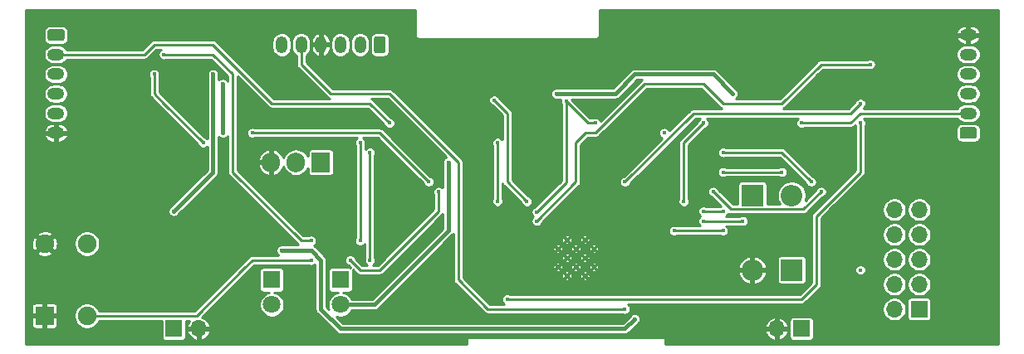
<source format=gbr>
G04 #@! TF.GenerationSoftware,KiCad,Pcbnew,(5.1.10)-1*
G04 #@! TF.CreationDate,2021-07-07T16:36:37+09:00*
G04 #@! TF.ProjectId,driver,64726976-6572-42e6-9b69-6361645f7063,rev?*
G04 #@! TF.SameCoordinates,Original*
G04 #@! TF.FileFunction,Copper,L2,Bot*
G04 #@! TF.FilePolarity,Positive*
%FSLAX46Y46*%
G04 Gerber Fmt 4.6, Leading zero omitted, Abs format (unit mm)*
G04 Created by KiCad (PCBNEW (5.1.10)-1) date 2021-07-07 16:36:37*
%MOMM*%
%LPD*%
G01*
G04 APERTURE LIST*
G04 #@! TA.AperFunction,ComponentPad*
%ADD10O,1.700000X1.700000*%
G04 #@! TD*
G04 #@! TA.AperFunction,ComponentPad*
%ADD11R,1.700000X1.700000*%
G04 #@! TD*
G04 #@! TA.AperFunction,ComponentPad*
%ADD12C,0.300000*%
G04 #@! TD*
G04 #@! TA.AperFunction,ComponentPad*
%ADD13C,1.800000*%
G04 #@! TD*
G04 #@! TA.AperFunction,ComponentPad*
%ADD14R,1.800000X1.800000*%
G04 #@! TD*
G04 #@! TA.AperFunction,ComponentPad*
%ADD15R,2.200000X2.200000*%
G04 #@! TD*
G04 #@! TA.AperFunction,ComponentPad*
%ADD16O,2.200000X2.200000*%
G04 #@! TD*
G04 #@! TA.AperFunction,ComponentPad*
%ADD17O,1.200000X1.750000*%
G04 #@! TD*
G04 #@! TA.AperFunction,ComponentPad*
%ADD18O,1.750000X1.200000*%
G04 #@! TD*
G04 #@! TA.AperFunction,ComponentPad*
%ADD19C,1.905000*%
G04 #@! TD*
G04 #@! TA.AperFunction,ComponentPad*
%ADD20R,1.905000X1.905000*%
G04 #@! TD*
G04 #@! TA.AperFunction,ComponentPad*
%ADD21R,1.905000X2.000000*%
G04 #@! TD*
G04 #@! TA.AperFunction,ComponentPad*
%ADD22O,1.905000X2.000000*%
G04 #@! TD*
G04 #@! TA.AperFunction,ViaPad*
%ADD23C,0.400000*%
G04 #@! TD*
G04 #@! TA.AperFunction,Conductor*
%ADD24C,0.250000*%
G04 #@! TD*
G04 #@! TA.AperFunction,Conductor*
%ADD25C,0.400000*%
G04 #@! TD*
G04 #@! TA.AperFunction,Conductor*
%ADD26C,0.254000*%
G04 #@! TD*
G04 #@! TA.AperFunction,Conductor*
%ADD27C,0.100000*%
G04 #@! TD*
G04 APERTURE END LIST*
D10*
X88960000Y-20840000D03*
X91500000Y-20840000D03*
X88960000Y-23380000D03*
X91500000Y-23380000D03*
X88960000Y-25920000D03*
X91500000Y-25920000D03*
X88960000Y-28460000D03*
X91500000Y-28460000D03*
X88960000Y-31000000D03*
D11*
X91500000Y-31000000D03*
D12*
X55582500Y-23925000D03*
X57417500Y-23925000D03*
X54665000Y-24842500D03*
X56500000Y-24842500D03*
X58335000Y-24842500D03*
X55582500Y-25760000D03*
X57417500Y-25760000D03*
X54665000Y-26677500D03*
X56500000Y-26677500D03*
X58335000Y-26677500D03*
X55582500Y-27595000D03*
X57417500Y-27595000D03*
D13*
X25500000Y-30540000D03*
D14*
X25500000Y-28000000D03*
X32500000Y-28000000D03*
D13*
X32500000Y-30540000D03*
D15*
X78500000Y-27000000D03*
D16*
X78500000Y-19380000D03*
X74500000Y-27000000D03*
D15*
X74500000Y-19380000D03*
D11*
X15500000Y-33000000D03*
D10*
X18040000Y-33000000D03*
X76960000Y-33000000D03*
D11*
X79500000Y-33000000D03*
G04 #@! TA.AperFunction,ComponentPad*
G36*
G01*
X37100000Y-3374999D02*
X37100000Y-4625001D01*
G75*
G02*
X36850001Y-4875000I-249999J0D01*
G01*
X36149999Y-4875000D01*
G75*
G02*
X35900000Y-4625001I0J249999D01*
G01*
X35900000Y-3374999D01*
G75*
G02*
X36149999Y-3125000I249999J0D01*
G01*
X36850001Y-3125000D01*
G75*
G02*
X37100000Y-3374999I0J-249999D01*
G01*
G37*
G04 #@! TD.AperFunction*
D17*
X34500000Y-4000000D03*
X32500000Y-4000000D03*
X30500000Y-4000000D03*
X28500000Y-4000000D03*
X26500000Y-4000000D03*
G04 #@! TA.AperFunction,ComponentPad*
G36*
G01*
X2874999Y-2400000D02*
X4125001Y-2400000D01*
G75*
G02*
X4375000Y-2649999I0J-249999D01*
G01*
X4375000Y-3350001D01*
G75*
G02*
X4125001Y-3600000I-249999J0D01*
G01*
X2874999Y-3600000D01*
G75*
G02*
X2625000Y-3350001I0J249999D01*
G01*
X2625000Y-2649999D01*
G75*
G02*
X2874999Y-2400000I249999J0D01*
G01*
G37*
G04 #@! TD.AperFunction*
D18*
X3500000Y-5000000D03*
X3500000Y-7000000D03*
X3500000Y-9000000D03*
X3500000Y-11000000D03*
X3500000Y-13000000D03*
X96500000Y-3000000D03*
X96500000Y-5000000D03*
X96500000Y-7000000D03*
X96500000Y-9000000D03*
X96500000Y-11000000D03*
G04 #@! TA.AperFunction,ComponentPad*
G36*
G01*
X97125001Y-13600000D02*
X95874999Y-13600000D01*
G75*
G02*
X95625000Y-13350001I0J249999D01*
G01*
X95625000Y-12649999D01*
G75*
G02*
X95874999Y-12400000I249999J0D01*
G01*
X97125001Y-12400000D01*
G75*
G02*
X97375000Y-12649999I0J-249999D01*
G01*
X97375000Y-13350001D01*
G75*
G02*
X97125001Y-13600000I-249999J0D01*
G01*
G37*
G04 #@! TD.AperFunction*
D19*
X2341000Y-24317000D03*
X6659000Y-24317000D03*
X6659000Y-31683000D03*
D20*
X2341000Y-31683000D03*
D21*
X30500000Y-16000000D03*
D22*
X27960000Y-16000000D03*
X25420000Y-16000000D03*
D23*
X61500000Y-6000000D03*
X49500000Y-6000000D03*
X62500000Y-15000000D03*
X64500000Y-9000000D03*
X59500000Y-19000000D03*
X29500000Y-23000000D03*
X45500000Y-9000000D03*
X43500000Y-14000000D03*
X38500000Y-16000000D03*
X38500000Y-18000000D03*
X33500000Y-22000000D03*
X36500000Y-22000000D03*
X11500000Y-30000000D03*
X13500000Y-28000000D03*
X21500000Y-32000000D03*
X21500000Y-29000000D03*
X19500000Y-28000000D03*
X13500000Y-18000000D03*
X18500000Y-16000000D03*
X69500000Y-14000000D03*
X69500000Y-16000000D03*
X34500000Y-29000000D03*
X42500000Y-31000000D03*
X41500000Y-27000000D03*
X68500000Y-20000000D03*
X75500000Y-12000000D03*
X78500000Y-14000000D03*
X76500000Y-7000000D03*
X58500000Y-10000000D03*
X27500000Y-29000000D03*
X19500000Y-7000000D03*
X19500000Y-11000000D03*
X15500000Y-21000000D03*
X72500000Y-9000000D03*
X54500000Y-9000000D03*
X43500000Y-16000000D03*
X20500000Y-8000000D03*
X20500000Y-13000000D03*
X62500000Y-32000000D03*
X26500000Y-25000000D03*
X42500000Y-19000000D03*
X29500000Y-26000000D03*
X33500000Y-26000000D03*
X61500000Y-31000000D03*
X73500000Y-22000000D03*
X69500000Y-22000000D03*
X71500000Y-15000000D03*
X80500000Y-18000000D03*
X77500000Y-17000000D03*
X71500000Y-17000000D03*
X65500000Y-13000000D03*
X48500000Y-14000000D03*
X48500000Y-20000000D03*
X81500000Y-19000000D03*
X70500000Y-19000000D03*
X71500000Y-21000000D03*
X69500000Y-21000000D03*
X85500000Y-27000000D03*
X71500000Y-23000000D03*
X66500000Y-23000000D03*
X37500000Y-12000000D03*
X79500000Y-12000000D03*
X61500000Y-18000000D03*
X85500000Y-10000000D03*
X49500000Y-30000000D03*
X85500000Y-12000000D03*
X41500000Y-18000000D03*
X23500000Y-13000000D03*
X18500000Y-14000000D03*
X13500000Y-7000000D03*
X14500000Y-5000000D03*
X29500000Y-24000000D03*
X52500000Y-22000000D03*
X86500000Y-6000000D03*
X35500000Y-26000000D03*
X35500000Y-15000000D03*
X34500000Y-24000000D03*
X34500000Y-14000000D03*
X55500000Y-9770400D03*
X52500000Y-21085000D03*
X58500000Y-12000000D03*
X51500000Y-20000000D03*
X48160400Y-9660400D03*
X67500000Y-20000000D03*
X69500000Y-12000000D03*
D24*
X61500000Y-6000000D02*
X49500000Y-6000000D01*
X62500000Y-15000000D02*
X64500000Y-13000000D01*
X64500000Y-13000000D02*
X64500000Y-9000000D01*
X59500000Y-21842500D02*
X57417500Y-23925000D01*
X59500000Y-19000000D02*
X59500000Y-21842500D01*
X25420000Y-18920000D02*
X29500000Y-23000000D01*
X25420000Y-16000000D02*
X25420000Y-18920000D01*
X45500000Y-9000000D02*
X45500000Y-12000000D01*
X45500000Y-12000000D02*
X43500000Y-14000000D01*
X38500000Y-16000000D02*
X38500000Y-17000000D01*
X38500000Y-17000000D02*
X38500000Y-18000000D01*
X29500000Y-23000000D02*
X32500000Y-23000000D01*
X32500000Y-23000000D02*
X33500000Y-22000000D01*
X36500000Y-20000000D02*
X38500000Y-18000000D01*
X36500000Y-22000000D02*
X36500000Y-20000000D01*
X11500000Y-30000000D02*
X13500000Y-28000000D01*
X21500000Y-32000000D02*
X21500000Y-29000000D01*
X13500000Y-18000000D02*
X13500000Y-28000000D01*
X13500000Y-18000000D02*
X16500000Y-18000000D01*
X16500000Y-18000000D02*
X18500000Y-16000000D01*
X30500000Y-4000000D02*
X30500000Y-6000000D01*
X30500000Y-6000000D02*
X32500000Y-8000000D01*
X32500000Y-8000000D02*
X39500000Y-8000000D01*
X44500000Y-8000000D02*
X45500000Y-9000000D01*
X39500000Y-8000000D02*
X44500000Y-8000000D01*
X69500000Y-14000000D02*
X69500000Y-16000000D01*
D25*
X19500000Y-7000000D02*
X19500000Y-11000000D01*
X19500000Y-17000000D02*
X19500000Y-11000000D01*
X15500000Y-21000000D02*
X19500000Y-17000000D01*
X72500000Y-9000000D02*
X70500000Y-7000000D01*
X70500000Y-7000000D02*
X62500000Y-7000000D01*
X62500000Y-7000000D02*
X60500000Y-9000000D01*
X60500000Y-9000000D02*
X54500000Y-9000000D01*
X32500000Y-30540000D02*
X35960000Y-30540000D01*
X35960000Y-30540000D02*
X43500000Y-23000000D01*
X43500000Y-23000000D02*
X43500000Y-16000000D01*
X20500000Y-13000000D02*
X20500000Y-8000000D01*
X62500000Y-32000000D02*
X61500000Y-33000000D01*
X26500000Y-25000000D02*
X29500000Y-25000000D01*
X29500000Y-25000000D02*
X30500000Y-26000000D01*
X30500000Y-26000000D02*
X30500000Y-31000000D01*
X32500000Y-33000000D02*
X61500000Y-33000000D01*
X30500000Y-31000000D02*
X32500000Y-33000000D01*
D24*
X6659000Y-31683000D02*
X17817000Y-31683000D01*
X17817000Y-31683000D02*
X22725001Y-26774999D01*
X22725001Y-26774999D02*
X23500000Y-26000000D01*
X33500000Y-26000000D02*
X34500000Y-27000000D01*
X34500000Y-27000000D02*
X36500000Y-27000000D01*
X42500000Y-21000000D02*
X42500000Y-19000000D01*
X36500000Y-27000000D02*
X42500000Y-21000000D01*
X23500000Y-26000000D02*
X29500000Y-26000000D01*
X28500000Y-6000000D02*
X28500000Y-4000000D01*
X31500000Y-9000000D02*
X28500000Y-6000000D01*
X37500000Y-9000000D02*
X31500000Y-9000000D01*
X44500000Y-28000000D02*
X44500000Y-16000000D01*
X44500000Y-16000000D02*
X37500000Y-9000000D01*
X47500000Y-31000000D02*
X44500000Y-28000000D01*
X61500000Y-31000000D02*
X47500000Y-31000000D01*
X73500000Y-22000000D02*
X69500000Y-22000000D01*
X80500000Y-18000000D02*
X77500000Y-15000000D01*
X77500000Y-15000000D02*
X71500000Y-15000000D01*
X77500000Y-17000000D02*
X71500000Y-17000000D01*
X48500000Y-14000000D02*
X48500000Y-20000000D01*
X79694999Y-20805001D02*
X72305001Y-20805001D01*
X81500000Y-19000000D02*
X79694999Y-20805001D01*
X72305001Y-20805001D02*
X70500000Y-19000000D01*
X71500000Y-21000000D02*
X69500000Y-21000000D01*
X71500000Y-23000000D02*
X66500000Y-23000000D01*
X3500000Y-5000000D02*
X9500000Y-5000000D01*
X9500000Y-5000000D02*
X12500000Y-5000000D01*
X12500000Y-5000000D02*
X13500000Y-4000000D01*
X13500000Y-4000000D02*
X19500000Y-4000000D01*
X19500000Y-4000000D02*
X25500000Y-10000000D01*
X25500000Y-10000000D02*
X35500000Y-10000000D01*
X35500000Y-10000000D02*
X37500000Y-12000000D01*
X79500000Y-12000000D02*
X84500000Y-12000000D01*
X84500000Y-12000000D02*
X85500000Y-11000000D01*
X85500000Y-11000000D02*
X96500000Y-11000000D01*
X61500000Y-18000000D02*
X68500000Y-11000000D01*
X84500000Y-11000000D02*
X85500000Y-10000000D01*
X68500000Y-11000000D02*
X84500000Y-11000000D01*
X85500000Y-17000000D02*
X85500000Y-12000000D01*
X81000000Y-21500000D02*
X85500000Y-17000000D01*
X81000000Y-28500000D02*
X81000000Y-21500000D01*
X79500000Y-30000000D02*
X81000000Y-28500000D01*
X49500000Y-30000000D02*
X79500000Y-30000000D01*
X41500000Y-18000000D02*
X37500000Y-14000000D01*
X37500000Y-14000000D02*
X36500000Y-13000000D01*
X36500000Y-13000000D02*
X23500000Y-13000000D01*
X18500000Y-14000000D02*
X14500000Y-10000000D01*
X13500000Y-9000000D02*
X13500000Y-7000000D01*
X14500000Y-10000000D02*
X13500000Y-9000000D01*
X19500000Y-5000000D02*
X14500000Y-5000000D01*
X21500000Y-7000000D02*
X19500000Y-5000000D01*
X21500000Y-17000000D02*
X21500000Y-7000000D01*
X28500000Y-24000000D02*
X29500000Y-24000000D01*
X28500000Y-24000000D02*
X21500000Y-17000000D01*
X81500000Y-6000000D02*
X86500000Y-6000000D01*
X77500000Y-10000000D02*
X81500000Y-6000000D01*
X71500000Y-10000000D02*
X77500000Y-10000000D01*
X63500000Y-8000000D02*
X69500000Y-8000000D01*
X58500000Y-13000000D02*
X63500000Y-8000000D01*
X69500000Y-8000000D02*
X71500000Y-10000000D01*
X57500000Y-13000000D02*
X58500000Y-13000000D01*
X56500000Y-14000000D02*
X57500000Y-13000000D01*
X56500000Y-18000000D02*
X56500000Y-14000000D01*
X52500000Y-22000000D02*
X56500000Y-18000000D01*
X35500000Y-23777002D02*
X35500000Y-26000000D01*
X35500000Y-23777002D02*
X35500000Y-15000000D01*
X34500000Y-24000000D02*
X34500000Y-14000000D01*
X55500000Y-18085000D02*
X55500000Y-9770400D01*
X52500000Y-21085000D02*
X55500000Y-18085000D01*
X57729600Y-12000000D02*
X55500000Y-9770400D01*
X58500000Y-12000000D02*
X57729600Y-12000000D01*
X49500000Y-14000000D02*
X49500000Y-18000000D01*
X49500000Y-18000000D02*
X51500000Y-20000000D01*
X49500000Y-14000000D02*
X49500000Y-11000000D01*
X49500000Y-11000000D02*
X48160400Y-9660400D01*
X67500000Y-20000000D02*
X67500000Y-17000000D01*
X67500000Y-17000000D02*
X67500000Y-14000000D01*
X67500000Y-14000000D02*
X69500000Y-12000000D01*
D26*
X40094001Y-2980049D02*
X40092036Y-3000000D01*
X40099875Y-3079590D01*
X40123090Y-3156121D01*
X40160790Y-3226653D01*
X40211526Y-3288474D01*
X40273347Y-3339210D01*
X40343879Y-3376910D01*
X40420410Y-3400125D01*
X40480059Y-3406000D01*
X40480060Y-3406000D01*
X40500000Y-3407964D01*
X40519941Y-3406000D01*
X58480059Y-3406000D01*
X58500000Y-3407964D01*
X58519940Y-3406000D01*
X58519941Y-3406000D01*
X58579590Y-3400125D01*
X58656121Y-3376910D01*
X58726653Y-3339210D01*
X58788474Y-3288474D01*
X58797392Y-3277607D01*
X95284098Y-3277607D01*
X95338771Y-3439418D01*
X95441526Y-3603869D01*
X95574389Y-3745114D01*
X95732255Y-3857725D01*
X95909057Y-3937374D01*
X96098000Y-3981000D01*
X96373000Y-3981000D01*
X96373000Y-3127000D01*
X96627000Y-3127000D01*
X96627000Y-3981000D01*
X96902000Y-3981000D01*
X97090943Y-3937374D01*
X97267745Y-3857725D01*
X97425611Y-3745114D01*
X97558474Y-3603869D01*
X97661229Y-3439418D01*
X97715902Y-3277607D01*
X97651598Y-3127000D01*
X96627000Y-3127000D01*
X96373000Y-3127000D01*
X95348402Y-3127000D01*
X95284098Y-3277607D01*
X58797392Y-3277607D01*
X58839210Y-3226653D01*
X58876910Y-3156121D01*
X58900125Y-3079590D01*
X58907964Y-3000000D01*
X58906000Y-2980059D01*
X58906000Y-2722393D01*
X95284098Y-2722393D01*
X95348402Y-2873000D01*
X96373000Y-2873000D01*
X96373000Y-2019000D01*
X96627000Y-2019000D01*
X96627000Y-2873000D01*
X97651598Y-2873000D01*
X97715902Y-2722393D01*
X97661229Y-2560582D01*
X97558474Y-2396131D01*
X97425611Y-2254886D01*
X97267745Y-2142275D01*
X97090943Y-2062626D01*
X96902000Y-2019000D01*
X96627000Y-2019000D01*
X96373000Y-2019000D01*
X96098000Y-2019000D01*
X95909057Y-2062626D01*
X95732255Y-2142275D01*
X95574389Y-2254886D01*
X95441526Y-2396131D01*
X95338771Y-2560582D01*
X95284098Y-2722393D01*
X58906000Y-2722393D01*
X58906000Y-406000D01*
X99594000Y-406000D01*
X99594001Y-34594000D01*
X65627000Y-34594000D01*
X65627000Y-34000000D01*
X65624560Y-33975224D01*
X65617333Y-33951399D01*
X65605597Y-33929443D01*
X65589803Y-33910197D01*
X65570557Y-33894403D01*
X65548601Y-33882667D01*
X65524776Y-33875440D01*
X65500000Y-33873000D01*
X45500000Y-33873000D01*
X45475224Y-33875440D01*
X45451399Y-33882667D01*
X45429443Y-33894403D01*
X45410197Y-33910197D01*
X45394403Y-33929443D01*
X45382667Y-33951399D01*
X45375440Y-33975224D01*
X45373000Y-34000000D01*
X45373000Y-34594000D01*
X406000Y-34594000D01*
X406000Y-32635500D01*
X1005657Y-32635500D01*
X1013013Y-32710189D01*
X1034799Y-32782008D01*
X1070178Y-32848196D01*
X1117789Y-32906211D01*
X1175804Y-32953822D01*
X1241992Y-32989201D01*
X1313811Y-33010987D01*
X1388500Y-33018343D01*
X2118750Y-33016500D01*
X2214000Y-32921250D01*
X2214000Y-31810000D01*
X2468000Y-31810000D01*
X2468000Y-32921250D01*
X2563250Y-33016500D01*
X3293500Y-33018343D01*
X3368189Y-33010987D01*
X3440008Y-32989201D01*
X3506196Y-32953822D01*
X3564211Y-32906211D01*
X3611822Y-32848196D01*
X3647201Y-32782008D01*
X3668987Y-32710189D01*
X3676343Y-32635500D01*
X3674500Y-31905250D01*
X3579250Y-31810000D01*
X2468000Y-31810000D01*
X2214000Y-31810000D01*
X1102750Y-31810000D01*
X1007500Y-31905250D01*
X1005657Y-32635500D01*
X406000Y-32635500D01*
X406000Y-30730500D01*
X1005657Y-30730500D01*
X1007500Y-31460750D01*
X1102750Y-31556000D01*
X2214000Y-31556000D01*
X2214000Y-30444750D01*
X2468000Y-30444750D01*
X2468000Y-31556000D01*
X3579250Y-31556000D01*
X3674500Y-31460750D01*
X3676343Y-30730500D01*
X3668987Y-30655811D01*
X3647201Y-30583992D01*
X3611822Y-30517804D01*
X3564211Y-30459789D01*
X3506196Y-30412178D01*
X3440008Y-30376799D01*
X3368189Y-30355013D01*
X3293500Y-30347657D01*
X2563250Y-30349500D01*
X2468000Y-30444750D01*
X2214000Y-30444750D01*
X2118750Y-30349500D01*
X1388500Y-30347657D01*
X1313811Y-30355013D01*
X1241992Y-30376799D01*
X1175804Y-30412178D01*
X1117789Y-30459789D01*
X1070178Y-30517804D01*
X1034799Y-30583992D01*
X1013013Y-30655811D01*
X1005657Y-30730500D01*
X406000Y-30730500D01*
X406000Y-25282346D01*
X1555259Y-25282346D01*
X1659686Y-25470812D01*
X1897875Y-25581559D01*
X2153093Y-25643711D01*
X2415533Y-25654876D01*
X2675107Y-25614629D01*
X2921842Y-25524514D01*
X3022314Y-25470812D01*
X3126741Y-25282346D01*
X2341000Y-24496605D01*
X1555259Y-25282346D01*
X406000Y-25282346D01*
X406000Y-24391533D01*
X1003124Y-24391533D01*
X1043371Y-24651107D01*
X1133486Y-24897842D01*
X1187188Y-24998314D01*
X1375654Y-25102741D01*
X2161395Y-24317000D01*
X2520605Y-24317000D01*
X3306346Y-25102741D01*
X3494812Y-24998314D01*
X3605559Y-24760125D01*
X3667711Y-24504907D01*
X3678876Y-24242467D01*
X3670069Y-24185662D01*
X5325500Y-24185662D01*
X5325500Y-24448338D01*
X5376746Y-24705968D01*
X5477268Y-24948649D01*
X5623203Y-25167057D01*
X5808943Y-25352797D01*
X6027351Y-25498732D01*
X6270032Y-25599254D01*
X6527662Y-25650500D01*
X6790338Y-25650500D01*
X7047968Y-25599254D01*
X7290649Y-25498732D01*
X7509057Y-25352797D01*
X7694797Y-25167057D01*
X7840732Y-24948649D01*
X7941254Y-24705968D01*
X7992500Y-24448338D01*
X7992500Y-24185662D01*
X7941254Y-23928032D01*
X7840732Y-23685351D01*
X7694797Y-23466943D01*
X7509057Y-23281203D01*
X7290649Y-23135268D01*
X7047968Y-23034746D01*
X6790338Y-22983500D01*
X6527662Y-22983500D01*
X6270032Y-23034746D01*
X6027351Y-23135268D01*
X5808943Y-23281203D01*
X5623203Y-23466943D01*
X5477268Y-23685351D01*
X5376746Y-23928032D01*
X5325500Y-24185662D01*
X3670069Y-24185662D01*
X3638629Y-23982893D01*
X3548514Y-23736158D01*
X3494812Y-23635686D01*
X3306346Y-23531259D01*
X2520605Y-24317000D01*
X2161395Y-24317000D01*
X1375654Y-23531259D01*
X1187188Y-23635686D01*
X1076441Y-23873875D01*
X1014289Y-24129093D01*
X1003124Y-24391533D01*
X406000Y-24391533D01*
X406000Y-23351654D01*
X1555259Y-23351654D01*
X2341000Y-24137395D01*
X3126741Y-23351654D01*
X3022314Y-23163188D01*
X2784125Y-23052441D01*
X2528907Y-22990289D01*
X2266467Y-22979124D01*
X2006893Y-23019371D01*
X1760158Y-23109486D01*
X1659686Y-23163188D01*
X1555259Y-23351654D01*
X406000Y-23351654D01*
X406000Y-13277607D01*
X2284098Y-13277607D01*
X2338771Y-13439418D01*
X2441526Y-13603869D01*
X2574389Y-13745114D01*
X2732255Y-13857725D01*
X2909057Y-13937374D01*
X3098000Y-13981000D01*
X3373000Y-13981000D01*
X3373000Y-13127000D01*
X3627000Y-13127000D01*
X3627000Y-13981000D01*
X3902000Y-13981000D01*
X4090943Y-13937374D01*
X4267745Y-13857725D01*
X4425611Y-13745114D01*
X4558474Y-13603869D01*
X4661229Y-13439418D01*
X4715902Y-13277607D01*
X4651598Y-13127000D01*
X3627000Y-13127000D01*
X3373000Y-13127000D01*
X2348402Y-13127000D01*
X2284098Y-13277607D01*
X406000Y-13277607D01*
X406000Y-12722393D01*
X2284098Y-12722393D01*
X2348402Y-12873000D01*
X3373000Y-12873000D01*
X3373000Y-12019000D01*
X3627000Y-12019000D01*
X3627000Y-12873000D01*
X4651598Y-12873000D01*
X4715902Y-12722393D01*
X4661229Y-12560582D01*
X4558474Y-12396131D01*
X4425611Y-12254886D01*
X4267745Y-12142275D01*
X4090943Y-12062626D01*
X3902000Y-12019000D01*
X3627000Y-12019000D01*
X3373000Y-12019000D01*
X3098000Y-12019000D01*
X2909057Y-12062626D01*
X2732255Y-12142275D01*
X2574389Y-12254886D01*
X2441526Y-12396131D01*
X2338771Y-12560582D01*
X2284098Y-12722393D01*
X406000Y-12722393D01*
X406000Y-11000000D01*
X2239254Y-11000000D01*
X2258195Y-11192310D01*
X2314289Y-11377229D01*
X2405382Y-11547651D01*
X2527972Y-11697028D01*
X2677349Y-11819618D01*
X2847771Y-11910711D01*
X3032690Y-11966805D01*
X3176813Y-11981000D01*
X3823187Y-11981000D01*
X3967310Y-11966805D01*
X4152229Y-11910711D01*
X4322651Y-11819618D01*
X4472028Y-11697028D01*
X4594618Y-11547651D01*
X4685711Y-11377229D01*
X4741805Y-11192310D01*
X4760746Y-11000000D01*
X4741805Y-10807690D01*
X4685711Y-10622771D01*
X4594618Y-10452349D01*
X4472028Y-10302972D01*
X4322651Y-10180382D01*
X4152229Y-10089289D01*
X3967310Y-10033195D01*
X3823187Y-10019000D01*
X3176813Y-10019000D01*
X3032690Y-10033195D01*
X2847771Y-10089289D01*
X2677349Y-10180382D01*
X2527972Y-10302972D01*
X2405382Y-10452349D01*
X2314289Y-10622771D01*
X2258195Y-10807690D01*
X2239254Y-11000000D01*
X406000Y-11000000D01*
X406000Y-9000000D01*
X2239254Y-9000000D01*
X2258195Y-9192310D01*
X2314289Y-9377229D01*
X2405382Y-9547651D01*
X2527972Y-9697028D01*
X2677349Y-9819618D01*
X2847771Y-9910711D01*
X3032690Y-9966805D01*
X3176813Y-9981000D01*
X3823187Y-9981000D01*
X3967310Y-9966805D01*
X4152229Y-9910711D01*
X4322651Y-9819618D01*
X4472028Y-9697028D01*
X4594618Y-9547651D01*
X4685711Y-9377229D01*
X4741805Y-9192310D01*
X4760746Y-9000000D01*
X4741805Y-8807690D01*
X4685711Y-8622771D01*
X4594618Y-8452349D01*
X4472028Y-8302972D01*
X4322651Y-8180382D01*
X4152229Y-8089289D01*
X3967310Y-8033195D01*
X3823187Y-8019000D01*
X3176813Y-8019000D01*
X3032690Y-8033195D01*
X2847771Y-8089289D01*
X2677349Y-8180382D01*
X2527972Y-8302972D01*
X2405382Y-8452349D01*
X2314289Y-8622771D01*
X2258195Y-8807690D01*
X2239254Y-9000000D01*
X406000Y-9000000D01*
X406000Y-7000000D01*
X2239254Y-7000000D01*
X2258195Y-7192310D01*
X2314289Y-7377229D01*
X2405382Y-7547651D01*
X2527972Y-7697028D01*
X2677349Y-7819618D01*
X2847771Y-7910711D01*
X3032690Y-7966805D01*
X3176813Y-7981000D01*
X3823187Y-7981000D01*
X3967310Y-7966805D01*
X4152229Y-7910711D01*
X4322651Y-7819618D01*
X4472028Y-7697028D01*
X4594618Y-7547651D01*
X4685711Y-7377229D01*
X4741805Y-7192310D01*
X4760746Y-7000000D01*
X4741805Y-6807690D01*
X4685711Y-6622771D01*
X4594618Y-6452349D01*
X4472028Y-6302972D01*
X4322651Y-6180382D01*
X4152229Y-6089289D01*
X3967310Y-6033195D01*
X3823187Y-6019000D01*
X3176813Y-6019000D01*
X3032690Y-6033195D01*
X2847771Y-6089289D01*
X2677349Y-6180382D01*
X2527972Y-6302972D01*
X2405382Y-6452349D01*
X2314289Y-6622771D01*
X2258195Y-6807690D01*
X2239254Y-7000000D01*
X406000Y-7000000D01*
X406000Y-5000000D01*
X2239254Y-5000000D01*
X2258195Y-5192310D01*
X2314289Y-5377229D01*
X2405382Y-5547651D01*
X2527972Y-5697028D01*
X2677349Y-5819618D01*
X2847771Y-5910711D01*
X3032690Y-5966805D01*
X3176813Y-5981000D01*
X3823187Y-5981000D01*
X3967310Y-5966805D01*
X4152229Y-5910711D01*
X4322651Y-5819618D01*
X4472028Y-5697028D01*
X4594618Y-5547651D01*
X4616881Y-5506000D01*
X12475154Y-5506000D01*
X12500000Y-5508447D01*
X12524846Y-5506000D01*
X12524854Y-5506000D01*
X12599193Y-5498678D01*
X12694575Y-5469745D01*
X12782479Y-5422759D01*
X12859527Y-5359527D01*
X12875376Y-5340215D01*
X13709592Y-4506000D01*
X14193551Y-4506000D01*
X14129634Y-4548708D01*
X14048708Y-4629634D01*
X13985125Y-4724793D01*
X13941328Y-4830529D01*
X13919000Y-4942777D01*
X13919000Y-5057223D01*
X13941328Y-5169471D01*
X13985125Y-5275207D01*
X14048708Y-5370366D01*
X14129634Y-5451292D01*
X14224793Y-5514875D01*
X14330529Y-5558672D01*
X14442777Y-5581000D01*
X14557223Y-5581000D01*
X14669471Y-5558672D01*
X14775207Y-5514875D01*
X14788489Y-5506000D01*
X19290409Y-5506000D01*
X20994001Y-7209593D01*
X20994001Y-7691704D01*
X20985421Y-7675652D01*
X20967227Y-7653482D01*
X20951292Y-7629634D01*
X20931013Y-7609355D01*
X20912817Y-7587183D01*
X20890645Y-7568987D01*
X20870366Y-7548708D01*
X20846518Y-7532773D01*
X20824348Y-7514579D01*
X20799054Y-7501059D01*
X20775207Y-7485125D01*
X20748711Y-7474150D01*
X20723415Y-7460629D01*
X20695966Y-7452302D01*
X20669471Y-7441328D01*
X20641343Y-7435733D01*
X20613896Y-7427407D01*
X20585355Y-7424596D01*
X20557223Y-7419000D01*
X20528540Y-7419000D01*
X20500000Y-7416189D01*
X20471460Y-7419000D01*
X20442777Y-7419000D01*
X20414644Y-7424596D01*
X20386105Y-7427407D01*
X20358660Y-7435732D01*
X20330529Y-7441328D01*
X20304031Y-7452304D01*
X20276586Y-7460629D01*
X20251293Y-7474148D01*
X20224793Y-7485125D01*
X20200942Y-7501062D01*
X20175653Y-7514579D01*
X20153487Y-7532770D01*
X20129634Y-7548708D01*
X20109350Y-7568992D01*
X20087184Y-7587183D01*
X20081000Y-7594718D01*
X20081000Y-6942777D01*
X20075404Y-6914645D01*
X20072593Y-6886104D01*
X20064267Y-6858657D01*
X20058672Y-6830529D01*
X20047698Y-6804034D01*
X20039371Y-6776585D01*
X20025850Y-6751289D01*
X20014875Y-6724793D01*
X19998941Y-6700946D01*
X19985421Y-6675652D01*
X19967227Y-6653482D01*
X19951292Y-6629634D01*
X19931013Y-6609355D01*
X19912817Y-6587183D01*
X19890647Y-6568989D01*
X19870366Y-6548708D01*
X19846514Y-6532771D01*
X19824347Y-6514579D01*
X19799058Y-6501062D01*
X19775207Y-6485125D01*
X19748707Y-6474148D01*
X19723414Y-6460629D01*
X19695969Y-6452304D01*
X19669471Y-6441328D01*
X19641340Y-6435732D01*
X19613895Y-6427407D01*
X19585356Y-6424596D01*
X19557223Y-6419000D01*
X19528540Y-6419000D01*
X19500000Y-6416189D01*
X19471460Y-6419000D01*
X19442777Y-6419000D01*
X19414645Y-6424596D01*
X19386104Y-6427407D01*
X19358657Y-6435733D01*
X19330529Y-6441328D01*
X19304034Y-6452302D01*
X19276585Y-6460629D01*
X19251289Y-6474150D01*
X19224793Y-6485125D01*
X19200946Y-6501059D01*
X19175652Y-6514579D01*
X19153482Y-6532773D01*
X19129634Y-6548708D01*
X19109355Y-6568987D01*
X19087183Y-6587183D01*
X19068989Y-6609353D01*
X19048708Y-6629634D01*
X19032771Y-6653486D01*
X19014579Y-6675653D01*
X19001062Y-6700942D01*
X18985125Y-6724793D01*
X18974148Y-6751293D01*
X18960629Y-6776586D01*
X18952304Y-6804031D01*
X18941328Y-6830529D01*
X18935732Y-6858660D01*
X18927407Y-6886105D01*
X18924596Y-6914644D01*
X18919000Y-6942777D01*
X18919000Y-6971461D01*
X18919001Y-10942772D01*
X18919000Y-10942777D01*
X18919000Y-11057223D01*
X18919001Y-11057228D01*
X18919001Y-13597343D01*
X18870366Y-13548708D01*
X18775207Y-13485125D01*
X18669471Y-13441328D01*
X18653803Y-13438211D01*
X14875375Y-9659784D01*
X14875370Y-9659778D01*
X14006000Y-8790409D01*
X14006000Y-7288489D01*
X14014875Y-7275207D01*
X14058672Y-7169471D01*
X14081000Y-7057223D01*
X14081000Y-6942777D01*
X14058672Y-6830529D01*
X14014875Y-6724793D01*
X13951292Y-6629634D01*
X13870366Y-6548708D01*
X13775207Y-6485125D01*
X13669471Y-6441328D01*
X13557223Y-6419000D01*
X13442777Y-6419000D01*
X13330529Y-6441328D01*
X13224793Y-6485125D01*
X13129634Y-6548708D01*
X13048708Y-6629634D01*
X12985125Y-6724793D01*
X12941328Y-6830529D01*
X12919000Y-6942777D01*
X12919000Y-7057223D01*
X12941328Y-7169471D01*
X12985125Y-7275207D01*
X12994001Y-7288491D01*
X12994000Y-8975154D01*
X12991553Y-9000000D01*
X12994000Y-9024846D01*
X12994000Y-9024853D01*
X13001322Y-9099192D01*
X13030255Y-9194574D01*
X13077241Y-9282479D01*
X13140473Y-9359527D01*
X13159785Y-9375376D01*
X14159778Y-10375370D01*
X14159784Y-10375375D01*
X17938211Y-14153803D01*
X17941328Y-14169471D01*
X17985125Y-14275207D01*
X18048708Y-14370366D01*
X18129634Y-14451292D01*
X18224793Y-14514875D01*
X18330529Y-14558672D01*
X18442777Y-14581000D01*
X18557223Y-14581000D01*
X18669471Y-14558672D01*
X18775207Y-14514875D01*
X18870366Y-14451292D01*
X18919000Y-14402658D01*
X18919000Y-16759342D01*
X15129637Y-20548706D01*
X15129634Y-20548708D01*
X15048708Y-20629634D01*
X15032769Y-20653489D01*
X15014579Y-20675653D01*
X15001062Y-20700942D01*
X14985125Y-20724793D01*
X14974148Y-20751293D01*
X14960629Y-20776586D01*
X14952304Y-20804031D01*
X14941328Y-20830529D01*
X14935732Y-20858660D01*
X14927407Y-20886105D01*
X14924596Y-20914644D01*
X14919000Y-20942777D01*
X14919000Y-20971460D01*
X14916189Y-21000000D01*
X14919000Y-21028540D01*
X14919000Y-21057223D01*
X14924596Y-21085356D01*
X14927407Y-21113895D01*
X14935732Y-21141340D01*
X14941328Y-21169471D01*
X14952304Y-21195969D01*
X14960629Y-21223414D01*
X14974148Y-21248707D01*
X14985125Y-21275207D01*
X15001062Y-21299058D01*
X15014579Y-21324347D01*
X15032769Y-21346511D01*
X15048708Y-21370366D01*
X15068996Y-21390654D01*
X15087184Y-21412816D01*
X15109346Y-21431004D01*
X15129634Y-21451292D01*
X15153489Y-21467231D01*
X15175653Y-21485421D01*
X15200942Y-21498938D01*
X15224793Y-21514875D01*
X15251293Y-21525852D01*
X15276586Y-21539371D01*
X15304031Y-21547696D01*
X15330529Y-21558672D01*
X15358660Y-21564268D01*
X15386105Y-21572593D01*
X15414644Y-21575404D01*
X15442777Y-21581000D01*
X15471460Y-21581000D01*
X15500000Y-21583811D01*
X15528540Y-21581000D01*
X15557223Y-21581000D01*
X15585356Y-21575404D01*
X15613895Y-21572593D01*
X15641340Y-21564268D01*
X15669471Y-21558672D01*
X15695969Y-21547696D01*
X15723414Y-21539371D01*
X15748707Y-21525852D01*
X15775207Y-21514875D01*
X15799058Y-21498938D01*
X15824347Y-21485421D01*
X15846511Y-21467231D01*
X15870366Y-21451292D01*
X15951292Y-21370366D01*
X15951294Y-21370363D01*
X19890646Y-17431012D01*
X19912817Y-17412817D01*
X19985421Y-17324348D01*
X20039371Y-17223415D01*
X20072593Y-17113896D01*
X20081000Y-17028540D01*
X20081000Y-17028538D01*
X20083811Y-17000001D01*
X20081000Y-16971464D01*
X20081000Y-13405283D01*
X20087183Y-13412817D01*
X20109355Y-13431013D01*
X20129634Y-13451292D01*
X20153482Y-13467227D01*
X20175652Y-13485421D01*
X20200946Y-13498941D01*
X20224793Y-13514875D01*
X20251289Y-13525850D01*
X20276585Y-13539371D01*
X20304034Y-13547698D01*
X20330529Y-13558672D01*
X20358657Y-13564267D01*
X20386104Y-13572593D01*
X20414645Y-13575404D01*
X20442777Y-13581000D01*
X20471460Y-13581000D01*
X20500000Y-13583811D01*
X20528540Y-13581000D01*
X20557223Y-13581000D01*
X20585356Y-13575404D01*
X20613895Y-13572593D01*
X20641340Y-13564268D01*
X20669471Y-13558672D01*
X20695969Y-13547696D01*
X20723414Y-13539371D01*
X20748707Y-13525852D01*
X20775207Y-13514875D01*
X20799058Y-13498938D01*
X20824347Y-13485421D01*
X20846514Y-13467229D01*
X20870366Y-13451292D01*
X20890647Y-13431011D01*
X20912817Y-13412817D01*
X20931013Y-13390645D01*
X20951292Y-13370366D01*
X20967227Y-13346518D01*
X20985421Y-13324348D01*
X20994000Y-13308297D01*
X20994000Y-16975154D01*
X20991553Y-17000000D01*
X20994000Y-17024846D01*
X20994000Y-17024853D01*
X21001322Y-17099192D01*
X21030255Y-17194574D01*
X21077241Y-17282479D01*
X21140473Y-17359527D01*
X21159785Y-17375376D01*
X28124628Y-24340220D01*
X28140473Y-24359527D01*
X28212941Y-24419000D01*
X26442777Y-24419000D01*
X26414645Y-24424596D01*
X26386104Y-24427407D01*
X26358657Y-24435733D01*
X26330529Y-24441328D01*
X26304034Y-24452302D01*
X26276585Y-24460629D01*
X26251289Y-24474150D01*
X26224793Y-24485125D01*
X26200946Y-24501059D01*
X26175652Y-24514579D01*
X26153482Y-24532773D01*
X26129634Y-24548708D01*
X26109355Y-24568987D01*
X26087183Y-24587183D01*
X26068987Y-24609355D01*
X26048708Y-24629634D01*
X26032773Y-24653482D01*
X26014579Y-24675652D01*
X26001059Y-24700946D01*
X25985125Y-24724793D01*
X25974150Y-24751289D01*
X25960629Y-24776585D01*
X25952302Y-24804034D01*
X25941328Y-24830529D01*
X25935733Y-24858657D01*
X25927407Y-24886104D01*
X25924596Y-24914645D01*
X25919000Y-24942777D01*
X25919000Y-24971460D01*
X25916189Y-25000000D01*
X25919000Y-25028540D01*
X25919000Y-25057223D01*
X25924596Y-25085355D01*
X25927407Y-25113896D01*
X25935733Y-25141343D01*
X25941328Y-25169471D01*
X25952302Y-25195966D01*
X25960629Y-25223415D01*
X25974150Y-25248711D01*
X25985125Y-25275207D01*
X26001059Y-25299054D01*
X26014579Y-25324348D01*
X26032773Y-25346518D01*
X26048708Y-25370366D01*
X26068987Y-25390645D01*
X26087183Y-25412817D01*
X26109355Y-25431013D01*
X26129634Y-25451292D01*
X26153482Y-25467227D01*
X26175652Y-25485421D01*
X26191702Y-25494000D01*
X23524845Y-25494000D01*
X23499999Y-25491553D01*
X23475153Y-25494000D01*
X23475146Y-25494000D01*
X23410694Y-25500348D01*
X23400806Y-25501322D01*
X23324354Y-25524513D01*
X23305425Y-25530255D01*
X23217521Y-25577241D01*
X23140473Y-25640473D01*
X23124628Y-25659780D01*
X22384784Y-26399625D01*
X22384779Y-26399629D01*
X17607409Y-31177000D01*
X7892778Y-31177000D01*
X7840732Y-31051351D01*
X7694797Y-30832943D01*
X7509057Y-30647203D01*
X7290649Y-30501268D01*
X7047968Y-30400746D01*
X6790338Y-30349500D01*
X6527662Y-30349500D01*
X6270032Y-30400746D01*
X6027351Y-30501268D01*
X5808943Y-30647203D01*
X5623203Y-30832943D01*
X5477268Y-31051351D01*
X5376746Y-31294032D01*
X5325500Y-31551662D01*
X5325500Y-31814338D01*
X5376746Y-32071968D01*
X5477268Y-32314649D01*
X5623203Y-32533057D01*
X5808943Y-32718797D01*
X6027351Y-32864732D01*
X6270032Y-32965254D01*
X6527662Y-33016500D01*
X6790338Y-33016500D01*
X7047968Y-32965254D01*
X7290649Y-32864732D01*
X7509057Y-32718797D01*
X7694797Y-32533057D01*
X7840732Y-32314649D01*
X7892778Y-32189000D01*
X14267157Y-32189000D01*
X14267157Y-33850000D01*
X14274513Y-33924689D01*
X14296299Y-33996508D01*
X14331678Y-34062696D01*
X14379289Y-34120711D01*
X14437304Y-34168322D01*
X14503492Y-34203701D01*
X14575311Y-34225487D01*
X14650000Y-34232843D01*
X16350000Y-34232843D01*
X16424689Y-34225487D01*
X16496508Y-34203701D01*
X16562696Y-34168322D01*
X16620711Y-34120711D01*
X16668322Y-34062696D01*
X16703701Y-33996508D01*
X16725487Y-33924689D01*
X16732843Y-33850000D01*
X16732843Y-33316981D01*
X16850505Y-33316981D01*
X16935201Y-33542949D01*
X17062353Y-33748052D01*
X17227076Y-33924408D01*
X17423039Y-34065239D01*
X17642712Y-34165134D01*
X17723020Y-34189489D01*
X17913000Y-34128627D01*
X17913000Y-33127000D01*
X18167000Y-33127000D01*
X18167000Y-34128627D01*
X18356980Y-34189489D01*
X18437288Y-34165134D01*
X18656961Y-34065239D01*
X18852924Y-33924408D01*
X19017647Y-33748052D01*
X19144799Y-33542949D01*
X19229495Y-33316981D01*
X19169187Y-33127000D01*
X18167000Y-33127000D01*
X17913000Y-33127000D01*
X16910813Y-33127000D01*
X16850505Y-33316981D01*
X16732843Y-33316981D01*
X16732843Y-32189000D01*
X17121149Y-32189000D01*
X17062353Y-32251948D01*
X16935201Y-32457051D01*
X16850505Y-32683019D01*
X16910813Y-32873000D01*
X17913000Y-32873000D01*
X17913000Y-32853000D01*
X18167000Y-32853000D01*
X18167000Y-32873000D01*
X19169187Y-32873000D01*
X19229495Y-32683019D01*
X19144799Y-32457051D01*
X19017647Y-32251948D01*
X18852924Y-32075592D01*
X18656961Y-31934761D01*
X18437288Y-31834866D01*
X18393887Y-31821704D01*
X23100371Y-27115221D01*
X23100375Y-27115216D01*
X23115591Y-27100000D01*
X24217157Y-27100000D01*
X24217157Y-28900000D01*
X24224513Y-28974689D01*
X24246299Y-29046508D01*
X24281678Y-29112696D01*
X24329289Y-29170711D01*
X24387304Y-29218322D01*
X24453492Y-29253701D01*
X24525311Y-29275487D01*
X24600000Y-29282843D01*
X25253966Y-29282843D01*
X25126346Y-29308228D01*
X24893219Y-29404793D01*
X24683410Y-29544982D01*
X24504982Y-29723410D01*
X24364793Y-29933219D01*
X24268228Y-30166346D01*
X24219000Y-30413833D01*
X24219000Y-30666167D01*
X24268228Y-30913654D01*
X24364793Y-31146781D01*
X24504982Y-31356590D01*
X24683410Y-31535018D01*
X24893219Y-31675207D01*
X25126346Y-31771772D01*
X25373833Y-31821000D01*
X25626167Y-31821000D01*
X25873654Y-31771772D01*
X26106781Y-31675207D01*
X26316590Y-31535018D01*
X26495018Y-31356590D01*
X26635207Y-31146781D01*
X26731772Y-30913654D01*
X26781000Y-30666167D01*
X26781000Y-30413833D01*
X26731772Y-30166346D01*
X26635207Y-29933219D01*
X26495018Y-29723410D01*
X26316590Y-29544982D01*
X26106781Y-29404793D01*
X25873654Y-29308228D01*
X25746034Y-29282843D01*
X26400000Y-29282843D01*
X26474689Y-29275487D01*
X26546508Y-29253701D01*
X26612696Y-29218322D01*
X26670711Y-29170711D01*
X26718322Y-29112696D01*
X26753701Y-29046508D01*
X26775487Y-28974689D01*
X26782843Y-28900000D01*
X26782843Y-27100000D01*
X26775487Y-27025311D01*
X26753701Y-26953492D01*
X26718322Y-26887304D01*
X26670711Y-26829289D01*
X26612696Y-26781678D01*
X26546508Y-26746299D01*
X26474689Y-26724513D01*
X26400000Y-26717157D01*
X24600000Y-26717157D01*
X24525311Y-26724513D01*
X24453492Y-26746299D01*
X24387304Y-26781678D01*
X24329289Y-26829289D01*
X24281678Y-26887304D01*
X24246299Y-26953492D01*
X24224513Y-27025311D01*
X24217157Y-27100000D01*
X23115591Y-27100000D01*
X23709592Y-26506000D01*
X29211511Y-26506000D01*
X29224793Y-26514875D01*
X29330529Y-26558672D01*
X29442777Y-26581000D01*
X29557223Y-26581000D01*
X29669471Y-26558672D01*
X29775207Y-26514875D01*
X29870366Y-26451292D01*
X29919000Y-26402658D01*
X29919001Y-30971450D01*
X29916189Y-31000000D01*
X29927407Y-31113895D01*
X29960629Y-31223414D01*
X30014112Y-31323473D01*
X30014580Y-31324348D01*
X30087184Y-31412817D01*
X30109356Y-31431013D01*
X32068987Y-33390645D01*
X32087183Y-33412817D01*
X32175652Y-33485421D01*
X32276585Y-33539371D01*
X32386104Y-33572593D01*
X32499999Y-33583811D01*
X32528539Y-33581000D01*
X61471460Y-33581000D01*
X61500000Y-33583811D01*
X61528540Y-33581000D01*
X61613896Y-33572593D01*
X61723415Y-33539371D01*
X61824348Y-33485421D01*
X61912817Y-33412817D01*
X61931017Y-33390640D01*
X62004676Y-33316981D01*
X75770505Y-33316981D01*
X75855201Y-33542949D01*
X75982353Y-33748052D01*
X76147076Y-33924408D01*
X76343039Y-34065239D01*
X76562712Y-34165134D01*
X76643020Y-34189489D01*
X76833000Y-34128627D01*
X76833000Y-33127000D01*
X77087000Y-33127000D01*
X77087000Y-34128627D01*
X77276980Y-34189489D01*
X77357288Y-34165134D01*
X77576961Y-34065239D01*
X77772924Y-33924408D01*
X77937647Y-33748052D01*
X78064799Y-33542949D01*
X78149495Y-33316981D01*
X78089187Y-33127000D01*
X77087000Y-33127000D01*
X76833000Y-33127000D01*
X75830813Y-33127000D01*
X75770505Y-33316981D01*
X62004676Y-33316981D01*
X62638638Y-32683019D01*
X75770505Y-32683019D01*
X75830813Y-32873000D01*
X76833000Y-32873000D01*
X76833000Y-31871373D01*
X77087000Y-31871373D01*
X77087000Y-32873000D01*
X78089187Y-32873000D01*
X78149495Y-32683019D01*
X78064799Y-32457051D01*
X77937647Y-32251948D01*
X77842424Y-32150000D01*
X78267157Y-32150000D01*
X78267157Y-33850000D01*
X78274513Y-33924689D01*
X78296299Y-33996508D01*
X78331678Y-34062696D01*
X78379289Y-34120711D01*
X78437304Y-34168322D01*
X78503492Y-34203701D01*
X78575311Y-34225487D01*
X78650000Y-34232843D01*
X80350000Y-34232843D01*
X80424689Y-34225487D01*
X80496508Y-34203701D01*
X80562696Y-34168322D01*
X80620711Y-34120711D01*
X80668322Y-34062696D01*
X80703701Y-33996508D01*
X80725487Y-33924689D01*
X80732843Y-33850000D01*
X80732843Y-32150000D01*
X80725487Y-32075311D01*
X80703701Y-32003492D01*
X80668322Y-31937304D01*
X80620711Y-31879289D01*
X80562696Y-31831678D01*
X80496508Y-31796299D01*
X80424689Y-31774513D01*
X80350000Y-31767157D01*
X78650000Y-31767157D01*
X78575311Y-31774513D01*
X78503492Y-31796299D01*
X78437304Y-31831678D01*
X78379289Y-31879289D01*
X78331678Y-31937304D01*
X78296299Y-32003492D01*
X78274513Y-32075311D01*
X78267157Y-32150000D01*
X77842424Y-32150000D01*
X77772924Y-32075592D01*
X77576961Y-31934761D01*
X77357288Y-31834866D01*
X77276980Y-31810511D01*
X77087000Y-31871373D01*
X76833000Y-31871373D01*
X76643020Y-31810511D01*
X76562712Y-31834866D01*
X76343039Y-31934761D01*
X76147076Y-32075592D01*
X75982353Y-32251948D01*
X75855201Y-32457051D01*
X75770505Y-32683019D01*
X62638638Y-32683019D01*
X62931010Y-32390648D01*
X62951292Y-32370366D01*
X62967227Y-32346517D01*
X62985421Y-32324348D01*
X62998941Y-32299054D01*
X63014875Y-32275207D01*
X63025850Y-32248711D01*
X63039371Y-32223415D01*
X63047698Y-32195966D01*
X63058672Y-32169471D01*
X63064267Y-32141343D01*
X63072593Y-32113896D01*
X63075404Y-32085355D01*
X63081000Y-32057223D01*
X63081000Y-32028540D01*
X63083811Y-32000000D01*
X63081000Y-31971460D01*
X63081000Y-31942777D01*
X63075404Y-31914645D01*
X63072593Y-31886104D01*
X63064267Y-31858658D01*
X63058672Y-31830529D01*
X63047697Y-31804032D01*
X63039371Y-31776586D01*
X63025851Y-31751292D01*
X63014875Y-31724793D01*
X62998940Y-31700945D01*
X62985421Y-31675652D01*
X62967227Y-31653482D01*
X62951292Y-31629634D01*
X62931013Y-31609355D01*
X62912817Y-31587183D01*
X62890645Y-31568987D01*
X62870366Y-31548708D01*
X62846518Y-31532773D01*
X62824348Y-31514579D01*
X62799055Y-31501060D01*
X62775207Y-31485125D01*
X62748708Y-31474149D01*
X62723414Y-31460629D01*
X62695968Y-31452303D01*
X62669471Y-31441328D01*
X62641342Y-31435733D01*
X62613896Y-31427407D01*
X62585355Y-31424596D01*
X62557223Y-31419000D01*
X62528540Y-31419000D01*
X62500000Y-31416189D01*
X62471460Y-31419000D01*
X62442777Y-31419000D01*
X62414645Y-31424596D01*
X62386104Y-31427407D01*
X62358657Y-31435733D01*
X62330529Y-31441328D01*
X62304034Y-31452302D01*
X62276585Y-31460629D01*
X62251289Y-31474150D01*
X62224793Y-31485125D01*
X62200946Y-31501059D01*
X62175652Y-31514579D01*
X62153483Y-31532773D01*
X62129634Y-31548708D01*
X62109352Y-31568990D01*
X61259343Y-32419000D01*
X32740658Y-32419000D01*
X32070154Y-31748496D01*
X32126346Y-31771772D01*
X32373833Y-31821000D01*
X32626167Y-31821000D01*
X32873654Y-31771772D01*
X33106781Y-31675207D01*
X33316590Y-31535018D01*
X33495018Y-31356590D01*
X33635207Y-31146781D01*
X33645886Y-31121000D01*
X35931460Y-31121000D01*
X35960000Y-31123811D01*
X35988540Y-31121000D01*
X36073896Y-31112593D01*
X36183415Y-31079371D01*
X36284348Y-31025421D01*
X36372817Y-30952817D01*
X36391017Y-30930640D01*
X43890646Y-23431011D01*
X43912817Y-23412817D01*
X43985421Y-23324348D01*
X43994000Y-23308297D01*
X43994000Y-27975154D01*
X43991553Y-28000000D01*
X43994000Y-28024846D01*
X43994000Y-28024853D01*
X44001322Y-28099192D01*
X44030255Y-28194574D01*
X44077241Y-28282479D01*
X44140473Y-28359527D01*
X44159785Y-28375376D01*
X47124628Y-31340220D01*
X47140473Y-31359527D01*
X47217521Y-31422759D01*
X47288597Y-31460750D01*
X47305425Y-31469745D01*
X47400807Y-31498678D01*
X47500000Y-31508448D01*
X47524854Y-31506000D01*
X61211511Y-31506000D01*
X61224793Y-31514875D01*
X61330529Y-31558672D01*
X61442777Y-31581000D01*
X61557223Y-31581000D01*
X61669471Y-31558672D01*
X61775207Y-31514875D01*
X61870366Y-31451292D01*
X61951292Y-31370366D01*
X62014875Y-31275207D01*
X62058672Y-31169471D01*
X62081000Y-31057223D01*
X62081000Y-30942777D01*
X62068266Y-30878757D01*
X87729000Y-30878757D01*
X87729000Y-31121243D01*
X87776307Y-31359069D01*
X87869102Y-31583097D01*
X88003820Y-31784717D01*
X88175283Y-31956180D01*
X88376903Y-32090898D01*
X88600931Y-32183693D01*
X88838757Y-32231000D01*
X89081243Y-32231000D01*
X89319069Y-32183693D01*
X89543097Y-32090898D01*
X89744717Y-31956180D01*
X89916180Y-31784717D01*
X90050898Y-31583097D01*
X90143693Y-31359069D01*
X90191000Y-31121243D01*
X90191000Y-30878757D01*
X90143693Y-30640931D01*
X90050898Y-30416903D01*
X89916180Y-30215283D01*
X89850897Y-30150000D01*
X90267157Y-30150000D01*
X90267157Y-31850000D01*
X90274513Y-31924689D01*
X90296299Y-31996508D01*
X90331678Y-32062696D01*
X90379289Y-32120711D01*
X90437304Y-32168322D01*
X90503492Y-32203701D01*
X90575311Y-32225487D01*
X90650000Y-32232843D01*
X92350000Y-32232843D01*
X92424689Y-32225487D01*
X92496508Y-32203701D01*
X92562696Y-32168322D01*
X92620711Y-32120711D01*
X92668322Y-32062696D01*
X92703701Y-31996508D01*
X92725487Y-31924689D01*
X92732843Y-31850000D01*
X92732843Y-30150000D01*
X92725487Y-30075311D01*
X92703701Y-30003492D01*
X92668322Y-29937304D01*
X92620711Y-29879289D01*
X92562696Y-29831678D01*
X92496508Y-29796299D01*
X92424689Y-29774513D01*
X92350000Y-29767157D01*
X90650000Y-29767157D01*
X90575311Y-29774513D01*
X90503492Y-29796299D01*
X90437304Y-29831678D01*
X90379289Y-29879289D01*
X90331678Y-29937304D01*
X90296299Y-30003492D01*
X90274513Y-30075311D01*
X90267157Y-30150000D01*
X89850897Y-30150000D01*
X89744717Y-30043820D01*
X89543097Y-29909102D01*
X89319069Y-29816307D01*
X89081243Y-29769000D01*
X88838757Y-29769000D01*
X88600931Y-29816307D01*
X88376903Y-29909102D01*
X88175283Y-30043820D01*
X88003820Y-30215283D01*
X87869102Y-30416903D01*
X87776307Y-30640931D01*
X87729000Y-30878757D01*
X62068266Y-30878757D01*
X62058672Y-30830529D01*
X62014875Y-30724793D01*
X61951292Y-30629634D01*
X61870366Y-30548708D01*
X61806449Y-30506000D01*
X79475154Y-30506000D01*
X79500000Y-30508447D01*
X79524846Y-30506000D01*
X79524854Y-30506000D01*
X79599193Y-30498678D01*
X79694575Y-30469745D01*
X79782479Y-30422759D01*
X79859527Y-30359527D01*
X79875376Y-30340215D01*
X81340220Y-28875372D01*
X81359527Y-28859527D01*
X81422759Y-28782479D01*
X81469745Y-28694575D01*
X81498678Y-28599193D01*
X81506000Y-28524854D01*
X81506000Y-28524847D01*
X81508447Y-28500001D01*
X81506000Y-28475155D01*
X81506000Y-28338757D01*
X87729000Y-28338757D01*
X87729000Y-28581243D01*
X87776307Y-28819069D01*
X87869102Y-29043097D01*
X88003820Y-29244717D01*
X88175283Y-29416180D01*
X88376903Y-29550898D01*
X88600931Y-29643693D01*
X88838757Y-29691000D01*
X89081243Y-29691000D01*
X89319069Y-29643693D01*
X89543097Y-29550898D01*
X89744717Y-29416180D01*
X89916180Y-29244717D01*
X90050898Y-29043097D01*
X90143693Y-28819069D01*
X90191000Y-28581243D01*
X90191000Y-28338757D01*
X90269000Y-28338757D01*
X90269000Y-28581243D01*
X90316307Y-28819069D01*
X90409102Y-29043097D01*
X90543820Y-29244717D01*
X90715283Y-29416180D01*
X90916903Y-29550898D01*
X91140931Y-29643693D01*
X91378757Y-29691000D01*
X91621243Y-29691000D01*
X91859069Y-29643693D01*
X92083097Y-29550898D01*
X92284717Y-29416180D01*
X92456180Y-29244717D01*
X92590898Y-29043097D01*
X92683693Y-28819069D01*
X92731000Y-28581243D01*
X92731000Y-28338757D01*
X92683693Y-28100931D01*
X92590898Y-27876903D01*
X92456180Y-27675283D01*
X92284717Y-27503820D01*
X92083097Y-27369102D01*
X91859069Y-27276307D01*
X91621243Y-27229000D01*
X91378757Y-27229000D01*
X91140931Y-27276307D01*
X90916903Y-27369102D01*
X90715283Y-27503820D01*
X90543820Y-27675283D01*
X90409102Y-27876903D01*
X90316307Y-28100931D01*
X90269000Y-28338757D01*
X90191000Y-28338757D01*
X90143693Y-28100931D01*
X90050898Y-27876903D01*
X89916180Y-27675283D01*
X89744717Y-27503820D01*
X89543097Y-27369102D01*
X89319069Y-27276307D01*
X89081243Y-27229000D01*
X88838757Y-27229000D01*
X88600931Y-27276307D01*
X88376903Y-27369102D01*
X88175283Y-27503820D01*
X88003820Y-27675283D01*
X87869102Y-27876903D01*
X87776307Y-28100931D01*
X87729000Y-28338757D01*
X81506000Y-28338757D01*
X81506000Y-26942777D01*
X84919000Y-26942777D01*
X84919000Y-27057223D01*
X84941328Y-27169471D01*
X84985125Y-27275207D01*
X85048708Y-27370366D01*
X85129634Y-27451292D01*
X85224793Y-27514875D01*
X85330529Y-27558672D01*
X85442777Y-27581000D01*
X85557223Y-27581000D01*
X85669471Y-27558672D01*
X85775207Y-27514875D01*
X85870366Y-27451292D01*
X85951292Y-27370366D01*
X86014875Y-27275207D01*
X86058672Y-27169471D01*
X86081000Y-27057223D01*
X86081000Y-26942777D01*
X86058672Y-26830529D01*
X86014875Y-26724793D01*
X85951292Y-26629634D01*
X85870366Y-26548708D01*
X85775207Y-26485125D01*
X85669471Y-26441328D01*
X85557223Y-26419000D01*
X85442777Y-26419000D01*
X85330529Y-26441328D01*
X85224793Y-26485125D01*
X85129634Y-26548708D01*
X85048708Y-26629634D01*
X84985125Y-26724793D01*
X84941328Y-26830529D01*
X84919000Y-26942777D01*
X81506000Y-26942777D01*
X81506000Y-25798757D01*
X87729000Y-25798757D01*
X87729000Y-26041243D01*
X87776307Y-26279069D01*
X87869102Y-26503097D01*
X88003820Y-26704717D01*
X88175283Y-26876180D01*
X88376903Y-27010898D01*
X88600931Y-27103693D01*
X88838757Y-27151000D01*
X89081243Y-27151000D01*
X89319069Y-27103693D01*
X89543097Y-27010898D01*
X89744717Y-26876180D01*
X89916180Y-26704717D01*
X90050898Y-26503097D01*
X90143693Y-26279069D01*
X90191000Y-26041243D01*
X90191000Y-25798757D01*
X90269000Y-25798757D01*
X90269000Y-26041243D01*
X90316307Y-26279069D01*
X90409102Y-26503097D01*
X90543820Y-26704717D01*
X90715283Y-26876180D01*
X90916903Y-27010898D01*
X91140931Y-27103693D01*
X91378757Y-27151000D01*
X91621243Y-27151000D01*
X91859069Y-27103693D01*
X92083097Y-27010898D01*
X92284717Y-26876180D01*
X92456180Y-26704717D01*
X92590898Y-26503097D01*
X92683693Y-26279069D01*
X92731000Y-26041243D01*
X92731000Y-25798757D01*
X92683693Y-25560931D01*
X92590898Y-25336903D01*
X92456180Y-25135283D01*
X92284717Y-24963820D01*
X92083097Y-24829102D01*
X91859069Y-24736307D01*
X91621243Y-24689000D01*
X91378757Y-24689000D01*
X91140931Y-24736307D01*
X90916903Y-24829102D01*
X90715283Y-24963820D01*
X90543820Y-25135283D01*
X90409102Y-25336903D01*
X90316307Y-25560931D01*
X90269000Y-25798757D01*
X90191000Y-25798757D01*
X90143693Y-25560931D01*
X90050898Y-25336903D01*
X89916180Y-25135283D01*
X89744717Y-24963820D01*
X89543097Y-24829102D01*
X89319069Y-24736307D01*
X89081243Y-24689000D01*
X88838757Y-24689000D01*
X88600931Y-24736307D01*
X88376903Y-24829102D01*
X88175283Y-24963820D01*
X88003820Y-25135283D01*
X87869102Y-25336903D01*
X87776307Y-25560931D01*
X87729000Y-25798757D01*
X81506000Y-25798757D01*
X81506000Y-23258757D01*
X87729000Y-23258757D01*
X87729000Y-23501243D01*
X87776307Y-23739069D01*
X87869102Y-23963097D01*
X88003820Y-24164717D01*
X88175283Y-24336180D01*
X88376903Y-24470898D01*
X88600931Y-24563693D01*
X88838757Y-24611000D01*
X89081243Y-24611000D01*
X89319069Y-24563693D01*
X89543097Y-24470898D01*
X89744717Y-24336180D01*
X89916180Y-24164717D01*
X90050898Y-23963097D01*
X90143693Y-23739069D01*
X90191000Y-23501243D01*
X90191000Y-23258757D01*
X90269000Y-23258757D01*
X90269000Y-23501243D01*
X90316307Y-23739069D01*
X90409102Y-23963097D01*
X90543820Y-24164717D01*
X90715283Y-24336180D01*
X90916903Y-24470898D01*
X91140931Y-24563693D01*
X91378757Y-24611000D01*
X91621243Y-24611000D01*
X91859069Y-24563693D01*
X92083097Y-24470898D01*
X92284717Y-24336180D01*
X92456180Y-24164717D01*
X92590898Y-23963097D01*
X92683693Y-23739069D01*
X92731000Y-23501243D01*
X92731000Y-23258757D01*
X92683693Y-23020931D01*
X92590898Y-22796903D01*
X92456180Y-22595283D01*
X92284717Y-22423820D01*
X92083097Y-22289102D01*
X91859069Y-22196307D01*
X91621243Y-22149000D01*
X91378757Y-22149000D01*
X91140931Y-22196307D01*
X90916903Y-22289102D01*
X90715283Y-22423820D01*
X90543820Y-22595283D01*
X90409102Y-22796903D01*
X90316307Y-23020931D01*
X90269000Y-23258757D01*
X90191000Y-23258757D01*
X90143693Y-23020931D01*
X90050898Y-22796903D01*
X89916180Y-22595283D01*
X89744717Y-22423820D01*
X89543097Y-22289102D01*
X89319069Y-22196307D01*
X89081243Y-22149000D01*
X88838757Y-22149000D01*
X88600931Y-22196307D01*
X88376903Y-22289102D01*
X88175283Y-22423820D01*
X88003820Y-22595283D01*
X87869102Y-22796903D01*
X87776307Y-23020931D01*
X87729000Y-23258757D01*
X81506000Y-23258757D01*
X81506000Y-21709591D01*
X82496834Y-20718757D01*
X87729000Y-20718757D01*
X87729000Y-20961243D01*
X87776307Y-21199069D01*
X87869102Y-21423097D01*
X88003820Y-21624717D01*
X88175283Y-21796180D01*
X88376903Y-21930898D01*
X88600931Y-22023693D01*
X88838757Y-22071000D01*
X89081243Y-22071000D01*
X89319069Y-22023693D01*
X89543097Y-21930898D01*
X89744717Y-21796180D01*
X89916180Y-21624717D01*
X90050898Y-21423097D01*
X90143693Y-21199069D01*
X90191000Y-20961243D01*
X90191000Y-20718757D01*
X90269000Y-20718757D01*
X90269000Y-20961243D01*
X90316307Y-21199069D01*
X90409102Y-21423097D01*
X90543820Y-21624717D01*
X90715283Y-21796180D01*
X90916903Y-21930898D01*
X91140931Y-22023693D01*
X91378757Y-22071000D01*
X91621243Y-22071000D01*
X91859069Y-22023693D01*
X92083097Y-21930898D01*
X92284717Y-21796180D01*
X92456180Y-21624717D01*
X92590898Y-21423097D01*
X92683693Y-21199069D01*
X92731000Y-20961243D01*
X92731000Y-20718757D01*
X92683693Y-20480931D01*
X92590898Y-20256903D01*
X92456180Y-20055283D01*
X92284717Y-19883820D01*
X92083097Y-19749102D01*
X91859069Y-19656307D01*
X91621243Y-19609000D01*
X91378757Y-19609000D01*
X91140931Y-19656307D01*
X90916903Y-19749102D01*
X90715283Y-19883820D01*
X90543820Y-20055283D01*
X90409102Y-20256903D01*
X90316307Y-20480931D01*
X90269000Y-20718757D01*
X90191000Y-20718757D01*
X90143693Y-20480931D01*
X90050898Y-20256903D01*
X89916180Y-20055283D01*
X89744717Y-19883820D01*
X89543097Y-19749102D01*
X89319069Y-19656307D01*
X89081243Y-19609000D01*
X88838757Y-19609000D01*
X88600931Y-19656307D01*
X88376903Y-19749102D01*
X88175283Y-19883820D01*
X88003820Y-20055283D01*
X87869102Y-20256903D01*
X87776307Y-20480931D01*
X87729000Y-20718757D01*
X82496834Y-20718757D01*
X85840220Y-17375372D01*
X85859527Y-17359527D01*
X85922759Y-17282479D01*
X85969745Y-17194575D01*
X85998678Y-17099193D01*
X86006000Y-17024854D01*
X86006000Y-17024847D01*
X86008447Y-17000001D01*
X86006000Y-16975155D01*
X86006000Y-12649999D01*
X95242157Y-12649999D01*
X95242157Y-13350001D01*
X95254317Y-13473462D01*
X95290329Y-13592179D01*
X95348810Y-13701589D01*
X95427512Y-13797488D01*
X95523411Y-13876190D01*
X95632821Y-13934671D01*
X95751538Y-13970683D01*
X95874999Y-13982843D01*
X97125001Y-13982843D01*
X97248462Y-13970683D01*
X97367179Y-13934671D01*
X97476589Y-13876190D01*
X97572488Y-13797488D01*
X97651190Y-13701589D01*
X97709671Y-13592179D01*
X97745683Y-13473462D01*
X97757843Y-13350001D01*
X97757843Y-12649999D01*
X97745683Y-12526538D01*
X97709671Y-12407821D01*
X97651190Y-12298411D01*
X97572488Y-12202512D01*
X97476589Y-12123810D01*
X97367179Y-12065329D01*
X97248462Y-12029317D01*
X97125001Y-12017157D01*
X95874999Y-12017157D01*
X95751538Y-12029317D01*
X95632821Y-12065329D01*
X95523411Y-12123810D01*
X95427512Y-12202512D01*
X95348810Y-12298411D01*
X95290329Y-12407821D01*
X95254317Y-12526538D01*
X95242157Y-12649999D01*
X86006000Y-12649999D01*
X86006000Y-12288489D01*
X86014875Y-12275207D01*
X86058672Y-12169471D01*
X86081000Y-12057223D01*
X86081000Y-11942777D01*
X86058672Y-11830529D01*
X86014875Y-11724793D01*
X85951292Y-11629634D01*
X85870366Y-11548708D01*
X85806449Y-11506000D01*
X95383119Y-11506000D01*
X95405382Y-11547651D01*
X95527972Y-11697028D01*
X95677349Y-11819618D01*
X95847771Y-11910711D01*
X96032690Y-11966805D01*
X96176813Y-11981000D01*
X96823187Y-11981000D01*
X96967310Y-11966805D01*
X97152229Y-11910711D01*
X97322651Y-11819618D01*
X97472028Y-11697028D01*
X97594618Y-11547651D01*
X97685711Y-11377229D01*
X97741805Y-11192310D01*
X97760746Y-11000000D01*
X97741805Y-10807690D01*
X97685711Y-10622771D01*
X97594618Y-10452349D01*
X97472028Y-10302972D01*
X97322651Y-10180382D01*
X97152229Y-10089289D01*
X96967310Y-10033195D01*
X96823187Y-10019000D01*
X96176813Y-10019000D01*
X96032690Y-10033195D01*
X95847771Y-10089289D01*
X95677349Y-10180382D01*
X95527972Y-10302972D01*
X95405382Y-10452349D01*
X95383119Y-10494000D01*
X85806449Y-10494000D01*
X85870366Y-10451292D01*
X85951292Y-10370366D01*
X86014875Y-10275207D01*
X86058672Y-10169471D01*
X86081000Y-10057223D01*
X86081000Y-9942777D01*
X86058672Y-9830529D01*
X86014875Y-9724793D01*
X85951292Y-9629634D01*
X85870366Y-9548708D01*
X85775207Y-9485125D01*
X85669471Y-9441328D01*
X85557223Y-9419000D01*
X85442777Y-9419000D01*
X85330529Y-9441328D01*
X85224793Y-9485125D01*
X85129634Y-9548708D01*
X85048708Y-9629634D01*
X84985125Y-9724793D01*
X84941328Y-9830529D01*
X84938211Y-9846197D01*
X84290409Y-10494000D01*
X77614615Y-10494000D01*
X77694575Y-10469745D01*
X77782479Y-10422759D01*
X77859527Y-10359527D01*
X77875376Y-10340215D01*
X79215591Y-9000000D01*
X95239254Y-9000000D01*
X95258195Y-9192310D01*
X95314289Y-9377229D01*
X95405382Y-9547651D01*
X95527972Y-9697028D01*
X95677349Y-9819618D01*
X95847771Y-9910711D01*
X96032690Y-9966805D01*
X96176813Y-9981000D01*
X96823187Y-9981000D01*
X96967310Y-9966805D01*
X97152229Y-9910711D01*
X97322651Y-9819618D01*
X97472028Y-9697028D01*
X97594618Y-9547651D01*
X97685711Y-9377229D01*
X97741805Y-9192310D01*
X97760746Y-9000000D01*
X97741805Y-8807690D01*
X97685711Y-8622771D01*
X97594618Y-8452349D01*
X97472028Y-8302972D01*
X97322651Y-8180382D01*
X97152229Y-8089289D01*
X96967310Y-8033195D01*
X96823187Y-8019000D01*
X96176813Y-8019000D01*
X96032690Y-8033195D01*
X95847771Y-8089289D01*
X95677349Y-8180382D01*
X95527972Y-8302972D01*
X95405382Y-8452349D01*
X95314289Y-8622771D01*
X95258195Y-8807690D01*
X95239254Y-9000000D01*
X79215591Y-9000000D01*
X81215591Y-7000000D01*
X95239254Y-7000000D01*
X95258195Y-7192310D01*
X95314289Y-7377229D01*
X95405382Y-7547651D01*
X95527972Y-7697028D01*
X95677349Y-7819618D01*
X95847771Y-7910711D01*
X96032690Y-7966805D01*
X96176813Y-7981000D01*
X96823187Y-7981000D01*
X96967310Y-7966805D01*
X97152229Y-7910711D01*
X97322651Y-7819618D01*
X97472028Y-7697028D01*
X97594618Y-7547651D01*
X97685711Y-7377229D01*
X97741805Y-7192310D01*
X97760746Y-7000000D01*
X97741805Y-6807690D01*
X97685711Y-6622771D01*
X97594618Y-6452349D01*
X97472028Y-6302972D01*
X97322651Y-6180382D01*
X97152229Y-6089289D01*
X96967310Y-6033195D01*
X96823187Y-6019000D01*
X96176813Y-6019000D01*
X96032690Y-6033195D01*
X95847771Y-6089289D01*
X95677349Y-6180382D01*
X95527972Y-6302972D01*
X95405382Y-6452349D01*
X95314289Y-6622771D01*
X95258195Y-6807690D01*
X95239254Y-7000000D01*
X81215591Y-7000000D01*
X81709592Y-6506000D01*
X86211511Y-6506000D01*
X86224793Y-6514875D01*
X86330529Y-6558672D01*
X86442777Y-6581000D01*
X86557223Y-6581000D01*
X86669471Y-6558672D01*
X86775207Y-6514875D01*
X86870366Y-6451292D01*
X86951292Y-6370366D01*
X87014875Y-6275207D01*
X87058672Y-6169471D01*
X87081000Y-6057223D01*
X87081000Y-5942777D01*
X87058672Y-5830529D01*
X87014875Y-5724793D01*
X86951292Y-5629634D01*
X86870366Y-5548708D01*
X86775207Y-5485125D01*
X86669471Y-5441328D01*
X86557223Y-5419000D01*
X86442777Y-5419000D01*
X86330529Y-5441328D01*
X86224793Y-5485125D01*
X86211511Y-5494000D01*
X81524845Y-5494000D01*
X81499999Y-5491553D01*
X81475153Y-5494000D01*
X81475146Y-5494000D01*
X81410694Y-5500348D01*
X81400806Y-5501322D01*
X81377318Y-5508447D01*
X81305425Y-5530255D01*
X81217521Y-5577241D01*
X81140473Y-5640473D01*
X81124628Y-5659780D01*
X77290409Y-9494000D01*
X72808295Y-9494000D01*
X72824347Y-9485420D01*
X72846506Y-9467234D01*
X72870366Y-9451292D01*
X72890656Y-9431002D01*
X72912816Y-9412816D01*
X72931002Y-9390656D01*
X72951292Y-9370366D01*
X72967234Y-9346506D01*
X72985420Y-9324347D01*
X72998934Y-9299064D01*
X73014875Y-9275207D01*
X73025853Y-9248705D01*
X73039371Y-9223414D01*
X73047696Y-9195969D01*
X73058672Y-9169471D01*
X73064268Y-9141340D01*
X73072593Y-9113895D01*
X73075404Y-9085356D01*
X73081000Y-9057223D01*
X73081000Y-9028539D01*
X73083811Y-8999999D01*
X73081000Y-8971459D01*
X73081000Y-8942777D01*
X73075404Y-8914645D01*
X73072593Y-8886104D01*
X73064267Y-8858657D01*
X73058672Y-8830529D01*
X73047698Y-8804034D01*
X73039371Y-8776585D01*
X73025851Y-8751291D01*
X73014875Y-8724793D01*
X72998937Y-8700940D01*
X72985420Y-8675652D01*
X72967230Y-8653488D01*
X72951292Y-8629634D01*
X72870366Y-8548708D01*
X70931017Y-6609360D01*
X70912817Y-6587183D01*
X70824348Y-6514579D01*
X70723415Y-6460629D01*
X70613896Y-6427407D01*
X70528540Y-6419000D01*
X70500000Y-6416189D01*
X70471460Y-6419000D01*
X62528539Y-6419000D01*
X62499999Y-6416189D01*
X62433295Y-6422759D01*
X62386104Y-6427407D01*
X62276585Y-6460629D01*
X62175652Y-6514579D01*
X62087183Y-6587183D01*
X62068987Y-6609355D01*
X60259343Y-8419000D01*
X54442777Y-8419000D01*
X54414645Y-8424596D01*
X54386104Y-8427407D01*
X54358657Y-8435733D01*
X54330529Y-8441328D01*
X54304034Y-8452302D01*
X54276585Y-8460629D01*
X54251289Y-8474150D01*
X54224793Y-8485125D01*
X54200946Y-8501059D01*
X54175652Y-8514579D01*
X54153482Y-8532773D01*
X54129634Y-8548708D01*
X54109355Y-8568987D01*
X54087183Y-8587183D01*
X54068990Y-8609352D01*
X54048708Y-8629634D01*
X54032773Y-8653482D01*
X54014579Y-8675652D01*
X54001059Y-8700946D01*
X53985125Y-8724793D01*
X53974150Y-8751289D01*
X53960629Y-8776585D01*
X53952302Y-8804034D01*
X53941328Y-8830529D01*
X53935733Y-8858657D01*
X53927407Y-8886104D01*
X53924596Y-8914645D01*
X53919000Y-8942777D01*
X53919000Y-8971460D01*
X53916189Y-9000000D01*
X53919000Y-9028540D01*
X53919000Y-9057223D01*
X53924596Y-9085355D01*
X53927407Y-9113896D01*
X53935733Y-9141343D01*
X53941328Y-9169471D01*
X53952302Y-9195966D01*
X53960629Y-9223415D01*
X53974150Y-9248711D01*
X53985125Y-9275207D01*
X54001059Y-9299054D01*
X54014579Y-9324348D01*
X54032773Y-9346518D01*
X54048708Y-9370366D01*
X54068987Y-9390645D01*
X54087183Y-9412817D01*
X54109355Y-9431013D01*
X54129634Y-9451292D01*
X54153482Y-9467227D01*
X54175652Y-9485421D01*
X54200946Y-9498941D01*
X54224793Y-9514875D01*
X54251289Y-9525850D01*
X54276585Y-9539371D01*
X54304034Y-9547698D01*
X54330529Y-9558672D01*
X54358657Y-9564267D01*
X54386104Y-9572593D01*
X54414645Y-9575404D01*
X54442777Y-9581000D01*
X54949583Y-9581000D01*
X54941328Y-9600929D01*
X54919000Y-9713177D01*
X54919000Y-9827623D01*
X54941328Y-9939871D01*
X54985125Y-10045607D01*
X54994001Y-10058891D01*
X54994000Y-17875408D01*
X52346198Y-20523211D01*
X52330529Y-20526328D01*
X52224793Y-20570125D01*
X52129634Y-20633708D01*
X52048708Y-20714634D01*
X51985125Y-20809793D01*
X51941328Y-20915529D01*
X51919000Y-21027777D01*
X51919000Y-21142223D01*
X51941328Y-21254471D01*
X51985125Y-21360207D01*
X52048708Y-21455366D01*
X52129634Y-21536292D01*
X52138925Y-21542500D01*
X52129634Y-21548708D01*
X52048708Y-21629634D01*
X51985125Y-21724793D01*
X51941328Y-21830529D01*
X51919000Y-21942777D01*
X51919000Y-22057223D01*
X51941328Y-22169471D01*
X51985125Y-22275207D01*
X52048708Y-22370366D01*
X52129634Y-22451292D01*
X52224793Y-22514875D01*
X52330529Y-22558672D01*
X52442777Y-22581000D01*
X52557223Y-22581000D01*
X52669471Y-22558672D01*
X52775207Y-22514875D01*
X52870366Y-22451292D01*
X52951292Y-22370366D01*
X53014875Y-22275207D01*
X53058672Y-22169471D01*
X53061789Y-22153802D01*
X56840222Y-18375370D01*
X56859527Y-18359527D01*
X56922759Y-18282479D01*
X56969745Y-18194575D01*
X56995444Y-18109854D01*
X56998678Y-18099194D01*
X57002812Y-18057223D01*
X57006000Y-18024854D01*
X57006000Y-18024847D01*
X57008447Y-18000001D01*
X57006000Y-17975155D01*
X57006000Y-14209591D01*
X57709592Y-13506000D01*
X58475154Y-13506000D01*
X58500000Y-13508447D01*
X58524846Y-13506000D01*
X58524854Y-13506000D01*
X58599193Y-13498678D01*
X58694575Y-13469745D01*
X58782479Y-13422759D01*
X58859527Y-13359527D01*
X58875376Y-13340215D01*
X63709592Y-8506000D01*
X69290409Y-8506000D01*
X71124628Y-10340220D01*
X71140473Y-10359527D01*
X71217521Y-10422759D01*
X71305423Y-10469744D01*
X71305425Y-10469745D01*
X71385384Y-10494000D01*
X68524854Y-10494000D01*
X68500000Y-10491552D01*
X68475146Y-10494000D01*
X68400807Y-10501322D01*
X68305425Y-10530255D01*
X68217521Y-10577241D01*
X68140473Y-10640473D01*
X68124630Y-10659778D01*
X66027979Y-12756429D01*
X66014875Y-12724793D01*
X65951292Y-12629634D01*
X65870366Y-12548708D01*
X65775207Y-12485125D01*
X65669471Y-12441328D01*
X65557223Y-12419000D01*
X65442777Y-12419000D01*
X65330529Y-12441328D01*
X65224793Y-12485125D01*
X65129634Y-12548708D01*
X65048708Y-12629634D01*
X64985125Y-12724793D01*
X64941328Y-12830529D01*
X64919000Y-12942777D01*
X64919000Y-13057223D01*
X64941328Y-13169471D01*
X64985125Y-13275207D01*
X65048708Y-13370366D01*
X65129634Y-13451292D01*
X65224793Y-13514875D01*
X65256429Y-13527979D01*
X61346198Y-17438211D01*
X61330529Y-17441328D01*
X61224793Y-17485125D01*
X61129634Y-17548708D01*
X61048708Y-17629634D01*
X60985125Y-17724793D01*
X60941328Y-17830529D01*
X60919000Y-17942777D01*
X60919000Y-18057223D01*
X60941328Y-18169471D01*
X60985125Y-18275207D01*
X61048708Y-18370366D01*
X61129634Y-18451292D01*
X61224793Y-18514875D01*
X61330529Y-18558672D01*
X61442777Y-18581000D01*
X61557223Y-18581000D01*
X61669471Y-18558672D01*
X61775207Y-18514875D01*
X61870366Y-18451292D01*
X61951292Y-18370366D01*
X62014875Y-18275207D01*
X62058672Y-18169471D01*
X62061789Y-18153802D01*
X68709592Y-11506000D01*
X69193551Y-11506000D01*
X69129634Y-11548708D01*
X69048708Y-11629634D01*
X68985125Y-11724793D01*
X68941328Y-11830529D01*
X68938211Y-11846197D01*
X67159781Y-13624628D01*
X67140474Y-13640473D01*
X67077242Y-13717521D01*
X67073355Y-13724793D01*
X67030255Y-13805426D01*
X67001322Y-13900808D01*
X66991553Y-14000000D01*
X66994001Y-14024853D01*
X66994000Y-17024853D01*
X66994001Y-17024863D01*
X66994000Y-19711510D01*
X66985125Y-19724793D01*
X66941328Y-19830529D01*
X66919000Y-19942777D01*
X66919000Y-20057223D01*
X66941328Y-20169471D01*
X66985125Y-20275207D01*
X67048708Y-20370366D01*
X67129634Y-20451292D01*
X67224793Y-20514875D01*
X67330529Y-20558672D01*
X67442777Y-20581000D01*
X67557223Y-20581000D01*
X67669471Y-20558672D01*
X67775207Y-20514875D01*
X67870366Y-20451292D01*
X67951292Y-20370366D01*
X68014875Y-20275207D01*
X68058672Y-20169471D01*
X68081000Y-20057223D01*
X68081000Y-19942777D01*
X68058672Y-19830529D01*
X68014875Y-19724793D01*
X68006000Y-19711511D01*
X68006000Y-16942777D01*
X70919000Y-16942777D01*
X70919000Y-17057223D01*
X70941328Y-17169471D01*
X70985125Y-17275207D01*
X71048708Y-17370366D01*
X71129634Y-17451292D01*
X71224793Y-17514875D01*
X71330529Y-17558672D01*
X71442777Y-17581000D01*
X71557223Y-17581000D01*
X71669471Y-17558672D01*
X71775207Y-17514875D01*
X71788489Y-17506000D01*
X77211511Y-17506000D01*
X77224793Y-17514875D01*
X77330529Y-17558672D01*
X77442777Y-17581000D01*
X77557223Y-17581000D01*
X77669471Y-17558672D01*
X77775207Y-17514875D01*
X77870366Y-17451292D01*
X77951292Y-17370366D01*
X78014875Y-17275207D01*
X78058672Y-17169471D01*
X78081000Y-17057223D01*
X78081000Y-16942777D01*
X78058672Y-16830529D01*
X78014875Y-16724793D01*
X77951292Y-16629634D01*
X77870366Y-16548708D01*
X77775207Y-16485125D01*
X77669471Y-16441328D01*
X77557223Y-16419000D01*
X77442777Y-16419000D01*
X77330529Y-16441328D01*
X77224793Y-16485125D01*
X77211511Y-16494000D01*
X71788489Y-16494000D01*
X71775207Y-16485125D01*
X71669471Y-16441328D01*
X71557223Y-16419000D01*
X71442777Y-16419000D01*
X71330529Y-16441328D01*
X71224793Y-16485125D01*
X71129634Y-16548708D01*
X71048708Y-16629634D01*
X70985125Y-16724793D01*
X70941328Y-16830529D01*
X70919000Y-16942777D01*
X68006000Y-16942777D01*
X68006000Y-14942777D01*
X70919000Y-14942777D01*
X70919000Y-15057223D01*
X70941328Y-15169471D01*
X70985125Y-15275207D01*
X71048708Y-15370366D01*
X71129634Y-15451292D01*
X71224793Y-15514875D01*
X71330529Y-15558672D01*
X71442777Y-15581000D01*
X71557223Y-15581000D01*
X71669471Y-15558672D01*
X71775207Y-15514875D01*
X71788489Y-15506000D01*
X77290409Y-15506000D01*
X79938211Y-18153803D01*
X79941328Y-18169471D01*
X79985125Y-18275207D01*
X80048708Y-18370366D01*
X80129634Y-18451292D01*
X80224793Y-18514875D01*
X80330529Y-18558672D01*
X80442777Y-18581000D01*
X80557223Y-18581000D01*
X80669471Y-18558672D01*
X80775207Y-18514875D01*
X80870366Y-18451292D01*
X80951292Y-18370366D01*
X81014875Y-18275207D01*
X81058672Y-18169471D01*
X81081000Y-18057223D01*
X81081000Y-17942777D01*
X81058672Y-17830529D01*
X81014875Y-17724793D01*
X80951292Y-17629634D01*
X80870366Y-17548708D01*
X80775207Y-17485125D01*
X80669471Y-17441328D01*
X80653803Y-17438211D01*
X77875376Y-14659785D01*
X77859527Y-14640473D01*
X77782479Y-14577241D01*
X77694575Y-14530255D01*
X77599193Y-14501322D01*
X77524854Y-14494000D01*
X77524846Y-14494000D01*
X77500000Y-14491553D01*
X77475154Y-14494000D01*
X71788489Y-14494000D01*
X71775207Y-14485125D01*
X71669471Y-14441328D01*
X71557223Y-14419000D01*
X71442777Y-14419000D01*
X71330529Y-14441328D01*
X71224793Y-14485125D01*
X71129634Y-14548708D01*
X71048708Y-14629634D01*
X70985125Y-14724793D01*
X70941328Y-14830529D01*
X70919000Y-14942777D01*
X68006000Y-14942777D01*
X68006000Y-14209591D01*
X69653803Y-12561789D01*
X69669471Y-12558672D01*
X69775207Y-12514875D01*
X69870366Y-12451292D01*
X69951292Y-12370366D01*
X70014875Y-12275207D01*
X70058672Y-12169471D01*
X70081000Y-12057223D01*
X70081000Y-11942777D01*
X70058672Y-11830529D01*
X70014875Y-11724793D01*
X69951292Y-11629634D01*
X69870366Y-11548708D01*
X69806449Y-11506000D01*
X79193551Y-11506000D01*
X79129634Y-11548708D01*
X79048708Y-11629634D01*
X78985125Y-11724793D01*
X78941328Y-11830529D01*
X78919000Y-11942777D01*
X78919000Y-12057223D01*
X78941328Y-12169471D01*
X78985125Y-12275207D01*
X79048708Y-12370366D01*
X79129634Y-12451292D01*
X79224793Y-12514875D01*
X79330529Y-12558672D01*
X79442777Y-12581000D01*
X79557223Y-12581000D01*
X79669471Y-12558672D01*
X79775207Y-12514875D01*
X79788489Y-12506000D01*
X84475154Y-12506000D01*
X84500000Y-12508447D01*
X84524846Y-12506000D01*
X84524854Y-12506000D01*
X84599193Y-12498678D01*
X84694575Y-12469745D01*
X84782479Y-12422759D01*
X84859527Y-12359527D01*
X84875376Y-12340215D01*
X84972021Y-12243570D01*
X84985125Y-12275207D01*
X84994001Y-12288491D01*
X84994000Y-16790408D01*
X80659781Y-21124628D01*
X80640474Y-21140473D01*
X80577242Y-21217521D01*
X80557492Y-21254471D01*
X80530255Y-21305426D01*
X80501322Y-21400808D01*
X80491553Y-21500000D01*
X80494001Y-21524856D01*
X80494000Y-28290408D01*
X79290409Y-29494000D01*
X49788489Y-29494000D01*
X49775207Y-29485125D01*
X49669471Y-29441328D01*
X49557223Y-29419000D01*
X49442777Y-29419000D01*
X49330529Y-29441328D01*
X49224793Y-29485125D01*
X49129634Y-29548708D01*
X49048708Y-29629634D01*
X48985125Y-29724793D01*
X48941328Y-29830529D01*
X48919000Y-29942777D01*
X48919000Y-30057223D01*
X48941328Y-30169471D01*
X48985125Y-30275207D01*
X49048708Y-30370366D01*
X49129634Y-30451292D01*
X49193551Y-30494000D01*
X47709592Y-30494000D01*
X45255376Y-28039784D01*
X55287775Y-28039784D01*
X55380211Y-28088736D01*
X55480421Y-28118714D01*
X55584554Y-28128565D01*
X55688608Y-28117912D01*
X55788584Y-28087164D01*
X55877225Y-28039784D01*
X57122775Y-28039784D01*
X57215211Y-28088736D01*
X57315421Y-28118714D01*
X57419554Y-28128565D01*
X57523608Y-28117912D01*
X57623584Y-28087164D01*
X57712225Y-28039784D01*
X57710748Y-27920775D01*
X57417500Y-27627527D01*
X57124252Y-27920775D01*
X57122775Y-28039784D01*
X55877225Y-28039784D01*
X55875748Y-27920775D01*
X55582500Y-27627527D01*
X55289252Y-27920775D01*
X55287775Y-28039784D01*
X45255376Y-28039784D01*
X45006000Y-27790409D01*
X45006000Y-27597054D01*
X55048935Y-27597054D01*
X55059588Y-27701108D01*
X55090336Y-27801084D01*
X55137716Y-27889725D01*
X55256725Y-27888248D01*
X55549973Y-27595000D01*
X55615027Y-27595000D01*
X55908275Y-27888248D01*
X56027284Y-27889725D01*
X56076236Y-27797289D01*
X56106214Y-27697079D01*
X56115676Y-27597054D01*
X56883935Y-27597054D01*
X56894588Y-27701108D01*
X56925336Y-27801084D01*
X56972716Y-27889725D01*
X57091725Y-27888248D01*
X57384973Y-27595000D01*
X57450027Y-27595000D01*
X57743275Y-27888248D01*
X57862284Y-27889725D01*
X57911236Y-27797289D01*
X57941214Y-27697079D01*
X57951065Y-27592946D01*
X57940412Y-27488892D01*
X57909664Y-27388916D01*
X57892211Y-27356263D01*
X73062485Y-27356263D01*
X73159610Y-27629863D01*
X73308245Y-27879257D01*
X73502679Y-28094862D01*
X73735439Y-28268392D01*
X73997581Y-28393179D01*
X74143737Y-28437511D01*
X74373000Y-28379918D01*
X74373000Y-27127000D01*
X74627000Y-27127000D01*
X74627000Y-28379918D01*
X74856263Y-28437511D01*
X75002419Y-28393179D01*
X75264561Y-28268392D01*
X75497321Y-28094862D01*
X75691755Y-27879257D01*
X75840390Y-27629863D01*
X75937515Y-27356263D01*
X75880299Y-27127000D01*
X74627000Y-27127000D01*
X74373000Y-27127000D01*
X73119701Y-27127000D01*
X73062485Y-27356263D01*
X57892211Y-27356263D01*
X57862284Y-27300275D01*
X57743275Y-27301752D01*
X57450027Y-27595000D01*
X57384973Y-27595000D01*
X57091725Y-27301752D01*
X56972716Y-27300275D01*
X56923764Y-27392711D01*
X56893786Y-27492921D01*
X56883935Y-27597054D01*
X56115676Y-27597054D01*
X56116065Y-27592946D01*
X56105412Y-27488892D01*
X56074664Y-27388916D01*
X56027284Y-27300275D01*
X55908275Y-27301752D01*
X55615027Y-27595000D01*
X55549973Y-27595000D01*
X55256725Y-27301752D01*
X55137716Y-27300275D01*
X55088764Y-27392711D01*
X55058786Y-27492921D01*
X55048935Y-27597054D01*
X45006000Y-27597054D01*
X45006000Y-27122284D01*
X54370275Y-27122284D01*
X54462711Y-27171236D01*
X54562921Y-27201214D01*
X54667054Y-27211065D01*
X54771108Y-27200412D01*
X54871084Y-27169664D01*
X54907468Y-27150216D01*
X55287775Y-27150216D01*
X55289252Y-27269225D01*
X55582500Y-27562473D01*
X55875748Y-27269225D01*
X55877225Y-27150216D01*
X55824482Y-27122284D01*
X56205275Y-27122284D01*
X56297711Y-27171236D01*
X56397921Y-27201214D01*
X56502054Y-27211065D01*
X56606108Y-27200412D01*
X56706084Y-27169664D01*
X56742468Y-27150216D01*
X57122775Y-27150216D01*
X57124252Y-27269225D01*
X57417500Y-27562473D01*
X57710748Y-27269225D01*
X57712225Y-27150216D01*
X57659482Y-27122284D01*
X58040275Y-27122284D01*
X58132711Y-27171236D01*
X58232921Y-27201214D01*
X58337054Y-27211065D01*
X58441108Y-27200412D01*
X58541084Y-27169664D01*
X58629725Y-27122284D01*
X58628248Y-27003275D01*
X58335000Y-26710027D01*
X58041752Y-27003275D01*
X58040275Y-27122284D01*
X57659482Y-27122284D01*
X57619789Y-27101264D01*
X57519579Y-27071286D01*
X57415446Y-27061435D01*
X57311392Y-27072088D01*
X57211416Y-27102836D01*
X57122775Y-27150216D01*
X56742468Y-27150216D01*
X56794725Y-27122284D01*
X56793248Y-27003275D01*
X56500000Y-26710027D01*
X56206752Y-27003275D01*
X56205275Y-27122284D01*
X55824482Y-27122284D01*
X55784789Y-27101264D01*
X55684579Y-27071286D01*
X55580446Y-27061435D01*
X55476392Y-27072088D01*
X55376416Y-27102836D01*
X55287775Y-27150216D01*
X54907468Y-27150216D01*
X54959725Y-27122284D01*
X54958248Y-27003275D01*
X54665000Y-26710027D01*
X54371752Y-27003275D01*
X54370275Y-27122284D01*
X45006000Y-27122284D01*
X45006000Y-26679554D01*
X54131435Y-26679554D01*
X54142088Y-26783608D01*
X54172836Y-26883584D01*
X54220216Y-26972225D01*
X54339225Y-26970748D01*
X54632473Y-26677500D01*
X54697527Y-26677500D01*
X54990775Y-26970748D01*
X55109784Y-26972225D01*
X55158736Y-26879789D01*
X55188714Y-26779579D01*
X55198176Y-26679554D01*
X55966435Y-26679554D01*
X55977088Y-26783608D01*
X56007836Y-26883584D01*
X56055216Y-26972225D01*
X56174225Y-26970748D01*
X56467473Y-26677500D01*
X56532527Y-26677500D01*
X56825775Y-26970748D01*
X56944784Y-26972225D01*
X56993736Y-26879789D01*
X57023714Y-26779579D01*
X57033176Y-26679554D01*
X57801435Y-26679554D01*
X57812088Y-26783608D01*
X57842836Y-26883584D01*
X57890216Y-26972225D01*
X58009225Y-26970748D01*
X58302473Y-26677500D01*
X58367527Y-26677500D01*
X58660775Y-26970748D01*
X58779784Y-26972225D01*
X58828736Y-26879789D01*
X58858714Y-26779579D01*
X58868565Y-26675446D01*
X58865319Y-26643737D01*
X73062485Y-26643737D01*
X73119701Y-26873000D01*
X74373000Y-26873000D01*
X74373000Y-25620082D01*
X74627000Y-25620082D01*
X74627000Y-26873000D01*
X75880299Y-26873000D01*
X75937515Y-26643737D01*
X75840390Y-26370137D01*
X75691755Y-26120743D01*
X75497321Y-25905138D01*
X75490430Y-25900000D01*
X77017157Y-25900000D01*
X77017157Y-28100000D01*
X77024513Y-28174689D01*
X77046299Y-28246508D01*
X77081678Y-28312696D01*
X77129289Y-28370711D01*
X77187304Y-28418322D01*
X77253492Y-28453701D01*
X77325311Y-28475487D01*
X77400000Y-28482843D01*
X79600000Y-28482843D01*
X79674689Y-28475487D01*
X79746508Y-28453701D01*
X79812696Y-28418322D01*
X79870711Y-28370711D01*
X79918322Y-28312696D01*
X79953701Y-28246508D01*
X79975487Y-28174689D01*
X79982843Y-28100000D01*
X79982843Y-25900000D01*
X79975487Y-25825311D01*
X79953701Y-25753492D01*
X79918322Y-25687304D01*
X79870711Y-25629289D01*
X79812696Y-25581678D01*
X79746508Y-25546299D01*
X79674689Y-25524513D01*
X79600000Y-25517157D01*
X77400000Y-25517157D01*
X77325311Y-25524513D01*
X77253492Y-25546299D01*
X77187304Y-25581678D01*
X77129289Y-25629289D01*
X77081678Y-25687304D01*
X77046299Y-25753492D01*
X77024513Y-25825311D01*
X77017157Y-25900000D01*
X75490430Y-25900000D01*
X75264561Y-25731608D01*
X75002419Y-25606821D01*
X74856263Y-25562489D01*
X74627000Y-25620082D01*
X74373000Y-25620082D01*
X74143737Y-25562489D01*
X73997581Y-25606821D01*
X73735439Y-25731608D01*
X73502679Y-25905138D01*
X73308245Y-26120743D01*
X73159610Y-26370137D01*
X73062485Y-26643737D01*
X58865319Y-26643737D01*
X58857912Y-26571392D01*
X58827164Y-26471416D01*
X58779784Y-26382775D01*
X58660775Y-26384252D01*
X58367527Y-26677500D01*
X58302473Y-26677500D01*
X58009225Y-26384252D01*
X57890216Y-26382775D01*
X57841264Y-26475211D01*
X57811286Y-26575421D01*
X57801435Y-26679554D01*
X57033176Y-26679554D01*
X57033565Y-26675446D01*
X57022912Y-26571392D01*
X56992164Y-26471416D01*
X56944784Y-26382775D01*
X56825775Y-26384252D01*
X56532527Y-26677500D01*
X56467473Y-26677500D01*
X56174225Y-26384252D01*
X56055216Y-26382775D01*
X56006264Y-26475211D01*
X55976286Y-26575421D01*
X55966435Y-26679554D01*
X55198176Y-26679554D01*
X55198565Y-26675446D01*
X55187912Y-26571392D01*
X55157164Y-26471416D01*
X55109784Y-26382775D01*
X54990775Y-26384252D01*
X54697527Y-26677500D01*
X54632473Y-26677500D01*
X54339225Y-26384252D01*
X54220216Y-26382775D01*
X54171264Y-26475211D01*
X54141286Y-26575421D01*
X54131435Y-26679554D01*
X45006000Y-26679554D01*
X45006000Y-26232716D01*
X54370275Y-26232716D01*
X54371752Y-26351725D01*
X54665000Y-26644973D01*
X54958248Y-26351725D01*
X54959725Y-26232716D01*
X54906982Y-26204784D01*
X55287775Y-26204784D01*
X55380211Y-26253736D01*
X55480421Y-26283714D01*
X55584554Y-26293565D01*
X55688608Y-26282912D01*
X55788584Y-26252164D01*
X55824968Y-26232716D01*
X56205275Y-26232716D01*
X56206752Y-26351725D01*
X56500000Y-26644973D01*
X56793248Y-26351725D01*
X56794725Y-26232716D01*
X56741982Y-26204784D01*
X57122775Y-26204784D01*
X57215211Y-26253736D01*
X57315421Y-26283714D01*
X57419554Y-26293565D01*
X57523608Y-26282912D01*
X57623584Y-26252164D01*
X57659968Y-26232716D01*
X58040275Y-26232716D01*
X58041752Y-26351725D01*
X58335000Y-26644973D01*
X58628248Y-26351725D01*
X58629725Y-26232716D01*
X58537289Y-26183764D01*
X58437079Y-26153786D01*
X58332946Y-26143935D01*
X58228892Y-26154588D01*
X58128916Y-26185336D01*
X58040275Y-26232716D01*
X57659968Y-26232716D01*
X57712225Y-26204784D01*
X57710748Y-26085775D01*
X57417500Y-25792527D01*
X57124252Y-26085775D01*
X57122775Y-26204784D01*
X56741982Y-26204784D01*
X56702289Y-26183764D01*
X56602079Y-26153786D01*
X56497946Y-26143935D01*
X56393892Y-26154588D01*
X56293916Y-26185336D01*
X56205275Y-26232716D01*
X55824968Y-26232716D01*
X55877225Y-26204784D01*
X55875748Y-26085775D01*
X55582500Y-25792527D01*
X55289252Y-26085775D01*
X55287775Y-26204784D01*
X54906982Y-26204784D01*
X54867289Y-26183764D01*
X54767079Y-26153786D01*
X54662946Y-26143935D01*
X54558892Y-26154588D01*
X54458916Y-26185336D01*
X54370275Y-26232716D01*
X45006000Y-26232716D01*
X45006000Y-25762054D01*
X55048935Y-25762054D01*
X55059588Y-25866108D01*
X55090336Y-25966084D01*
X55137716Y-26054725D01*
X55256725Y-26053248D01*
X55549973Y-25760000D01*
X55615027Y-25760000D01*
X55908275Y-26053248D01*
X56027284Y-26054725D01*
X56076236Y-25962289D01*
X56106214Y-25862079D01*
X56115676Y-25762054D01*
X56883935Y-25762054D01*
X56894588Y-25866108D01*
X56925336Y-25966084D01*
X56972716Y-26054725D01*
X57091725Y-26053248D01*
X57384973Y-25760000D01*
X57450027Y-25760000D01*
X57743275Y-26053248D01*
X57862284Y-26054725D01*
X57911236Y-25962289D01*
X57941214Y-25862079D01*
X57951065Y-25757946D01*
X57940412Y-25653892D01*
X57909664Y-25553916D01*
X57862284Y-25465275D01*
X57743275Y-25466752D01*
X57450027Y-25760000D01*
X57384973Y-25760000D01*
X57091725Y-25466752D01*
X56972716Y-25465275D01*
X56923764Y-25557711D01*
X56893786Y-25657921D01*
X56883935Y-25762054D01*
X56115676Y-25762054D01*
X56116065Y-25757946D01*
X56105412Y-25653892D01*
X56074664Y-25553916D01*
X56027284Y-25465275D01*
X55908275Y-25466752D01*
X55615027Y-25760000D01*
X55549973Y-25760000D01*
X55256725Y-25466752D01*
X55137716Y-25465275D01*
X55088764Y-25557711D01*
X55058786Y-25657921D01*
X55048935Y-25762054D01*
X45006000Y-25762054D01*
X45006000Y-25287284D01*
X54370275Y-25287284D01*
X54462711Y-25336236D01*
X54562921Y-25366214D01*
X54667054Y-25376065D01*
X54771108Y-25365412D01*
X54871084Y-25334664D01*
X54907468Y-25315216D01*
X55287775Y-25315216D01*
X55289252Y-25434225D01*
X55582500Y-25727473D01*
X55875748Y-25434225D01*
X55877225Y-25315216D01*
X55824482Y-25287284D01*
X56205275Y-25287284D01*
X56297711Y-25336236D01*
X56397921Y-25366214D01*
X56502054Y-25376065D01*
X56606108Y-25365412D01*
X56706084Y-25334664D01*
X56742468Y-25315216D01*
X57122775Y-25315216D01*
X57124252Y-25434225D01*
X57417500Y-25727473D01*
X57710748Y-25434225D01*
X57712225Y-25315216D01*
X57659482Y-25287284D01*
X58040275Y-25287284D01*
X58132711Y-25336236D01*
X58232921Y-25366214D01*
X58337054Y-25376065D01*
X58441108Y-25365412D01*
X58541084Y-25334664D01*
X58629725Y-25287284D01*
X58628248Y-25168275D01*
X58335000Y-24875027D01*
X58041752Y-25168275D01*
X58040275Y-25287284D01*
X57659482Y-25287284D01*
X57619789Y-25266264D01*
X57519579Y-25236286D01*
X57415446Y-25226435D01*
X57311392Y-25237088D01*
X57211416Y-25267836D01*
X57122775Y-25315216D01*
X56742468Y-25315216D01*
X56794725Y-25287284D01*
X56793248Y-25168275D01*
X56500000Y-24875027D01*
X56206752Y-25168275D01*
X56205275Y-25287284D01*
X55824482Y-25287284D01*
X55784789Y-25266264D01*
X55684579Y-25236286D01*
X55580446Y-25226435D01*
X55476392Y-25237088D01*
X55376416Y-25267836D01*
X55287775Y-25315216D01*
X54907468Y-25315216D01*
X54959725Y-25287284D01*
X54958248Y-25168275D01*
X54665000Y-24875027D01*
X54371752Y-25168275D01*
X54370275Y-25287284D01*
X45006000Y-25287284D01*
X45006000Y-24844554D01*
X54131435Y-24844554D01*
X54142088Y-24948608D01*
X54172836Y-25048584D01*
X54220216Y-25137225D01*
X54339225Y-25135748D01*
X54632473Y-24842500D01*
X54697527Y-24842500D01*
X54990775Y-25135748D01*
X55109784Y-25137225D01*
X55158736Y-25044789D01*
X55188714Y-24944579D01*
X55198176Y-24844554D01*
X55966435Y-24844554D01*
X55977088Y-24948608D01*
X56007836Y-25048584D01*
X56055216Y-25137225D01*
X56174225Y-25135748D01*
X56467473Y-24842500D01*
X56532527Y-24842500D01*
X56825775Y-25135748D01*
X56944784Y-25137225D01*
X56993736Y-25044789D01*
X57023714Y-24944579D01*
X57033176Y-24844554D01*
X57801435Y-24844554D01*
X57812088Y-24948608D01*
X57842836Y-25048584D01*
X57890216Y-25137225D01*
X58009225Y-25135748D01*
X58302473Y-24842500D01*
X58367527Y-24842500D01*
X58660775Y-25135748D01*
X58779784Y-25137225D01*
X58828736Y-25044789D01*
X58858714Y-24944579D01*
X58868565Y-24840446D01*
X58857912Y-24736392D01*
X58827164Y-24636416D01*
X58779784Y-24547775D01*
X58660775Y-24549252D01*
X58367527Y-24842500D01*
X58302473Y-24842500D01*
X58009225Y-24549252D01*
X57890216Y-24547775D01*
X57841264Y-24640211D01*
X57811286Y-24740421D01*
X57801435Y-24844554D01*
X57033176Y-24844554D01*
X57033565Y-24840446D01*
X57022912Y-24736392D01*
X56992164Y-24636416D01*
X56944784Y-24547775D01*
X56825775Y-24549252D01*
X56532527Y-24842500D01*
X56467473Y-24842500D01*
X56174225Y-24549252D01*
X56055216Y-24547775D01*
X56006264Y-24640211D01*
X55976286Y-24740421D01*
X55966435Y-24844554D01*
X55198176Y-24844554D01*
X55198565Y-24840446D01*
X55187912Y-24736392D01*
X55157164Y-24636416D01*
X55109784Y-24547775D01*
X54990775Y-24549252D01*
X54697527Y-24842500D01*
X54632473Y-24842500D01*
X54339225Y-24549252D01*
X54220216Y-24547775D01*
X54171264Y-24640211D01*
X54141286Y-24740421D01*
X54131435Y-24844554D01*
X45006000Y-24844554D01*
X45006000Y-24397716D01*
X54370275Y-24397716D01*
X54371752Y-24516725D01*
X54665000Y-24809973D01*
X54958248Y-24516725D01*
X54959725Y-24397716D01*
X54906982Y-24369784D01*
X55287775Y-24369784D01*
X55380211Y-24418736D01*
X55480421Y-24448714D01*
X55584554Y-24458565D01*
X55688608Y-24447912D01*
X55788584Y-24417164D01*
X55824968Y-24397716D01*
X56205275Y-24397716D01*
X56206752Y-24516725D01*
X56500000Y-24809973D01*
X56793248Y-24516725D01*
X56794725Y-24397716D01*
X56741982Y-24369784D01*
X57122775Y-24369784D01*
X57215211Y-24418736D01*
X57315421Y-24448714D01*
X57419554Y-24458565D01*
X57523608Y-24447912D01*
X57623584Y-24417164D01*
X57659968Y-24397716D01*
X58040275Y-24397716D01*
X58041752Y-24516725D01*
X58335000Y-24809973D01*
X58628248Y-24516725D01*
X58629725Y-24397716D01*
X58537289Y-24348764D01*
X58437079Y-24318786D01*
X58332946Y-24308935D01*
X58228892Y-24319588D01*
X58128916Y-24350336D01*
X58040275Y-24397716D01*
X57659968Y-24397716D01*
X57712225Y-24369784D01*
X57710748Y-24250775D01*
X57417500Y-23957527D01*
X57124252Y-24250775D01*
X57122775Y-24369784D01*
X56741982Y-24369784D01*
X56702289Y-24348764D01*
X56602079Y-24318786D01*
X56497946Y-24308935D01*
X56393892Y-24319588D01*
X56293916Y-24350336D01*
X56205275Y-24397716D01*
X55824968Y-24397716D01*
X55877225Y-24369784D01*
X55875748Y-24250775D01*
X55582500Y-23957527D01*
X55289252Y-24250775D01*
X55287775Y-24369784D01*
X54906982Y-24369784D01*
X54867289Y-24348764D01*
X54767079Y-24318786D01*
X54662946Y-24308935D01*
X54558892Y-24319588D01*
X54458916Y-24350336D01*
X54370275Y-24397716D01*
X45006000Y-24397716D01*
X45006000Y-23927054D01*
X55048935Y-23927054D01*
X55059588Y-24031108D01*
X55090336Y-24131084D01*
X55137716Y-24219725D01*
X55256725Y-24218248D01*
X55549973Y-23925000D01*
X55615027Y-23925000D01*
X55908275Y-24218248D01*
X56027284Y-24219725D01*
X56076236Y-24127289D01*
X56106214Y-24027079D01*
X56115676Y-23927054D01*
X56883935Y-23927054D01*
X56894588Y-24031108D01*
X56925336Y-24131084D01*
X56972716Y-24219725D01*
X57091725Y-24218248D01*
X57384973Y-23925000D01*
X57450027Y-23925000D01*
X57743275Y-24218248D01*
X57862284Y-24219725D01*
X57911236Y-24127289D01*
X57941214Y-24027079D01*
X57951065Y-23922946D01*
X57940412Y-23818892D01*
X57909664Y-23718916D01*
X57862284Y-23630275D01*
X57743275Y-23631752D01*
X57450027Y-23925000D01*
X57384973Y-23925000D01*
X57091725Y-23631752D01*
X56972716Y-23630275D01*
X56923764Y-23722711D01*
X56893786Y-23822921D01*
X56883935Y-23927054D01*
X56115676Y-23927054D01*
X56116065Y-23922946D01*
X56105412Y-23818892D01*
X56074664Y-23718916D01*
X56027284Y-23630275D01*
X55908275Y-23631752D01*
X55615027Y-23925000D01*
X55549973Y-23925000D01*
X55256725Y-23631752D01*
X55137716Y-23630275D01*
X55088764Y-23722711D01*
X55058786Y-23822921D01*
X55048935Y-23927054D01*
X45006000Y-23927054D01*
X45006000Y-23480216D01*
X55287775Y-23480216D01*
X55289252Y-23599225D01*
X55582500Y-23892473D01*
X55875748Y-23599225D01*
X55877225Y-23480216D01*
X57122775Y-23480216D01*
X57124252Y-23599225D01*
X57417500Y-23892473D01*
X57710748Y-23599225D01*
X57712225Y-23480216D01*
X57619789Y-23431264D01*
X57519579Y-23401286D01*
X57415446Y-23391435D01*
X57311392Y-23402088D01*
X57211416Y-23432836D01*
X57122775Y-23480216D01*
X55877225Y-23480216D01*
X55784789Y-23431264D01*
X55684579Y-23401286D01*
X55580446Y-23391435D01*
X55476392Y-23402088D01*
X55376416Y-23432836D01*
X55287775Y-23480216D01*
X45006000Y-23480216D01*
X45006000Y-22942777D01*
X65919000Y-22942777D01*
X65919000Y-23057223D01*
X65941328Y-23169471D01*
X65985125Y-23275207D01*
X66048708Y-23370366D01*
X66129634Y-23451292D01*
X66224793Y-23514875D01*
X66330529Y-23558672D01*
X66442777Y-23581000D01*
X66557223Y-23581000D01*
X66669471Y-23558672D01*
X66775207Y-23514875D01*
X66788489Y-23506000D01*
X71211511Y-23506000D01*
X71224793Y-23514875D01*
X71330529Y-23558672D01*
X71442777Y-23581000D01*
X71557223Y-23581000D01*
X71669471Y-23558672D01*
X71775207Y-23514875D01*
X71870366Y-23451292D01*
X71951292Y-23370366D01*
X72014875Y-23275207D01*
X72058672Y-23169471D01*
X72081000Y-23057223D01*
X72081000Y-22942777D01*
X72058672Y-22830529D01*
X72014875Y-22724793D01*
X71951292Y-22629634D01*
X71870366Y-22548708D01*
X71806449Y-22506000D01*
X73211511Y-22506000D01*
X73224793Y-22514875D01*
X73330529Y-22558672D01*
X73442777Y-22581000D01*
X73557223Y-22581000D01*
X73669471Y-22558672D01*
X73775207Y-22514875D01*
X73870366Y-22451292D01*
X73951292Y-22370366D01*
X74014875Y-22275207D01*
X74058672Y-22169471D01*
X74081000Y-22057223D01*
X74081000Y-21942777D01*
X74058672Y-21830529D01*
X74014875Y-21724793D01*
X73951292Y-21629634D01*
X73870366Y-21548708D01*
X73775207Y-21485125D01*
X73669471Y-21441328D01*
X73557223Y-21419000D01*
X73442777Y-21419000D01*
X73330529Y-21441328D01*
X73224793Y-21485125D01*
X73211511Y-21494000D01*
X71806449Y-21494000D01*
X71870366Y-21451292D01*
X71951292Y-21370366D01*
X72014875Y-21275207D01*
X72032352Y-21233014D01*
X72110426Y-21274746D01*
X72205808Y-21303679D01*
X72305001Y-21313449D01*
X72329855Y-21311001D01*
X79670153Y-21311001D01*
X79694999Y-21313448D01*
X79719845Y-21311001D01*
X79719853Y-21311001D01*
X79794192Y-21303679D01*
X79889574Y-21274746D01*
X79977478Y-21227760D01*
X80054526Y-21164528D01*
X80070375Y-21145216D01*
X81653803Y-19561789D01*
X81669471Y-19558672D01*
X81775207Y-19514875D01*
X81870366Y-19451292D01*
X81951292Y-19370366D01*
X82014875Y-19275207D01*
X82058672Y-19169471D01*
X82081000Y-19057223D01*
X82081000Y-18942777D01*
X82058672Y-18830529D01*
X82014875Y-18724793D01*
X81951292Y-18629634D01*
X81870366Y-18548708D01*
X81775207Y-18485125D01*
X81669471Y-18441328D01*
X81557223Y-18419000D01*
X81442777Y-18419000D01*
X81330529Y-18441328D01*
X81224793Y-18485125D01*
X81129634Y-18548708D01*
X81048708Y-18629634D01*
X80985125Y-18724793D01*
X80941328Y-18830529D01*
X80938211Y-18846197D01*
X79889911Y-19894498D01*
X79924086Y-19811992D01*
X79981000Y-19525866D01*
X79981000Y-19234134D01*
X79924086Y-18948008D01*
X79812445Y-18678483D01*
X79650368Y-18435917D01*
X79444083Y-18229632D01*
X79201517Y-18067555D01*
X78931992Y-17955914D01*
X78645866Y-17899000D01*
X78354134Y-17899000D01*
X78068008Y-17955914D01*
X77798483Y-18067555D01*
X77555917Y-18229632D01*
X77349632Y-18435917D01*
X77187555Y-18678483D01*
X77075914Y-18948008D01*
X77019000Y-19234134D01*
X77019000Y-19525866D01*
X77075914Y-19811992D01*
X77187555Y-20081517D01*
X77332873Y-20299001D01*
X75982843Y-20299001D01*
X75982843Y-18280000D01*
X75975487Y-18205311D01*
X75953701Y-18133492D01*
X75918322Y-18067304D01*
X75870711Y-18009289D01*
X75812696Y-17961678D01*
X75746508Y-17926299D01*
X75674689Y-17904513D01*
X75600000Y-17897157D01*
X73400000Y-17897157D01*
X73325311Y-17904513D01*
X73253492Y-17926299D01*
X73187304Y-17961678D01*
X73129289Y-18009289D01*
X73081678Y-18067304D01*
X73046299Y-18133492D01*
X73024513Y-18205311D01*
X73017157Y-18280000D01*
X73017157Y-20299001D01*
X72514593Y-20299001D01*
X71061789Y-18846198D01*
X71058672Y-18830529D01*
X71014875Y-18724793D01*
X70951292Y-18629634D01*
X70870366Y-18548708D01*
X70775207Y-18485125D01*
X70669471Y-18441328D01*
X70557223Y-18419000D01*
X70442777Y-18419000D01*
X70330529Y-18441328D01*
X70224793Y-18485125D01*
X70129634Y-18548708D01*
X70048708Y-18629634D01*
X69985125Y-18724793D01*
X69941328Y-18830529D01*
X69919000Y-18942777D01*
X69919000Y-19057223D01*
X69941328Y-19169471D01*
X69985125Y-19275207D01*
X70048708Y-19370366D01*
X70129634Y-19451292D01*
X70224793Y-19514875D01*
X70330529Y-19558672D01*
X70346198Y-19561789D01*
X71256429Y-20472021D01*
X71224793Y-20485125D01*
X71211511Y-20494000D01*
X69788489Y-20494000D01*
X69775207Y-20485125D01*
X69669471Y-20441328D01*
X69557223Y-20419000D01*
X69442777Y-20419000D01*
X69330529Y-20441328D01*
X69224793Y-20485125D01*
X69129634Y-20548708D01*
X69048708Y-20629634D01*
X68985125Y-20724793D01*
X68941328Y-20830529D01*
X68919000Y-20942777D01*
X68919000Y-21057223D01*
X68941328Y-21169471D01*
X68985125Y-21275207D01*
X69048708Y-21370366D01*
X69129634Y-21451292D01*
X69202531Y-21500000D01*
X69129634Y-21548708D01*
X69048708Y-21629634D01*
X68985125Y-21724793D01*
X68941328Y-21830529D01*
X68919000Y-21942777D01*
X68919000Y-22057223D01*
X68941328Y-22169471D01*
X68985125Y-22275207D01*
X69048708Y-22370366D01*
X69129634Y-22451292D01*
X69193551Y-22494000D01*
X66788489Y-22494000D01*
X66775207Y-22485125D01*
X66669471Y-22441328D01*
X66557223Y-22419000D01*
X66442777Y-22419000D01*
X66330529Y-22441328D01*
X66224793Y-22485125D01*
X66129634Y-22548708D01*
X66048708Y-22629634D01*
X65985125Y-22724793D01*
X65941328Y-22830529D01*
X65919000Y-22942777D01*
X45006000Y-22942777D01*
X45006000Y-16024854D01*
X45008448Y-16000000D01*
X44998678Y-15900807D01*
X44969745Y-15805425D01*
X44922759Y-15717521D01*
X44859527Y-15640473D01*
X44840220Y-15624628D01*
X38818769Y-9603177D01*
X47579400Y-9603177D01*
X47579400Y-9717623D01*
X47601728Y-9829871D01*
X47645525Y-9935607D01*
X47709108Y-10030766D01*
X47790034Y-10111692D01*
X47885193Y-10175275D01*
X47990929Y-10219072D01*
X48006598Y-10222189D01*
X48994001Y-11209593D01*
X48994000Y-13693551D01*
X48951292Y-13629634D01*
X48870366Y-13548708D01*
X48775207Y-13485125D01*
X48669471Y-13441328D01*
X48557223Y-13419000D01*
X48442777Y-13419000D01*
X48330529Y-13441328D01*
X48224793Y-13485125D01*
X48129634Y-13548708D01*
X48048708Y-13629634D01*
X47985125Y-13724793D01*
X47941328Y-13830529D01*
X47919000Y-13942777D01*
X47919000Y-14057223D01*
X47941328Y-14169471D01*
X47985125Y-14275207D01*
X47994000Y-14288489D01*
X47994001Y-19711509D01*
X47985125Y-19724793D01*
X47941328Y-19830529D01*
X47919000Y-19942777D01*
X47919000Y-20057223D01*
X47941328Y-20169471D01*
X47985125Y-20275207D01*
X48048708Y-20370366D01*
X48129634Y-20451292D01*
X48224793Y-20514875D01*
X48330529Y-20558672D01*
X48442777Y-20581000D01*
X48557223Y-20581000D01*
X48669471Y-20558672D01*
X48775207Y-20514875D01*
X48870366Y-20451292D01*
X48951292Y-20370366D01*
X49014875Y-20275207D01*
X49058672Y-20169471D01*
X49081000Y-20057223D01*
X49081000Y-19942777D01*
X49058672Y-19830529D01*
X49014875Y-19724793D01*
X49006000Y-19711511D01*
X49006000Y-18114614D01*
X49030255Y-18194574D01*
X49048994Y-18229632D01*
X49077242Y-18282479D01*
X49140474Y-18359527D01*
X49159779Y-18375370D01*
X50938211Y-20153803D01*
X50941328Y-20169471D01*
X50985125Y-20275207D01*
X51048708Y-20370366D01*
X51129634Y-20451292D01*
X51224793Y-20514875D01*
X51330529Y-20558672D01*
X51442777Y-20581000D01*
X51557223Y-20581000D01*
X51669471Y-20558672D01*
X51775207Y-20514875D01*
X51870366Y-20451292D01*
X51951292Y-20370366D01*
X52014875Y-20275207D01*
X52058672Y-20169471D01*
X52081000Y-20057223D01*
X52081000Y-19942777D01*
X52058672Y-19830529D01*
X52014875Y-19724793D01*
X51951292Y-19629634D01*
X51870366Y-19548708D01*
X51775207Y-19485125D01*
X51669471Y-19441328D01*
X51653803Y-19438211D01*
X50006000Y-17790409D01*
X50006000Y-11024845D01*
X50008447Y-10999999D01*
X50006000Y-10975153D01*
X50006000Y-10975146D01*
X49998678Y-10900807D01*
X49969745Y-10805425D01*
X49922759Y-10717521D01*
X49859527Y-10640473D01*
X49840220Y-10624628D01*
X48722189Y-9506598D01*
X48719072Y-9490929D01*
X48675275Y-9385193D01*
X48611692Y-9290034D01*
X48530766Y-9209108D01*
X48435607Y-9145525D01*
X48329871Y-9101728D01*
X48217623Y-9079400D01*
X48103177Y-9079400D01*
X47990929Y-9101728D01*
X47885193Y-9145525D01*
X47790034Y-9209108D01*
X47709108Y-9290034D01*
X47645525Y-9385193D01*
X47601728Y-9490929D01*
X47579400Y-9603177D01*
X38818769Y-9603177D01*
X37875376Y-8659785D01*
X37859527Y-8640473D01*
X37782479Y-8577241D01*
X37694575Y-8530255D01*
X37599193Y-8501322D01*
X37524854Y-8494000D01*
X37524846Y-8494000D01*
X37500000Y-8491553D01*
X37475154Y-8494000D01*
X31709592Y-8494000D01*
X29006000Y-5790409D01*
X29006000Y-5116881D01*
X29047651Y-5094618D01*
X29197028Y-4972028D01*
X29319618Y-4822651D01*
X29410711Y-4652229D01*
X29466805Y-4467310D01*
X29481000Y-4323187D01*
X29481000Y-4127000D01*
X29519000Y-4127000D01*
X29519000Y-4402000D01*
X29562626Y-4590943D01*
X29642275Y-4767745D01*
X29754886Y-4925611D01*
X29896131Y-5058474D01*
X30060582Y-5161229D01*
X30222393Y-5215902D01*
X30373000Y-5151598D01*
X30373000Y-4127000D01*
X30627000Y-4127000D01*
X30627000Y-5151598D01*
X30777607Y-5215902D01*
X30939418Y-5161229D01*
X31103869Y-5058474D01*
X31245114Y-4925611D01*
X31357725Y-4767745D01*
X31437374Y-4590943D01*
X31481000Y-4402000D01*
X31481000Y-4127000D01*
X30627000Y-4127000D01*
X30373000Y-4127000D01*
X29519000Y-4127000D01*
X29481000Y-4127000D01*
X29481000Y-3676814D01*
X29473238Y-3598000D01*
X29519000Y-3598000D01*
X29519000Y-3873000D01*
X30373000Y-3873000D01*
X30373000Y-2848402D01*
X30627000Y-2848402D01*
X30627000Y-3873000D01*
X31481000Y-3873000D01*
X31481000Y-3676813D01*
X31519000Y-3676813D01*
X31519000Y-4323186D01*
X31533195Y-4467309D01*
X31589289Y-4652228D01*
X31680382Y-4822651D01*
X31802972Y-4972028D01*
X31952349Y-5094618D01*
X32122771Y-5185711D01*
X32307690Y-5241805D01*
X32500000Y-5260746D01*
X32692309Y-5241805D01*
X32877228Y-5185711D01*
X33047651Y-5094618D01*
X33197028Y-4972028D01*
X33319618Y-4822651D01*
X33410711Y-4652229D01*
X33466805Y-4467310D01*
X33481000Y-4323187D01*
X33481000Y-3676814D01*
X33481000Y-3676813D01*
X33519000Y-3676813D01*
X33519000Y-4323186D01*
X33533195Y-4467309D01*
X33589289Y-4652228D01*
X33680382Y-4822651D01*
X33802972Y-4972028D01*
X33952349Y-5094618D01*
X34122771Y-5185711D01*
X34307690Y-5241805D01*
X34500000Y-5260746D01*
X34692309Y-5241805D01*
X34877228Y-5185711D01*
X35047651Y-5094618D01*
X35197028Y-4972028D01*
X35319618Y-4822651D01*
X35410711Y-4652229D01*
X35466805Y-4467310D01*
X35481000Y-4323187D01*
X35481000Y-3676814D01*
X35466805Y-3532691D01*
X35418971Y-3374999D01*
X35517157Y-3374999D01*
X35517157Y-4625001D01*
X35529317Y-4748462D01*
X35565329Y-4867179D01*
X35623810Y-4976589D01*
X35702512Y-5072488D01*
X35798411Y-5151190D01*
X35907821Y-5209671D01*
X36026538Y-5245683D01*
X36149999Y-5257843D01*
X36850001Y-5257843D01*
X36973462Y-5245683D01*
X37092179Y-5209671D01*
X37201589Y-5151190D01*
X37297488Y-5072488D01*
X37356977Y-5000000D01*
X95239254Y-5000000D01*
X95258195Y-5192310D01*
X95314289Y-5377229D01*
X95405382Y-5547651D01*
X95527972Y-5697028D01*
X95677349Y-5819618D01*
X95847771Y-5910711D01*
X96032690Y-5966805D01*
X96176813Y-5981000D01*
X96823187Y-5981000D01*
X96967310Y-5966805D01*
X97152229Y-5910711D01*
X97322651Y-5819618D01*
X97472028Y-5697028D01*
X97594618Y-5547651D01*
X97685711Y-5377229D01*
X97741805Y-5192310D01*
X97760746Y-5000000D01*
X97741805Y-4807690D01*
X97685711Y-4622771D01*
X97594618Y-4452349D01*
X97472028Y-4302972D01*
X97322651Y-4180382D01*
X97152229Y-4089289D01*
X96967310Y-4033195D01*
X96823187Y-4019000D01*
X96176813Y-4019000D01*
X96032690Y-4033195D01*
X95847771Y-4089289D01*
X95677349Y-4180382D01*
X95527972Y-4302972D01*
X95405382Y-4452349D01*
X95314289Y-4622771D01*
X95258195Y-4807690D01*
X95239254Y-5000000D01*
X37356977Y-5000000D01*
X37376190Y-4976589D01*
X37434671Y-4867179D01*
X37470683Y-4748462D01*
X37482843Y-4625001D01*
X37482843Y-3374999D01*
X37470683Y-3251538D01*
X37434671Y-3132821D01*
X37376190Y-3023411D01*
X37297488Y-2927512D01*
X37201589Y-2848810D01*
X37092179Y-2790329D01*
X36973462Y-2754317D01*
X36850001Y-2742157D01*
X36149999Y-2742157D01*
X36026538Y-2754317D01*
X35907821Y-2790329D01*
X35798411Y-2848810D01*
X35702512Y-2927512D01*
X35623810Y-3023411D01*
X35565329Y-3132821D01*
X35529317Y-3251538D01*
X35517157Y-3374999D01*
X35418971Y-3374999D01*
X35410711Y-3347771D01*
X35319618Y-3177349D01*
X35197028Y-3027972D01*
X35047651Y-2905382D01*
X34877229Y-2814289D01*
X34692310Y-2758195D01*
X34500000Y-2739254D01*
X34307691Y-2758195D01*
X34122772Y-2814289D01*
X33952350Y-2905382D01*
X33802973Y-3027972D01*
X33680383Y-3177349D01*
X33589289Y-3347771D01*
X33533195Y-3532690D01*
X33519000Y-3676813D01*
X33481000Y-3676813D01*
X33466805Y-3532691D01*
X33410711Y-3347771D01*
X33319618Y-3177349D01*
X33197028Y-3027972D01*
X33047651Y-2905382D01*
X32877229Y-2814289D01*
X32692310Y-2758195D01*
X32500000Y-2739254D01*
X32307691Y-2758195D01*
X32122772Y-2814289D01*
X31952350Y-2905382D01*
X31802973Y-3027972D01*
X31680383Y-3177349D01*
X31589289Y-3347771D01*
X31533195Y-3532690D01*
X31519000Y-3676813D01*
X31481000Y-3676813D01*
X31481000Y-3598000D01*
X31437374Y-3409057D01*
X31357725Y-3232255D01*
X31245114Y-3074389D01*
X31103869Y-2941526D01*
X30939418Y-2838771D01*
X30777607Y-2784098D01*
X30627000Y-2848402D01*
X30373000Y-2848402D01*
X30222393Y-2784098D01*
X30060582Y-2838771D01*
X29896131Y-2941526D01*
X29754886Y-3074389D01*
X29642275Y-3232255D01*
X29562626Y-3409057D01*
X29519000Y-3598000D01*
X29473238Y-3598000D01*
X29466805Y-3532691D01*
X29410711Y-3347771D01*
X29319618Y-3177349D01*
X29197028Y-3027972D01*
X29047651Y-2905382D01*
X28877229Y-2814289D01*
X28692310Y-2758195D01*
X28500000Y-2739254D01*
X28307691Y-2758195D01*
X28122772Y-2814289D01*
X27952350Y-2905382D01*
X27802973Y-3027972D01*
X27680383Y-3177349D01*
X27589289Y-3347771D01*
X27533195Y-3532690D01*
X27519000Y-3676813D01*
X27519000Y-4323186D01*
X27533195Y-4467309D01*
X27589289Y-4652228D01*
X27680382Y-4822651D01*
X27802972Y-4972028D01*
X27952349Y-5094618D01*
X27994000Y-5116881D01*
X27994000Y-5975154D01*
X27991553Y-6000000D01*
X27994000Y-6024846D01*
X27994000Y-6024853D01*
X28001322Y-6099192D01*
X28030255Y-6194574D01*
X28077241Y-6282479D01*
X28140473Y-6359527D01*
X28159785Y-6375376D01*
X31124628Y-9340220D01*
X31140473Y-9359527D01*
X31217521Y-9422759D01*
X31298093Y-9465826D01*
X31305425Y-9469745D01*
X31385385Y-9494000D01*
X25709592Y-9494000D01*
X19892405Y-3676813D01*
X25519000Y-3676813D01*
X25519000Y-4323186D01*
X25533195Y-4467309D01*
X25589289Y-4652228D01*
X25680382Y-4822651D01*
X25802972Y-4972028D01*
X25952349Y-5094618D01*
X26122771Y-5185711D01*
X26307690Y-5241805D01*
X26500000Y-5260746D01*
X26692309Y-5241805D01*
X26877228Y-5185711D01*
X27047651Y-5094618D01*
X27197028Y-4972028D01*
X27319618Y-4822651D01*
X27410711Y-4652229D01*
X27466805Y-4467310D01*
X27481000Y-4323187D01*
X27481000Y-3676814D01*
X27466805Y-3532691D01*
X27410711Y-3347771D01*
X27319618Y-3177349D01*
X27197028Y-3027972D01*
X27047651Y-2905382D01*
X26877229Y-2814289D01*
X26692310Y-2758195D01*
X26500000Y-2739254D01*
X26307691Y-2758195D01*
X26122772Y-2814289D01*
X25952350Y-2905382D01*
X25802973Y-3027972D01*
X25680383Y-3177349D01*
X25589289Y-3347771D01*
X25533195Y-3532690D01*
X25519000Y-3676813D01*
X19892405Y-3676813D01*
X19875376Y-3659785D01*
X19859527Y-3640473D01*
X19782479Y-3577241D01*
X19694575Y-3530255D01*
X19599193Y-3501322D01*
X19524854Y-3494000D01*
X19524846Y-3494000D01*
X19500000Y-3491553D01*
X19475154Y-3494000D01*
X13524854Y-3494000D01*
X13500000Y-3491552D01*
X13475146Y-3494000D01*
X13400807Y-3501322D01*
X13305425Y-3530255D01*
X13217521Y-3577241D01*
X13140473Y-3640473D01*
X13124628Y-3659780D01*
X12290409Y-4494000D01*
X4616881Y-4494000D01*
X4594618Y-4452349D01*
X4472028Y-4302972D01*
X4322651Y-4180382D01*
X4152229Y-4089289D01*
X3967310Y-4033195D01*
X3823187Y-4019000D01*
X3176813Y-4019000D01*
X3032690Y-4033195D01*
X2847771Y-4089289D01*
X2677349Y-4180382D01*
X2527972Y-4302972D01*
X2405382Y-4452349D01*
X2314289Y-4622771D01*
X2258195Y-4807690D01*
X2239254Y-5000000D01*
X406000Y-5000000D01*
X406000Y-2649999D01*
X2242157Y-2649999D01*
X2242157Y-3350001D01*
X2254317Y-3473462D01*
X2290329Y-3592179D01*
X2348810Y-3701589D01*
X2427512Y-3797488D01*
X2523411Y-3876190D01*
X2632821Y-3934671D01*
X2751538Y-3970683D01*
X2874999Y-3982843D01*
X4125001Y-3982843D01*
X4248462Y-3970683D01*
X4367179Y-3934671D01*
X4476589Y-3876190D01*
X4572488Y-3797488D01*
X4651190Y-3701589D01*
X4709671Y-3592179D01*
X4745683Y-3473462D01*
X4757843Y-3350001D01*
X4757843Y-2649999D01*
X4745683Y-2526538D01*
X4709671Y-2407821D01*
X4651190Y-2298411D01*
X4572488Y-2202512D01*
X4476589Y-2123810D01*
X4367179Y-2065329D01*
X4248462Y-2029317D01*
X4125001Y-2017157D01*
X2874999Y-2017157D01*
X2751538Y-2029317D01*
X2632821Y-2065329D01*
X2523411Y-2123810D01*
X2427512Y-2202512D01*
X2348810Y-2298411D01*
X2290329Y-2407821D01*
X2254317Y-2526538D01*
X2242157Y-2649999D01*
X406000Y-2649999D01*
X406000Y-406000D01*
X40094000Y-406000D01*
X40094001Y-2980049D01*
G04 #@! TA.AperFunction,Conductor*
D27*
G36*
X40094001Y-2980049D02*
G01*
X40092036Y-3000000D01*
X40099875Y-3079590D01*
X40123090Y-3156121D01*
X40160790Y-3226653D01*
X40211526Y-3288474D01*
X40273347Y-3339210D01*
X40343879Y-3376910D01*
X40420410Y-3400125D01*
X40480059Y-3406000D01*
X40480060Y-3406000D01*
X40500000Y-3407964D01*
X40519941Y-3406000D01*
X58480059Y-3406000D01*
X58500000Y-3407964D01*
X58519940Y-3406000D01*
X58519941Y-3406000D01*
X58579590Y-3400125D01*
X58656121Y-3376910D01*
X58726653Y-3339210D01*
X58788474Y-3288474D01*
X58797392Y-3277607D01*
X95284098Y-3277607D01*
X95338771Y-3439418D01*
X95441526Y-3603869D01*
X95574389Y-3745114D01*
X95732255Y-3857725D01*
X95909057Y-3937374D01*
X96098000Y-3981000D01*
X96373000Y-3981000D01*
X96373000Y-3127000D01*
X96627000Y-3127000D01*
X96627000Y-3981000D01*
X96902000Y-3981000D01*
X97090943Y-3937374D01*
X97267745Y-3857725D01*
X97425611Y-3745114D01*
X97558474Y-3603869D01*
X97661229Y-3439418D01*
X97715902Y-3277607D01*
X97651598Y-3127000D01*
X96627000Y-3127000D01*
X96373000Y-3127000D01*
X95348402Y-3127000D01*
X95284098Y-3277607D01*
X58797392Y-3277607D01*
X58839210Y-3226653D01*
X58876910Y-3156121D01*
X58900125Y-3079590D01*
X58907964Y-3000000D01*
X58906000Y-2980059D01*
X58906000Y-2722393D01*
X95284098Y-2722393D01*
X95348402Y-2873000D01*
X96373000Y-2873000D01*
X96373000Y-2019000D01*
X96627000Y-2019000D01*
X96627000Y-2873000D01*
X97651598Y-2873000D01*
X97715902Y-2722393D01*
X97661229Y-2560582D01*
X97558474Y-2396131D01*
X97425611Y-2254886D01*
X97267745Y-2142275D01*
X97090943Y-2062626D01*
X96902000Y-2019000D01*
X96627000Y-2019000D01*
X96373000Y-2019000D01*
X96098000Y-2019000D01*
X95909057Y-2062626D01*
X95732255Y-2142275D01*
X95574389Y-2254886D01*
X95441526Y-2396131D01*
X95338771Y-2560582D01*
X95284098Y-2722393D01*
X58906000Y-2722393D01*
X58906000Y-406000D01*
X99594000Y-406000D01*
X99594001Y-34594000D01*
X65627000Y-34594000D01*
X65627000Y-34000000D01*
X65624560Y-33975224D01*
X65617333Y-33951399D01*
X65605597Y-33929443D01*
X65589803Y-33910197D01*
X65570557Y-33894403D01*
X65548601Y-33882667D01*
X65524776Y-33875440D01*
X65500000Y-33873000D01*
X45500000Y-33873000D01*
X45475224Y-33875440D01*
X45451399Y-33882667D01*
X45429443Y-33894403D01*
X45410197Y-33910197D01*
X45394403Y-33929443D01*
X45382667Y-33951399D01*
X45375440Y-33975224D01*
X45373000Y-34000000D01*
X45373000Y-34594000D01*
X406000Y-34594000D01*
X406000Y-32635500D01*
X1005657Y-32635500D01*
X1013013Y-32710189D01*
X1034799Y-32782008D01*
X1070178Y-32848196D01*
X1117789Y-32906211D01*
X1175804Y-32953822D01*
X1241992Y-32989201D01*
X1313811Y-33010987D01*
X1388500Y-33018343D01*
X2118750Y-33016500D01*
X2214000Y-32921250D01*
X2214000Y-31810000D01*
X2468000Y-31810000D01*
X2468000Y-32921250D01*
X2563250Y-33016500D01*
X3293500Y-33018343D01*
X3368189Y-33010987D01*
X3440008Y-32989201D01*
X3506196Y-32953822D01*
X3564211Y-32906211D01*
X3611822Y-32848196D01*
X3647201Y-32782008D01*
X3668987Y-32710189D01*
X3676343Y-32635500D01*
X3674500Y-31905250D01*
X3579250Y-31810000D01*
X2468000Y-31810000D01*
X2214000Y-31810000D01*
X1102750Y-31810000D01*
X1007500Y-31905250D01*
X1005657Y-32635500D01*
X406000Y-32635500D01*
X406000Y-30730500D01*
X1005657Y-30730500D01*
X1007500Y-31460750D01*
X1102750Y-31556000D01*
X2214000Y-31556000D01*
X2214000Y-30444750D01*
X2468000Y-30444750D01*
X2468000Y-31556000D01*
X3579250Y-31556000D01*
X3674500Y-31460750D01*
X3676343Y-30730500D01*
X3668987Y-30655811D01*
X3647201Y-30583992D01*
X3611822Y-30517804D01*
X3564211Y-30459789D01*
X3506196Y-30412178D01*
X3440008Y-30376799D01*
X3368189Y-30355013D01*
X3293500Y-30347657D01*
X2563250Y-30349500D01*
X2468000Y-30444750D01*
X2214000Y-30444750D01*
X2118750Y-30349500D01*
X1388500Y-30347657D01*
X1313811Y-30355013D01*
X1241992Y-30376799D01*
X1175804Y-30412178D01*
X1117789Y-30459789D01*
X1070178Y-30517804D01*
X1034799Y-30583992D01*
X1013013Y-30655811D01*
X1005657Y-30730500D01*
X406000Y-30730500D01*
X406000Y-25282346D01*
X1555259Y-25282346D01*
X1659686Y-25470812D01*
X1897875Y-25581559D01*
X2153093Y-25643711D01*
X2415533Y-25654876D01*
X2675107Y-25614629D01*
X2921842Y-25524514D01*
X3022314Y-25470812D01*
X3126741Y-25282346D01*
X2341000Y-24496605D01*
X1555259Y-25282346D01*
X406000Y-25282346D01*
X406000Y-24391533D01*
X1003124Y-24391533D01*
X1043371Y-24651107D01*
X1133486Y-24897842D01*
X1187188Y-24998314D01*
X1375654Y-25102741D01*
X2161395Y-24317000D01*
X2520605Y-24317000D01*
X3306346Y-25102741D01*
X3494812Y-24998314D01*
X3605559Y-24760125D01*
X3667711Y-24504907D01*
X3678876Y-24242467D01*
X3670069Y-24185662D01*
X5325500Y-24185662D01*
X5325500Y-24448338D01*
X5376746Y-24705968D01*
X5477268Y-24948649D01*
X5623203Y-25167057D01*
X5808943Y-25352797D01*
X6027351Y-25498732D01*
X6270032Y-25599254D01*
X6527662Y-25650500D01*
X6790338Y-25650500D01*
X7047968Y-25599254D01*
X7290649Y-25498732D01*
X7509057Y-25352797D01*
X7694797Y-25167057D01*
X7840732Y-24948649D01*
X7941254Y-24705968D01*
X7992500Y-24448338D01*
X7992500Y-24185662D01*
X7941254Y-23928032D01*
X7840732Y-23685351D01*
X7694797Y-23466943D01*
X7509057Y-23281203D01*
X7290649Y-23135268D01*
X7047968Y-23034746D01*
X6790338Y-22983500D01*
X6527662Y-22983500D01*
X6270032Y-23034746D01*
X6027351Y-23135268D01*
X5808943Y-23281203D01*
X5623203Y-23466943D01*
X5477268Y-23685351D01*
X5376746Y-23928032D01*
X5325500Y-24185662D01*
X3670069Y-24185662D01*
X3638629Y-23982893D01*
X3548514Y-23736158D01*
X3494812Y-23635686D01*
X3306346Y-23531259D01*
X2520605Y-24317000D01*
X2161395Y-24317000D01*
X1375654Y-23531259D01*
X1187188Y-23635686D01*
X1076441Y-23873875D01*
X1014289Y-24129093D01*
X1003124Y-24391533D01*
X406000Y-24391533D01*
X406000Y-23351654D01*
X1555259Y-23351654D01*
X2341000Y-24137395D01*
X3126741Y-23351654D01*
X3022314Y-23163188D01*
X2784125Y-23052441D01*
X2528907Y-22990289D01*
X2266467Y-22979124D01*
X2006893Y-23019371D01*
X1760158Y-23109486D01*
X1659686Y-23163188D01*
X1555259Y-23351654D01*
X406000Y-23351654D01*
X406000Y-13277607D01*
X2284098Y-13277607D01*
X2338771Y-13439418D01*
X2441526Y-13603869D01*
X2574389Y-13745114D01*
X2732255Y-13857725D01*
X2909057Y-13937374D01*
X3098000Y-13981000D01*
X3373000Y-13981000D01*
X3373000Y-13127000D01*
X3627000Y-13127000D01*
X3627000Y-13981000D01*
X3902000Y-13981000D01*
X4090943Y-13937374D01*
X4267745Y-13857725D01*
X4425611Y-13745114D01*
X4558474Y-13603869D01*
X4661229Y-13439418D01*
X4715902Y-13277607D01*
X4651598Y-13127000D01*
X3627000Y-13127000D01*
X3373000Y-13127000D01*
X2348402Y-13127000D01*
X2284098Y-13277607D01*
X406000Y-13277607D01*
X406000Y-12722393D01*
X2284098Y-12722393D01*
X2348402Y-12873000D01*
X3373000Y-12873000D01*
X3373000Y-12019000D01*
X3627000Y-12019000D01*
X3627000Y-12873000D01*
X4651598Y-12873000D01*
X4715902Y-12722393D01*
X4661229Y-12560582D01*
X4558474Y-12396131D01*
X4425611Y-12254886D01*
X4267745Y-12142275D01*
X4090943Y-12062626D01*
X3902000Y-12019000D01*
X3627000Y-12019000D01*
X3373000Y-12019000D01*
X3098000Y-12019000D01*
X2909057Y-12062626D01*
X2732255Y-12142275D01*
X2574389Y-12254886D01*
X2441526Y-12396131D01*
X2338771Y-12560582D01*
X2284098Y-12722393D01*
X406000Y-12722393D01*
X406000Y-11000000D01*
X2239254Y-11000000D01*
X2258195Y-11192310D01*
X2314289Y-11377229D01*
X2405382Y-11547651D01*
X2527972Y-11697028D01*
X2677349Y-11819618D01*
X2847771Y-11910711D01*
X3032690Y-11966805D01*
X3176813Y-11981000D01*
X3823187Y-11981000D01*
X3967310Y-11966805D01*
X4152229Y-11910711D01*
X4322651Y-11819618D01*
X4472028Y-11697028D01*
X4594618Y-11547651D01*
X4685711Y-11377229D01*
X4741805Y-11192310D01*
X4760746Y-11000000D01*
X4741805Y-10807690D01*
X4685711Y-10622771D01*
X4594618Y-10452349D01*
X4472028Y-10302972D01*
X4322651Y-10180382D01*
X4152229Y-10089289D01*
X3967310Y-10033195D01*
X3823187Y-10019000D01*
X3176813Y-10019000D01*
X3032690Y-10033195D01*
X2847771Y-10089289D01*
X2677349Y-10180382D01*
X2527972Y-10302972D01*
X2405382Y-10452349D01*
X2314289Y-10622771D01*
X2258195Y-10807690D01*
X2239254Y-11000000D01*
X406000Y-11000000D01*
X406000Y-9000000D01*
X2239254Y-9000000D01*
X2258195Y-9192310D01*
X2314289Y-9377229D01*
X2405382Y-9547651D01*
X2527972Y-9697028D01*
X2677349Y-9819618D01*
X2847771Y-9910711D01*
X3032690Y-9966805D01*
X3176813Y-9981000D01*
X3823187Y-9981000D01*
X3967310Y-9966805D01*
X4152229Y-9910711D01*
X4322651Y-9819618D01*
X4472028Y-9697028D01*
X4594618Y-9547651D01*
X4685711Y-9377229D01*
X4741805Y-9192310D01*
X4760746Y-9000000D01*
X4741805Y-8807690D01*
X4685711Y-8622771D01*
X4594618Y-8452349D01*
X4472028Y-8302972D01*
X4322651Y-8180382D01*
X4152229Y-8089289D01*
X3967310Y-8033195D01*
X3823187Y-8019000D01*
X3176813Y-8019000D01*
X3032690Y-8033195D01*
X2847771Y-8089289D01*
X2677349Y-8180382D01*
X2527972Y-8302972D01*
X2405382Y-8452349D01*
X2314289Y-8622771D01*
X2258195Y-8807690D01*
X2239254Y-9000000D01*
X406000Y-9000000D01*
X406000Y-7000000D01*
X2239254Y-7000000D01*
X2258195Y-7192310D01*
X2314289Y-7377229D01*
X2405382Y-7547651D01*
X2527972Y-7697028D01*
X2677349Y-7819618D01*
X2847771Y-7910711D01*
X3032690Y-7966805D01*
X3176813Y-7981000D01*
X3823187Y-7981000D01*
X3967310Y-7966805D01*
X4152229Y-7910711D01*
X4322651Y-7819618D01*
X4472028Y-7697028D01*
X4594618Y-7547651D01*
X4685711Y-7377229D01*
X4741805Y-7192310D01*
X4760746Y-7000000D01*
X4741805Y-6807690D01*
X4685711Y-6622771D01*
X4594618Y-6452349D01*
X4472028Y-6302972D01*
X4322651Y-6180382D01*
X4152229Y-6089289D01*
X3967310Y-6033195D01*
X3823187Y-6019000D01*
X3176813Y-6019000D01*
X3032690Y-6033195D01*
X2847771Y-6089289D01*
X2677349Y-6180382D01*
X2527972Y-6302972D01*
X2405382Y-6452349D01*
X2314289Y-6622771D01*
X2258195Y-6807690D01*
X2239254Y-7000000D01*
X406000Y-7000000D01*
X406000Y-5000000D01*
X2239254Y-5000000D01*
X2258195Y-5192310D01*
X2314289Y-5377229D01*
X2405382Y-5547651D01*
X2527972Y-5697028D01*
X2677349Y-5819618D01*
X2847771Y-5910711D01*
X3032690Y-5966805D01*
X3176813Y-5981000D01*
X3823187Y-5981000D01*
X3967310Y-5966805D01*
X4152229Y-5910711D01*
X4322651Y-5819618D01*
X4472028Y-5697028D01*
X4594618Y-5547651D01*
X4616881Y-5506000D01*
X12475154Y-5506000D01*
X12500000Y-5508447D01*
X12524846Y-5506000D01*
X12524854Y-5506000D01*
X12599193Y-5498678D01*
X12694575Y-5469745D01*
X12782479Y-5422759D01*
X12859527Y-5359527D01*
X12875376Y-5340215D01*
X13709592Y-4506000D01*
X14193551Y-4506000D01*
X14129634Y-4548708D01*
X14048708Y-4629634D01*
X13985125Y-4724793D01*
X13941328Y-4830529D01*
X13919000Y-4942777D01*
X13919000Y-5057223D01*
X13941328Y-5169471D01*
X13985125Y-5275207D01*
X14048708Y-5370366D01*
X14129634Y-5451292D01*
X14224793Y-5514875D01*
X14330529Y-5558672D01*
X14442777Y-5581000D01*
X14557223Y-5581000D01*
X14669471Y-5558672D01*
X14775207Y-5514875D01*
X14788489Y-5506000D01*
X19290409Y-5506000D01*
X20994001Y-7209593D01*
X20994001Y-7691704D01*
X20985421Y-7675652D01*
X20967227Y-7653482D01*
X20951292Y-7629634D01*
X20931013Y-7609355D01*
X20912817Y-7587183D01*
X20890645Y-7568987D01*
X20870366Y-7548708D01*
X20846518Y-7532773D01*
X20824348Y-7514579D01*
X20799054Y-7501059D01*
X20775207Y-7485125D01*
X20748711Y-7474150D01*
X20723415Y-7460629D01*
X20695966Y-7452302D01*
X20669471Y-7441328D01*
X20641343Y-7435733D01*
X20613896Y-7427407D01*
X20585355Y-7424596D01*
X20557223Y-7419000D01*
X20528540Y-7419000D01*
X20500000Y-7416189D01*
X20471460Y-7419000D01*
X20442777Y-7419000D01*
X20414644Y-7424596D01*
X20386105Y-7427407D01*
X20358660Y-7435732D01*
X20330529Y-7441328D01*
X20304031Y-7452304D01*
X20276586Y-7460629D01*
X20251293Y-7474148D01*
X20224793Y-7485125D01*
X20200942Y-7501062D01*
X20175653Y-7514579D01*
X20153487Y-7532770D01*
X20129634Y-7548708D01*
X20109350Y-7568992D01*
X20087184Y-7587183D01*
X20081000Y-7594718D01*
X20081000Y-6942777D01*
X20075404Y-6914645D01*
X20072593Y-6886104D01*
X20064267Y-6858657D01*
X20058672Y-6830529D01*
X20047698Y-6804034D01*
X20039371Y-6776585D01*
X20025850Y-6751289D01*
X20014875Y-6724793D01*
X19998941Y-6700946D01*
X19985421Y-6675652D01*
X19967227Y-6653482D01*
X19951292Y-6629634D01*
X19931013Y-6609355D01*
X19912817Y-6587183D01*
X19890647Y-6568989D01*
X19870366Y-6548708D01*
X19846514Y-6532771D01*
X19824347Y-6514579D01*
X19799058Y-6501062D01*
X19775207Y-6485125D01*
X19748707Y-6474148D01*
X19723414Y-6460629D01*
X19695969Y-6452304D01*
X19669471Y-6441328D01*
X19641340Y-6435732D01*
X19613895Y-6427407D01*
X19585356Y-6424596D01*
X19557223Y-6419000D01*
X19528540Y-6419000D01*
X19500000Y-6416189D01*
X19471460Y-6419000D01*
X19442777Y-6419000D01*
X19414645Y-6424596D01*
X19386104Y-6427407D01*
X19358657Y-6435733D01*
X19330529Y-6441328D01*
X19304034Y-6452302D01*
X19276585Y-6460629D01*
X19251289Y-6474150D01*
X19224793Y-6485125D01*
X19200946Y-6501059D01*
X19175652Y-6514579D01*
X19153482Y-6532773D01*
X19129634Y-6548708D01*
X19109355Y-6568987D01*
X19087183Y-6587183D01*
X19068989Y-6609353D01*
X19048708Y-6629634D01*
X19032771Y-6653486D01*
X19014579Y-6675653D01*
X19001062Y-6700942D01*
X18985125Y-6724793D01*
X18974148Y-6751293D01*
X18960629Y-6776586D01*
X18952304Y-6804031D01*
X18941328Y-6830529D01*
X18935732Y-6858660D01*
X18927407Y-6886105D01*
X18924596Y-6914644D01*
X18919000Y-6942777D01*
X18919000Y-6971461D01*
X18919001Y-10942772D01*
X18919000Y-10942777D01*
X18919000Y-11057223D01*
X18919001Y-11057228D01*
X18919001Y-13597343D01*
X18870366Y-13548708D01*
X18775207Y-13485125D01*
X18669471Y-13441328D01*
X18653803Y-13438211D01*
X14875375Y-9659784D01*
X14875370Y-9659778D01*
X14006000Y-8790409D01*
X14006000Y-7288489D01*
X14014875Y-7275207D01*
X14058672Y-7169471D01*
X14081000Y-7057223D01*
X14081000Y-6942777D01*
X14058672Y-6830529D01*
X14014875Y-6724793D01*
X13951292Y-6629634D01*
X13870366Y-6548708D01*
X13775207Y-6485125D01*
X13669471Y-6441328D01*
X13557223Y-6419000D01*
X13442777Y-6419000D01*
X13330529Y-6441328D01*
X13224793Y-6485125D01*
X13129634Y-6548708D01*
X13048708Y-6629634D01*
X12985125Y-6724793D01*
X12941328Y-6830529D01*
X12919000Y-6942777D01*
X12919000Y-7057223D01*
X12941328Y-7169471D01*
X12985125Y-7275207D01*
X12994001Y-7288491D01*
X12994000Y-8975154D01*
X12991553Y-9000000D01*
X12994000Y-9024846D01*
X12994000Y-9024853D01*
X13001322Y-9099192D01*
X13030255Y-9194574D01*
X13077241Y-9282479D01*
X13140473Y-9359527D01*
X13159785Y-9375376D01*
X14159778Y-10375370D01*
X14159784Y-10375375D01*
X17938211Y-14153803D01*
X17941328Y-14169471D01*
X17985125Y-14275207D01*
X18048708Y-14370366D01*
X18129634Y-14451292D01*
X18224793Y-14514875D01*
X18330529Y-14558672D01*
X18442777Y-14581000D01*
X18557223Y-14581000D01*
X18669471Y-14558672D01*
X18775207Y-14514875D01*
X18870366Y-14451292D01*
X18919000Y-14402658D01*
X18919000Y-16759342D01*
X15129637Y-20548706D01*
X15129634Y-20548708D01*
X15048708Y-20629634D01*
X15032769Y-20653489D01*
X15014579Y-20675653D01*
X15001062Y-20700942D01*
X14985125Y-20724793D01*
X14974148Y-20751293D01*
X14960629Y-20776586D01*
X14952304Y-20804031D01*
X14941328Y-20830529D01*
X14935732Y-20858660D01*
X14927407Y-20886105D01*
X14924596Y-20914644D01*
X14919000Y-20942777D01*
X14919000Y-20971460D01*
X14916189Y-21000000D01*
X14919000Y-21028540D01*
X14919000Y-21057223D01*
X14924596Y-21085356D01*
X14927407Y-21113895D01*
X14935732Y-21141340D01*
X14941328Y-21169471D01*
X14952304Y-21195969D01*
X14960629Y-21223414D01*
X14974148Y-21248707D01*
X14985125Y-21275207D01*
X15001062Y-21299058D01*
X15014579Y-21324347D01*
X15032769Y-21346511D01*
X15048708Y-21370366D01*
X15068996Y-21390654D01*
X15087184Y-21412816D01*
X15109346Y-21431004D01*
X15129634Y-21451292D01*
X15153489Y-21467231D01*
X15175653Y-21485421D01*
X15200942Y-21498938D01*
X15224793Y-21514875D01*
X15251293Y-21525852D01*
X15276586Y-21539371D01*
X15304031Y-21547696D01*
X15330529Y-21558672D01*
X15358660Y-21564268D01*
X15386105Y-21572593D01*
X15414644Y-21575404D01*
X15442777Y-21581000D01*
X15471460Y-21581000D01*
X15500000Y-21583811D01*
X15528540Y-21581000D01*
X15557223Y-21581000D01*
X15585356Y-21575404D01*
X15613895Y-21572593D01*
X15641340Y-21564268D01*
X15669471Y-21558672D01*
X15695969Y-21547696D01*
X15723414Y-21539371D01*
X15748707Y-21525852D01*
X15775207Y-21514875D01*
X15799058Y-21498938D01*
X15824347Y-21485421D01*
X15846511Y-21467231D01*
X15870366Y-21451292D01*
X15951292Y-21370366D01*
X15951294Y-21370363D01*
X19890646Y-17431012D01*
X19912817Y-17412817D01*
X19985421Y-17324348D01*
X20039371Y-17223415D01*
X20072593Y-17113896D01*
X20081000Y-17028540D01*
X20081000Y-17028538D01*
X20083811Y-17000001D01*
X20081000Y-16971464D01*
X20081000Y-13405283D01*
X20087183Y-13412817D01*
X20109355Y-13431013D01*
X20129634Y-13451292D01*
X20153482Y-13467227D01*
X20175652Y-13485421D01*
X20200946Y-13498941D01*
X20224793Y-13514875D01*
X20251289Y-13525850D01*
X20276585Y-13539371D01*
X20304034Y-13547698D01*
X20330529Y-13558672D01*
X20358657Y-13564267D01*
X20386104Y-13572593D01*
X20414645Y-13575404D01*
X20442777Y-13581000D01*
X20471460Y-13581000D01*
X20500000Y-13583811D01*
X20528540Y-13581000D01*
X20557223Y-13581000D01*
X20585356Y-13575404D01*
X20613895Y-13572593D01*
X20641340Y-13564268D01*
X20669471Y-13558672D01*
X20695969Y-13547696D01*
X20723414Y-13539371D01*
X20748707Y-13525852D01*
X20775207Y-13514875D01*
X20799058Y-13498938D01*
X20824347Y-13485421D01*
X20846514Y-13467229D01*
X20870366Y-13451292D01*
X20890647Y-13431011D01*
X20912817Y-13412817D01*
X20931013Y-13390645D01*
X20951292Y-13370366D01*
X20967227Y-13346518D01*
X20985421Y-13324348D01*
X20994000Y-13308297D01*
X20994000Y-16975154D01*
X20991553Y-17000000D01*
X20994000Y-17024846D01*
X20994000Y-17024853D01*
X21001322Y-17099192D01*
X21030255Y-17194574D01*
X21077241Y-17282479D01*
X21140473Y-17359527D01*
X21159785Y-17375376D01*
X28124628Y-24340220D01*
X28140473Y-24359527D01*
X28212941Y-24419000D01*
X26442777Y-24419000D01*
X26414645Y-24424596D01*
X26386104Y-24427407D01*
X26358657Y-24435733D01*
X26330529Y-24441328D01*
X26304034Y-24452302D01*
X26276585Y-24460629D01*
X26251289Y-24474150D01*
X26224793Y-24485125D01*
X26200946Y-24501059D01*
X26175652Y-24514579D01*
X26153482Y-24532773D01*
X26129634Y-24548708D01*
X26109355Y-24568987D01*
X26087183Y-24587183D01*
X26068987Y-24609355D01*
X26048708Y-24629634D01*
X26032773Y-24653482D01*
X26014579Y-24675652D01*
X26001059Y-24700946D01*
X25985125Y-24724793D01*
X25974150Y-24751289D01*
X25960629Y-24776585D01*
X25952302Y-24804034D01*
X25941328Y-24830529D01*
X25935733Y-24858657D01*
X25927407Y-24886104D01*
X25924596Y-24914645D01*
X25919000Y-24942777D01*
X25919000Y-24971460D01*
X25916189Y-25000000D01*
X25919000Y-25028540D01*
X25919000Y-25057223D01*
X25924596Y-25085355D01*
X25927407Y-25113896D01*
X25935733Y-25141343D01*
X25941328Y-25169471D01*
X25952302Y-25195966D01*
X25960629Y-25223415D01*
X25974150Y-25248711D01*
X25985125Y-25275207D01*
X26001059Y-25299054D01*
X26014579Y-25324348D01*
X26032773Y-25346518D01*
X26048708Y-25370366D01*
X26068987Y-25390645D01*
X26087183Y-25412817D01*
X26109355Y-25431013D01*
X26129634Y-25451292D01*
X26153482Y-25467227D01*
X26175652Y-25485421D01*
X26191702Y-25494000D01*
X23524845Y-25494000D01*
X23499999Y-25491553D01*
X23475153Y-25494000D01*
X23475146Y-25494000D01*
X23410694Y-25500348D01*
X23400806Y-25501322D01*
X23324354Y-25524513D01*
X23305425Y-25530255D01*
X23217521Y-25577241D01*
X23140473Y-25640473D01*
X23124628Y-25659780D01*
X22384784Y-26399625D01*
X22384779Y-26399629D01*
X17607409Y-31177000D01*
X7892778Y-31177000D01*
X7840732Y-31051351D01*
X7694797Y-30832943D01*
X7509057Y-30647203D01*
X7290649Y-30501268D01*
X7047968Y-30400746D01*
X6790338Y-30349500D01*
X6527662Y-30349500D01*
X6270032Y-30400746D01*
X6027351Y-30501268D01*
X5808943Y-30647203D01*
X5623203Y-30832943D01*
X5477268Y-31051351D01*
X5376746Y-31294032D01*
X5325500Y-31551662D01*
X5325500Y-31814338D01*
X5376746Y-32071968D01*
X5477268Y-32314649D01*
X5623203Y-32533057D01*
X5808943Y-32718797D01*
X6027351Y-32864732D01*
X6270032Y-32965254D01*
X6527662Y-33016500D01*
X6790338Y-33016500D01*
X7047968Y-32965254D01*
X7290649Y-32864732D01*
X7509057Y-32718797D01*
X7694797Y-32533057D01*
X7840732Y-32314649D01*
X7892778Y-32189000D01*
X14267157Y-32189000D01*
X14267157Y-33850000D01*
X14274513Y-33924689D01*
X14296299Y-33996508D01*
X14331678Y-34062696D01*
X14379289Y-34120711D01*
X14437304Y-34168322D01*
X14503492Y-34203701D01*
X14575311Y-34225487D01*
X14650000Y-34232843D01*
X16350000Y-34232843D01*
X16424689Y-34225487D01*
X16496508Y-34203701D01*
X16562696Y-34168322D01*
X16620711Y-34120711D01*
X16668322Y-34062696D01*
X16703701Y-33996508D01*
X16725487Y-33924689D01*
X16732843Y-33850000D01*
X16732843Y-33316981D01*
X16850505Y-33316981D01*
X16935201Y-33542949D01*
X17062353Y-33748052D01*
X17227076Y-33924408D01*
X17423039Y-34065239D01*
X17642712Y-34165134D01*
X17723020Y-34189489D01*
X17913000Y-34128627D01*
X17913000Y-33127000D01*
X18167000Y-33127000D01*
X18167000Y-34128627D01*
X18356980Y-34189489D01*
X18437288Y-34165134D01*
X18656961Y-34065239D01*
X18852924Y-33924408D01*
X19017647Y-33748052D01*
X19144799Y-33542949D01*
X19229495Y-33316981D01*
X19169187Y-33127000D01*
X18167000Y-33127000D01*
X17913000Y-33127000D01*
X16910813Y-33127000D01*
X16850505Y-33316981D01*
X16732843Y-33316981D01*
X16732843Y-32189000D01*
X17121149Y-32189000D01*
X17062353Y-32251948D01*
X16935201Y-32457051D01*
X16850505Y-32683019D01*
X16910813Y-32873000D01*
X17913000Y-32873000D01*
X17913000Y-32853000D01*
X18167000Y-32853000D01*
X18167000Y-32873000D01*
X19169187Y-32873000D01*
X19229495Y-32683019D01*
X19144799Y-32457051D01*
X19017647Y-32251948D01*
X18852924Y-32075592D01*
X18656961Y-31934761D01*
X18437288Y-31834866D01*
X18393887Y-31821704D01*
X23100371Y-27115221D01*
X23100375Y-27115216D01*
X23115591Y-27100000D01*
X24217157Y-27100000D01*
X24217157Y-28900000D01*
X24224513Y-28974689D01*
X24246299Y-29046508D01*
X24281678Y-29112696D01*
X24329289Y-29170711D01*
X24387304Y-29218322D01*
X24453492Y-29253701D01*
X24525311Y-29275487D01*
X24600000Y-29282843D01*
X25253966Y-29282843D01*
X25126346Y-29308228D01*
X24893219Y-29404793D01*
X24683410Y-29544982D01*
X24504982Y-29723410D01*
X24364793Y-29933219D01*
X24268228Y-30166346D01*
X24219000Y-30413833D01*
X24219000Y-30666167D01*
X24268228Y-30913654D01*
X24364793Y-31146781D01*
X24504982Y-31356590D01*
X24683410Y-31535018D01*
X24893219Y-31675207D01*
X25126346Y-31771772D01*
X25373833Y-31821000D01*
X25626167Y-31821000D01*
X25873654Y-31771772D01*
X26106781Y-31675207D01*
X26316590Y-31535018D01*
X26495018Y-31356590D01*
X26635207Y-31146781D01*
X26731772Y-30913654D01*
X26781000Y-30666167D01*
X26781000Y-30413833D01*
X26731772Y-30166346D01*
X26635207Y-29933219D01*
X26495018Y-29723410D01*
X26316590Y-29544982D01*
X26106781Y-29404793D01*
X25873654Y-29308228D01*
X25746034Y-29282843D01*
X26400000Y-29282843D01*
X26474689Y-29275487D01*
X26546508Y-29253701D01*
X26612696Y-29218322D01*
X26670711Y-29170711D01*
X26718322Y-29112696D01*
X26753701Y-29046508D01*
X26775487Y-28974689D01*
X26782843Y-28900000D01*
X26782843Y-27100000D01*
X26775487Y-27025311D01*
X26753701Y-26953492D01*
X26718322Y-26887304D01*
X26670711Y-26829289D01*
X26612696Y-26781678D01*
X26546508Y-26746299D01*
X26474689Y-26724513D01*
X26400000Y-26717157D01*
X24600000Y-26717157D01*
X24525311Y-26724513D01*
X24453492Y-26746299D01*
X24387304Y-26781678D01*
X24329289Y-26829289D01*
X24281678Y-26887304D01*
X24246299Y-26953492D01*
X24224513Y-27025311D01*
X24217157Y-27100000D01*
X23115591Y-27100000D01*
X23709592Y-26506000D01*
X29211511Y-26506000D01*
X29224793Y-26514875D01*
X29330529Y-26558672D01*
X29442777Y-26581000D01*
X29557223Y-26581000D01*
X29669471Y-26558672D01*
X29775207Y-26514875D01*
X29870366Y-26451292D01*
X29919000Y-26402658D01*
X29919001Y-30971450D01*
X29916189Y-31000000D01*
X29927407Y-31113895D01*
X29960629Y-31223414D01*
X30014112Y-31323473D01*
X30014580Y-31324348D01*
X30087184Y-31412817D01*
X30109356Y-31431013D01*
X32068987Y-33390645D01*
X32087183Y-33412817D01*
X32175652Y-33485421D01*
X32276585Y-33539371D01*
X32386104Y-33572593D01*
X32499999Y-33583811D01*
X32528539Y-33581000D01*
X61471460Y-33581000D01*
X61500000Y-33583811D01*
X61528540Y-33581000D01*
X61613896Y-33572593D01*
X61723415Y-33539371D01*
X61824348Y-33485421D01*
X61912817Y-33412817D01*
X61931017Y-33390640D01*
X62004676Y-33316981D01*
X75770505Y-33316981D01*
X75855201Y-33542949D01*
X75982353Y-33748052D01*
X76147076Y-33924408D01*
X76343039Y-34065239D01*
X76562712Y-34165134D01*
X76643020Y-34189489D01*
X76833000Y-34128627D01*
X76833000Y-33127000D01*
X77087000Y-33127000D01*
X77087000Y-34128627D01*
X77276980Y-34189489D01*
X77357288Y-34165134D01*
X77576961Y-34065239D01*
X77772924Y-33924408D01*
X77937647Y-33748052D01*
X78064799Y-33542949D01*
X78149495Y-33316981D01*
X78089187Y-33127000D01*
X77087000Y-33127000D01*
X76833000Y-33127000D01*
X75830813Y-33127000D01*
X75770505Y-33316981D01*
X62004676Y-33316981D01*
X62638638Y-32683019D01*
X75770505Y-32683019D01*
X75830813Y-32873000D01*
X76833000Y-32873000D01*
X76833000Y-31871373D01*
X77087000Y-31871373D01*
X77087000Y-32873000D01*
X78089187Y-32873000D01*
X78149495Y-32683019D01*
X78064799Y-32457051D01*
X77937647Y-32251948D01*
X77842424Y-32150000D01*
X78267157Y-32150000D01*
X78267157Y-33850000D01*
X78274513Y-33924689D01*
X78296299Y-33996508D01*
X78331678Y-34062696D01*
X78379289Y-34120711D01*
X78437304Y-34168322D01*
X78503492Y-34203701D01*
X78575311Y-34225487D01*
X78650000Y-34232843D01*
X80350000Y-34232843D01*
X80424689Y-34225487D01*
X80496508Y-34203701D01*
X80562696Y-34168322D01*
X80620711Y-34120711D01*
X80668322Y-34062696D01*
X80703701Y-33996508D01*
X80725487Y-33924689D01*
X80732843Y-33850000D01*
X80732843Y-32150000D01*
X80725487Y-32075311D01*
X80703701Y-32003492D01*
X80668322Y-31937304D01*
X80620711Y-31879289D01*
X80562696Y-31831678D01*
X80496508Y-31796299D01*
X80424689Y-31774513D01*
X80350000Y-31767157D01*
X78650000Y-31767157D01*
X78575311Y-31774513D01*
X78503492Y-31796299D01*
X78437304Y-31831678D01*
X78379289Y-31879289D01*
X78331678Y-31937304D01*
X78296299Y-32003492D01*
X78274513Y-32075311D01*
X78267157Y-32150000D01*
X77842424Y-32150000D01*
X77772924Y-32075592D01*
X77576961Y-31934761D01*
X77357288Y-31834866D01*
X77276980Y-31810511D01*
X77087000Y-31871373D01*
X76833000Y-31871373D01*
X76643020Y-31810511D01*
X76562712Y-31834866D01*
X76343039Y-31934761D01*
X76147076Y-32075592D01*
X75982353Y-32251948D01*
X75855201Y-32457051D01*
X75770505Y-32683019D01*
X62638638Y-32683019D01*
X62931010Y-32390648D01*
X62951292Y-32370366D01*
X62967227Y-32346517D01*
X62985421Y-32324348D01*
X62998941Y-32299054D01*
X63014875Y-32275207D01*
X63025850Y-32248711D01*
X63039371Y-32223415D01*
X63047698Y-32195966D01*
X63058672Y-32169471D01*
X63064267Y-32141343D01*
X63072593Y-32113896D01*
X63075404Y-32085355D01*
X63081000Y-32057223D01*
X63081000Y-32028540D01*
X63083811Y-32000000D01*
X63081000Y-31971460D01*
X63081000Y-31942777D01*
X63075404Y-31914645D01*
X63072593Y-31886104D01*
X63064267Y-31858658D01*
X63058672Y-31830529D01*
X63047697Y-31804032D01*
X63039371Y-31776586D01*
X63025851Y-31751292D01*
X63014875Y-31724793D01*
X62998940Y-31700945D01*
X62985421Y-31675652D01*
X62967227Y-31653482D01*
X62951292Y-31629634D01*
X62931013Y-31609355D01*
X62912817Y-31587183D01*
X62890645Y-31568987D01*
X62870366Y-31548708D01*
X62846518Y-31532773D01*
X62824348Y-31514579D01*
X62799055Y-31501060D01*
X62775207Y-31485125D01*
X62748708Y-31474149D01*
X62723414Y-31460629D01*
X62695968Y-31452303D01*
X62669471Y-31441328D01*
X62641342Y-31435733D01*
X62613896Y-31427407D01*
X62585355Y-31424596D01*
X62557223Y-31419000D01*
X62528540Y-31419000D01*
X62500000Y-31416189D01*
X62471460Y-31419000D01*
X62442777Y-31419000D01*
X62414645Y-31424596D01*
X62386104Y-31427407D01*
X62358657Y-31435733D01*
X62330529Y-31441328D01*
X62304034Y-31452302D01*
X62276585Y-31460629D01*
X62251289Y-31474150D01*
X62224793Y-31485125D01*
X62200946Y-31501059D01*
X62175652Y-31514579D01*
X62153483Y-31532773D01*
X62129634Y-31548708D01*
X62109352Y-31568990D01*
X61259343Y-32419000D01*
X32740658Y-32419000D01*
X32070154Y-31748496D01*
X32126346Y-31771772D01*
X32373833Y-31821000D01*
X32626167Y-31821000D01*
X32873654Y-31771772D01*
X33106781Y-31675207D01*
X33316590Y-31535018D01*
X33495018Y-31356590D01*
X33635207Y-31146781D01*
X33645886Y-31121000D01*
X35931460Y-31121000D01*
X35960000Y-31123811D01*
X35988540Y-31121000D01*
X36073896Y-31112593D01*
X36183415Y-31079371D01*
X36284348Y-31025421D01*
X36372817Y-30952817D01*
X36391017Y-30930640D01*
X43890646Y-23431011D01*
X43912817Y-23412817D01*
X43985421Y-23324348D01*
X43994000Y-23308297D01*
X43994000Y-27975154D01*
X43991553Y-28000000D01*
X43994000Y-28024846D01*
X43994000Y-28024853D01*
X44001322Y-28099192D01*
X44030255Y-28194574D01*
X44077241Y-28282479D01*
X44140473Y-28359527D01*
X44159785Y-28375376D01*
X47124628Y-31340220D01*
X47140473Y-31359527D01*
X47217521Y-31422759D01*
X47288597Y-31460750D01*
X47305425Y-31469745D01*
X47400807Y-31498678D01*
X47500000Y-31508448D01*
X47524854Y-31506000D01*
X61211511Y-31506000D01*
X61224793Y-31514875D01*
X61330529Y-31558672D01*
X61442777Y-31581000D01*
X61557223Y-31581000D01*
X61669471Y-31558672D01*
X61775207Y-31514875D01*
X61870366Y-31451292D01*
X61951292Y-31370366D01*
X62014875Y-31275207D01*
X62058672Y-31169471D01*
X62081000Y-31057223D01*
X62081000Y-30942777D01*
X62068266Y-30878757D01*
X87729000Y-30878757D01*
X87729000Y-31121243D01*
X87776307Y-31359069D01*
X87869102Y-31583097D01*
X88003820Y-31784717D01*
X88175283Y-31956180D01*
X88376903Y-32090898D01*
X88600931Y-32183693D01*
X88838757Y-32231000D01*
X89081243Y-32231000D01*
X89319069Y-32183693D01*
X89543097Y-32090898D01*
X89744717Y-31956180D01*
X89916180Y-31784717D01*
X90050898Y-31583097D01*
X90143693Y-31359069D01*
X90191000Y-31121243D01*
X90191000Y-30878757D01*
X90143693Y-30640931D01*
X90050898Y-30416903D01*
X89916180Y-30215283D01*
X89850897Y-30150000D01*
X90267157Y-30150000D01*
X90267157Y-31850000D01*
X90274513Y-31924689D01*
X90296299Y-31996508D01*
X90331678Y-32062696D01*
X90379289Y-32120711D01*
X90437304Y-32168322D01*
X90503492Y-32203701D01*
X90575311Y-32225487D01*
X90650000Y-32232843D01*
X92350000Y-32232843D01*
X92424689Y-32225487D01*
X92496508Y-32203701D01*
X92562696Y-32168322D01*
X92620711Y-32120711D01*
X92668322Y-32062696D01*
X92703701Y-31996508D01*
X92725487Y-31924689D01*
X92732843Y-31850000D01*
X92732843Y-30150000D01*
X92725487Y-30075311D01*
X92703701Y-30003492D01*
X92668322Y-29937304D01*
X92620711Y-29879289D01*
X92562696Y-29831678D01*
X92496508Y-29796299D01*
X92424689Y-29774513D01*
X92350000Y-29767157D01*
X90650000Y-29767157D01*
X90575311Y-29774513D01*
X90503492Y-29796299D01*
X90437304Y-29831678D01*
X90379289Y-29879289D01*
X90331678Y-29937304D01*
X90296299Y-30003492D01*
X90274513Y-30075311D01*
X90267157Y-30150000D01*
X89850897Y-30150000D01*
X89744717Y-30043820D01*
X89543097Y-29909102D01*
X89319069Y-29816307D01*
X89081243Y-29769000D01*
X88838757Y-29769000D01*
X88600931Y-29816307D01*
X88376903Y-29909102D01*
X88175283Y-30043820D01*
X88003820Y-30215283D01*
X87869102Y-30416903D01*
X87776307Y-30640931D01*
X87729000Y-30878757D01*
X62068266Y-30878757D01*
X62058672Y-30830529D01*
X62014875Y-30724793D01*
X61951292Y-30629634D01*
X61870366Y-30548708D01*
X61806449Y-30506000D01*
X79475154Y-30506000D01*
X79500000Y-30508447D01*
X79524846Y-30506000D01*
X79524854Y-30506000D01*
X79599193Y-30498678D01*
X79694575Y-30469745D01*
X79782479Y-30422759D01*
X79859527Y-30359527D01*
X79875376Y-30340215D01*
X81340220Y-28875372D01*
X81359527Y-28859527D01*
X81422759Y-28782479D01*
X81469745Y-28694575D01*
X81498678Y-28599193D01*
X81506000Y-28524854D01*
X81506000Y-28524847D01*
X81508447Y-28500001D01*
X81506000Y-28475155D01*
X81506000Y-28338757D01*
X87729000Y-28338757D01*
X87729000Y-28581243D01*
X87776307Y-28819069D01*
X87869102Y-29043097D01*
X88003820Y-29244717D01*
X88175283Y-29416180D01*
X88376903Y-29550898D01*
X88600931Y-29643693D01*
X88838757Y-29691000D01*
X89081243Y-29691000D01*
X89319069Y-29643693D01*
X89543097Y-29550898D01*
X89744717Y-29416180D01*
X89916180Y-29244717D01*
X90050898Y-29043097D01*
X90143693Y-28819069D01*
X90191000Y-28581243D01*
X90191000Y-28338757D01*
X90269000Y-28338757D01*
X90269000Y-28581243D01*
X90316307Y-28819069D01*
X90409102Y-29043097D01*
X90543820Y-29244717D01*
X90715283Y-29416180D01*
X90916903Y-29550898D01*
X91140931Y-29643693D01*
X91378757Y-29691000D01*
X91621243Y-29691000D01*
X91859069Y-29643693D01*
X92083097Y-29550898D01*
X92284717Y-29416180D01*
X92456180Y-29244717D01*
X92590898Y-29043097D01*
X92683693Y-28819069D01*
X92731000Y-28581243D01*
X92731000Y-28338757D01*
X92683693Y-28100931D01*
X92590898Y-27876903D01*
X92456180Y-27675283D01*
X92284717Y-27503820D01*
X92083097Y-27369102D01*
X91859069Y-27276307D01*
X91621243Y-27229000D01*
X91378757Y-27229000D01*
X91140931Y-27276307D01*
X90916903Y-27369102D01*
X90715283Y-27503820D01*
X90543820Y-27675283D01*
X90409102Y-27876903D01*
X90316307Y-28100931D01*
X90269000Y-28338757D01*
X90191000Y-28338757D01*
X90143693Y-28100931D01*
X90050898Y-27876903D01*
X89916180Y-27675283D01*
X89744717Y-27503820D01*
X89543097Y-27369102D01*
X89319069Y-27276307D01*
X89081243Y-27229000D01*
X88838757Y-27229000D01*
X88600931Y-27276307D01*
X88376903Y-27369102D01*
X88175283Y-27503820D01*
X88003820Y-27675283D01*
X87869102Y-27876903D01*
X87776307Y-28100931D01*
X87729000Y-28338757D01*
X81506000Y-28338757D01*
X81506000Y-26942777D01*
X84919000Y-26942777D01*
X84919000Y-27057223D01*
X84941328Y-27169471D01*
X84985125Y-27275207D01*
X85048708Y-27370366D01*
X85129634Y-27451292D01*
X85224793Y-27514875D01*
X85330529Y-27558672D01*
X85442777Y-27581000D01*
X85557223Y-27581000D01*
X85669471Y-27558672D01*
X85775207Y-27514875D01*
X85870366Y-27451292D01*
X85951292Y-27370366D01*
X86014875Y-27275207D01*
X86058672Y-27169471D01*
X86081000Y-27057223D01*
X86081000Y-26942777D01*
X86058672Y-26830529D01*
X86014875Y-26724793D01*
X85951292Y-26629634D01*
X85870366Y-26548708D01*
X85775207Y-26485125D01*
X85669471Y-26441328D01*
X85557223Y-26419000D01*
X85442777Y-26419000D01*
X85330529Y-26441328D01*
X85224793Y-26485125D01*
X85129634Y-26548708D01*
X85048708Y-26629634D01*
X84985125Y-26724793D01*
X84941328Y-26830529D01*
X84919000Y-26942777D01*
X81506000Y-26942777D01*
X81506000Y-25798757D01*
X87729000Y-25798757D01*
X87729000Y-26041243D01*
X87776307Y-26279069D01*
X87869102Y-26503097D01*
X88003820Y-26704717D01*
X88175283Y-26876180D01*
X88376903Y-27010898D01*
X88600931Y-27103693D01*
X88838757Y-27151000D01*
X89081243Y-27151000D01*
X89319069Y-27103693D01*
X89543097Y-27010898D01*
X89744717Y-26876180D01*
X89916180Y-26704717D01*
X90050898Y-26503097D01*
X90143693Y-26279069D01*
X90191000Y-26041243D01*
X90191000Y-25798757D01*
X90269000Y-25798757D01*
X90269000Y-26041243D01*
X90316307Y-26279069D01*
X90409102Y-26503097D01*
X90543820Y-26704717D01*
X90715283Y-26876180D01*
X90916903Y-27010898D01*
X91140931Y-27103693D01*
X91378757Y-27151000D01*
X91621243Y-27151000D01*
X91859069Y-27103693D01*
X92083097Y-27010898D01*
X92284717Y-26876180D01*
X92456180Y-26704717D01*
X92590898Y-26503097D01*
X92683693Y-26279069D01*
X92731000Y-26041243D01*
X92731000Y-25798757D01*
X92683693Y-25560931D01*
X92590898Y-25336903D01*
X92456180Y-25135283D01*
X92284717Y-24963820D01*
X92083097Y-24829102D01*
X91859069Y-24736307D01*
X91621243Y-24689000D01*
X91378757Y-24689000D01*
X91140931Y-24736307D01*
X90916903Y-24829102D01*
X90715283Y-24963820D01*
X90543820Y-25135283D01*
X90409102Y-25336903D01*
X90316307Y-25560931D01*
X90269000Y-25798757D01*
X90191000Y-25798757D01*
X90143693Y-25560931D01*
X90050898Y-25336903D01*
X89916180Y-25135283D01*
X89744717Y-24963820D01*
X89543097Y-24829102D01*
X89319069Y-24736307D01*
X89081243Y-24689000D01*
X88838757Y-24689000D01*
X88600931Y-24736307D01*
X88376903Y-24829102D01*
X88175283Y-24963820D01*
X88003820Y-25135283D01*
X87869102Y-25336903D01*
X87776307Y-25560931D01*
X87729000Y-25798757D01*
X81506000Y-25798757D01*
X81506000Y-23258757D01*
X87729000Y-23258757D01*
X87729000Y-23501243D01*
X87776307Y-23739069D01*
X87869102Y-23963097D01*
X88003820Y-24164717D01*
X88175283Y-24336180D01*
X88376903Y-24470898D01*
X88600931Y-24563693D01*
X88838757Y-24611000D01*
X89081243Y-24611000D01*
X89319069Y-24563693D01*
X89543097Y-24470898D01*
X89744717Y-24336180D01*
X89916180Y-24164717D01*
X90050898Y-23963097D01*
X90143693Y-23739069D01*
X90191000Y-23501243D01*
X90191000Y-23258757D01*
X90269000Y-23258757D01*
X90269000Y-23501243D01*
X90316307Y-23739069D01*
X90409102Y-23963097D01*
X90543820Y-24164717D01*
X90715283Y-24336180D01*
X90916903Y-24470898D01*
X91140931Y-24563693D01*
X91378757Y-24611000D01*
X91621243Y-24611000D01*
X91859069Y-24563693D01*
X92083097Y-24470898D01*
X92284717Y-24336180D01*
X92456180Y-24164717D01*
X92590898Y-23963097D01*
X92683693Y-23739069D01*
X92731000Y-23501243D01*
X92731000Y-23258757D01*
X92683693Y-23020931D01*
X92590898Y-22796903D01*
X92456180Y-22595283D01*
X92284717Y-22423820D01*
X92083097Y-22289102D01*
X91859069Y-22196307D01*
X91621243Y-22149000D01*
X91378757Y-22149000D01*
X91140931Y-22196307D01*
X90916903Y-22289102D01*
X90715283Y-22423820D01*
X90543820Y-22595283D01*
X90409102Y-22796903D01*
X90316307Y-23020931D01*
X90269000Y-23258757D01*
X90191000Y-23258757D01*
X90143693Y-23020931D01*
X90050898Y-22796903D01*
X89916180Y-22595283D01*
X89744717Y-22423820D01*
X89543097Y-22289102D01*
X89319069Y-22196307D01*
X89081243Y-22149000D01*
X88838757Y-22149000D01*
X88600931Y-22196307D01*
X88376903Y-22289102D01*
X88175283Y-22423820D01*
X88003820Y-22595283D01*
X87869102Y-22796903D01*
X87776307Y-23020931D01*
X87729000Y-23258757D01*
X81506000Y-23258757D01*
X81506000Y-21709591D01*
X82496834Y-20718757D01*
X87729000Y-20718757D01*
X87729000Y-20961243D01*
X87776307Y-21199069D01*
X87869102Y-21423097D01*
X88003820Y-21624717D01*
X88175283Y-21796180D01*
X88376903Y-21930898D01*
X88600931Y-22023693D01*
X88838757Y-22071000D01*
X89081243Y-22071000D01*
X89319069Y-22023693D01*
X89543097Y-21930898D01*
X89744717Y-21796180D01*
X89916180Y-21624717D01*
X90050898Y-21423097D01*
X90143693Y-21199069D01*
X90191000Y-20961243D01*
X90191000Y-20718757D01*
X90269000Y-20718757D01*
X90269000Y-20961243D01*
X90316307Y-21199069D01*
X90409102Y-21423097D01*
X90543820Y-21624717D01*
X90715283Y-21796180D01*
X90916903Y-21930898D01*
X91140931Y-22023693D01*
X91378757Y-22071000D01*
X91621243Y-22071000D01*
X91859069Y-22023693D01*
X92083097Y-21930898D01*
X92284717Y-21796180D01*
X92456180Y-21624717D01*
X92590898Y-21423097D01*
X92683693Y-21199069D01*
X92731000Y-20961243D01*
X92731000Y-20718757D01*
X92683693Y-20480931D01*
X92590898Y-20256903D01*
X92456180Y-20055283D01*
X92284717Y-19883820D01*
X92083097Y-19749102D01*
X91859069Y-19656307D01*
X91621243Y-19609000D01*
X91378757Y-19609000D01*
X91140931Y-19656307D01*
X90916903Y-19749102D01*
X90715283Y-19883820D01*
X90543820Y-20055283D01*
X90409102Y-20256903D01*
X90316307Y-20480931D01*
X90269000Y-20718757D01*
X90191000Y-20718757D01*
X90143693Y-20480931D01*
X90050898Y-20256903D01*
X89916180Y-20055283D01*
X89744717Y-19883820D01*
X89543097Y-19749102D01*
X89319069Y-19656307D01*
X89081243Y-19609000D01*
X88838757Y-19609000D01*
X88600931Y-19656307D01*
X88376903Y-19749102D01*
X88175283Y-19883820D01*
X88003820Y-20055283D01*
X87869102Y-20256903D01*
X87776307Y-20480931D01*
X87729000Y-20718757D01*
X82496834Y-20718757D01*
X85840220Y-17375372D01*
X85859527Y-17359527D01*
X85922759Y-17282479D01*
X85969745Y-17194575D01*
X85998678Y-17099193D01*
X86006000Y-17024854D01*
X86006000Y-17024847D01*
X86008447Y-17000001D01*
X86006000Y-16975155D01*
X86006000Y-12649999D01*
X95242157Y-12649999D01*
X95242157Y-13350001D01*
X95254317Y-13473462D01*
X95290329Y-13592179D01*
X95348810Y-13701589D01*
X95427512Y-13797488D01*
X95523411Y-13876190D01*
X95632821Y-13934671D01*
X95751538Y-13970683D01*
X95874999Y-13982843D01*
X97125001Y-13982843D01*
X97248462Y-13970683D01*
X97367179Y-13934671D01*
X97476589Y-13876190D01*
X97572488Y-13797488D01*
X97651190Y-13701589D01*
X97709671Y-13592179D01*
X97745683Y-13473462D01*
X97757843Y-13350001D01*
X97757843Y-12649999D01*
X97745683Y-12526538D01*
X97709671Y-12407821D01*
X97651190Y-12298411D01*
X97572488Y-12202512D01*
X97476589Y-12123810D01*
X97367179Y-12065329D01*
X97248462Y-12029317D01*
X97125001Y-12017157D01*
X95874999Y-12017157D01*
X95751538Y-12029317D01*
X95632821Y-12065329D01*
X95523411Y-12123810D01*
X95427512Y-12202512D01*
X95348810Y-12298411D01*
X95290329Y-12407821D01*
X95254317Y-12526538D01*
X95242157Y-12649999D01*
X86006000Y-12649999D01*
X86006000Y-12288489D01*
X86014875Y-12275207D01*
X86058672Y-12169471D01*
X86081000Y-12057223D01*
X86081000Y-11942777D01*
X86058672Y-11830529D01*
X86014875Y-11724793D01*
X85951292Y-11629634D01*
X85870366Y-11548708D01*
X85806449Y-11506000D01*
X95383119Y-11506000D01*
X95405382Y-11547651D01*
X95527972Y-11697028D01*
X95677349Y-11819618D01*
X95847771Y-11910711D01*
X96032690Y-11966805D01*
X96176813Y-11981000D01*
X96823187Y-11981000D01*
X96967310Y-11966805D01*
X97152229Y-11910711D01*
X97322651Y-11819618D01*
X97472028Y-11697028D01*
X97594618Y-11547651D01*
X97685711Y-11377229D01*
X97741805Y-11192310D01*
X97760746Y-11000000D01*
X97741805Y-10807690D01*
X97685711Y-10622771D01*
X97594618Y-10452349D01*
X97472028Y-10302972D01*
X97322651Y-10180382D01*
X97152229Y-10089289D01*
X96967310Y-10033195D01*
X96823187Y-10019000D01*
X96176813Y-10019000D01*
X96032690Y-10033195D01*
X95847771Y-10089289D01*
X95677349Y-10180382D01*
X95527972Y-10302972D01*
X95405382Y-10452349D01*
X95383119Y-10494000D01*
X85806449Y-10494000D01*
X85870366Y-10451292D01*
X85951292Y-10370366D01*
X86014875Y-10275207D01*
X86058672Y-10169471D01*
X86081000Y-10057223D01*
X86081000Y-9942777D01*
X86058672Y-9830529D01*
X86014875Y-9724793D01*
X85951292Y-9629634D01*
X85870366Y-9548708D01*
X85775207Y-9485125D01*
X85669471Y-9441328D01*
X85557223Y-9419000D01*
X85442777Y-9419000D01*
X85330529Y-9441328D01*
X85224793Y-9485125D01*
X85129634Y-9548708D01*
X85048708Y-9629634D01*
X84985125Y-9724793D01*
X84941328Y-9830529D01*
X84938211Y-9846197D01*
X84290409Y-10494000D01*
X77614615Y-10494000D01*
X77694575Y-10469745D01*
X77782479Y-10422759D01*
X77859527Y-10359527D01*
X77875376Y-10340215D01*
X79215591Y-9000000D01*
X95239254Y-9000000D01*
X95258195Y-9192310D01*
X95314289Y-9377229D01*
X95405382Y-9547651D01*
X95527972Y-9697028D01*
X95677349Y-9819618D01*
X95847771Y-9910711D01*
X96032690Y-9966805D01*
X96176813Y-9981000D01*
X96823187Y-9981000D01*
X96967310Y-9966805D01*
X97152229Y-9910711D01*
X97322651Y-9819618D01*
X97472028Y-9697028D01*
X97594618Y-9547651D01*
X97685711Y-9377229D01*
X97741805Y-9192310D01*
X97760746Y-9000000D01*
X97741805Y-8807690D01*
X97685711Y-8622771D01*
X97594618Y-8452349D01*
X97472028Y-8302972D01*
X97322651Y-8180382D01*
X97152229Y-8089289D01*
X96967310Y-8033195D01*
X96823187Y-8019000D01*
X96176813Y-8019000D01*
X96032690Y-8033195D01*
X95847771Y-8089289D01*
X95677349Y-8180382D01*
X95527972Y-8302972D01*
X95405382Y-8452349D01*
X95314289Y-8622771D01*
X95258195Y-8807690D01*
X95239254Y-9000000D01*
X79215591Y-9000000D01*
X81215591Y-7000000D01*
X95239254Y-7000000D01*
X95258195Y-7192310D01*
X95314289Y-7377229D01*
X95405382Y-7547651D01*
X95527972Y-7697028D01*
X95677349Y-7819618D01*
X95847771Y-7910711D01*
X96032690Y-7966805D01*
X96176813Y-7981000D01*
X96823187Y-7981000D01*
X96967310Y-7966805D01*
X97152229Y-7910711D01*
X97322651Y-7819618D01*
X97472028Y-7697028D01*
X97594618Y-7547651D01*
X97685711Y-7377229D01*
X97741805Y-7192310D01*
X97760746Y-7000000D01*
X97741805Y-6807690D01*
X97685711Y-6622771D01*
X97594618Y-6452349D01*
X97472028Y-6302972D01*
X97322651Y-6180382D01*
X97152229Y-6089289D01*
X96967310Y-6033195D01*
X96823187Y-6019000D01*
X96176813Y-6019000D01*
X96032690Y-6033195D01*
X95847771Y-6089289D01*
X95677349Y-6180382D01*
X95527972Y-6302972D01*
X95405382Y-6452349D01*
X95314289Y-6622771D01*
X95258195Y-6807690D01*
X95239254Y-7000000D01*
X81215591Y-7000000D01*
X81709592Y-6506000D01*
X86211511Y-6506000D01*
X86224793Y-6514875D01*
X86330529Y-6558672D01*
X86442777Y-6581000D01*
X86557223Y-6581000D01*
X86669471Y-6558672D01*
X86775207Y-6514875D01*
X86870366Y-6451292D01*
X86951292Y-6370366D01*
X87014875Y-6275207D01*
X87058672Y-6169471D01*
X87081000Y-6057223D01*
X87081000Y-5942777D01*
X87058672Y-5830529D01*
X87014875Y-5724793D01*
X86951292Y-5629634D01*
X86870366Y-5548708D01*
X86775207Y-5485125D01*
X86669471Y-5441328D01*
X86557223Y-5419000D01*
X86442777Y-5419000D01*
X86330529Y-5441328D01*
X86224793Y-5485125D01*
X86211511Y-5494000D01*
X81524845Y-5494000D01*
X81499999Y-5491553D01*
X81475153Y-5494000D01*
X81475146Y-5494000D01*
X81410694Y-5500348D01*
X81400806Y-5501322D01*
X81377318Y-5508447D01*
X81305425Y-5530255D01*
X81217521Y-5577241D01*
X81140473Y-5640473D01*
X81124628Y-5659780D01*
X77290409Y-9494000D01*
X72808295Y-9494000D01*
X72824347Y-9485420D01*
X72846506Y-9467234D01*
X72870366Y-9451292D01*
X72890656Y-9431002D01*
X72912816Y-9412816D01*
X72931002Y-9390656D01*
X72951292Y-9370366D01*
X72967234Y-9346506D01*
X72985420Y-9324347D01*
X72998934Y-9299064D01*
X73014875Y-9275207D01*
X73025853Y-9248705D01*
X73039371Y-9223414D01*
X73047696Y-9195969D01*
X73058672Y-9169471D01*
X73064268Y-9141340D01*
X73072593Y-9113895D01*
X73075404Y-9085356D01*
X73081000Y-9057223D01*
X73081000Y-9028539D01*
X73083811Y-8999999D01*
X73081000Y-8971459D01*
X73081000Y-8942777D01*
X73075404Y-8914645D01*
X73072593Y-8886104D01*
X73064267Y-8858657D01*
X73058672Y-8830529D01*
X73047698Y-8804034D01*
X73039371Y-8776585D01*
X73025851Y-8751291D01*
X73014875Y-8724793D01*
X72998937Y-8700940D01*
X72985420Y-8675652D01*
X72967230Y-8653488D01*
X72951292Y-8629634D01*
X72870366Y-8548708D01*
X70931017Y-6609360D01*
X70912817Y-6587183D01*
X70824348Y-6514579D01*
X70723415Y-6460629D01*
X70613896Y-6427407D01*
X70528540Y-6419000D01*
X70500000Y-6416189D01*
X70471460Y-6419000D01*
X62528539Y-6419000D01*
X62499999Y-6416189D01*
X62433295Y-6422759D01*
X62386104Y-6427407D01*
X62276585Y-6460629D01*
X62175652Y-6514579D01*
X62087183Y-6587183D01*
X62068987Y-6609355D01*
X60259343Y-8419000D01*
X54442777Y-8419000D01*
X54414645Y-8424596D01*
X54386104Y-8427407D01*
X54358657Y-8435733D01*
X54330529Y-8441328D01*
X54304034Y-8452302D01*
X54276585Y-8460629D01*
X54251289Y-8474150D01*
X54224793Y-8485125D01*
X54200946Y-8501059D01*
X54175652Y-8514579D01*
X54153482Y-8532773D01*
X54129634Y-8548708D01*
X54109355Y-8568987D01*
X54087183Y-8587183D01*
X54068990Y-8609352D01*
X54048708Y-8629634D01*
X54032773Y-8653482D01*
X54014579Y-8675652D01*
X54001059Y-8700946D01*
X53985125Y-8724793D01*
X53974150Y-8751289D01*
X53960629Y-8776585D01*
X53952302Y-8804034D01*
X53941328Y-8830529D01*
X53935733Y-8858657D01*
X53927407Y-8886104D01*
X53924596Y-8914645D01*
X53919000Y-8942777D01*
X53919000Y-8971460D01*
X53916189Y-9000000D01*
X53919000Y-9028540D01*
X53919000Y-9057223D01*
X53924596Y-9085355D01*
X53927407Y-9113896D01*
X53935733Y-9141343D01*
X53941328Y-9169471D01*
X53952302Y-9195966D01*
X53960629Y-9223415D01*
X53974150Y-9248711D01*
X53985125Y-9275207D01*
X54001059Y-9299054D01*
X54014579Y-9324348D01*
X54032773Y-9346518D01*
X54048708Y-9370366D01*
X54068987Y-9390645D01*
X54087183Y-9412817D01*
X54109355Y-9431013D01*
X54129634Y-9451292D01*
X54153482Y-9467227D01*
X54175652Y-9485421D01*
X54200946Y-9498941D01*
X54224793Y-9514875D01*
X54251289Y-9525850D01*
X54276585Y-9539371D01*
X54304034Y-9547698D01*
X54330529Y-9558672D01*
X54358657Y-9564267D01*
X54386104Y-9572593D01*
X54414645Y-9575404D01*
X54442777Y-9581000D01*
X54949583Y-9581000D01*
X54941328Y-9600929D01*
X54919000Y-9713177D01*
X54919000Y-9827623D01*
X54941328Y-9939871D01*
X54985125Y-10045607D01*
X54994001Y-10058891D01*
X54994000Y-17875408D01*
X52346198Y-20523211D01*
X52330529Y-20526328D01*
X52224793Y-20570125D01*
X52129634Y-20633708D01*
X52048708Y-20714634D01*
X51985125Y-20809793D01*
X51941328Y-20915529D01*
X51919000Y-21027777D01*
X51919000Y-21142223D01*
X51941328Y-21254471D01*
X51985125Y-21360207D01*
X52048708Y-21455366D01*
X52129634Y-21536292D01*
X52138925Y-21542500D01*
X52129634Y-21548708D01*
X52048708Y-21629634D01*
X51985125Y-21724793D01*
X51941328Y-21830529D01*
X51919000Y-21942777D01*
X51919000Y-22057223D01*
X51941328Y-22169471D01*
X51985125Y-22275207D01*
X52048708Y-22370366D01*
X52129634Y-22451292D01*
X52224793Y-22514875D01*
X52330529Y-22558672D01*
X52442777Y-22581000D01*
X52557223Y-22581000D01*
X52669471Y-22558672D01*
X52775207Y-22514875D01*
X52870366Y-22451292D01*
X52951292Y-22370366D01*
X53014875Y-22275207D01*
X53058672Y-22169471D01*
X53061789Y-22153802D01*
X56840222Y-18375370D01*
X56859527Y-18359527D01*
X56922759Y-18282479D01*
X56969745Y-18194575D01*
X56995444Y-18109854D01*
X56998678Y-18099194D01*
X57002812Y-18057223D01*
X57006000Y-18024854D01*
X57006000Y-18024847D01*
X57008447Y-18000001D01*
X57006000Y-17975155D01*
X57006000Y-14209591D01*
X57709592Y-13506000D01*
X58475154Y-13506000D01*
X58500000Y-13508447D01*
X58524846Y-13506000D01*
X58524854Y-13506000D01*
X58599193Y-13498678D01*
X58694575Y-13469745D01*
X58782479Y-13422759D01*
X58859527Y-13359527D01*
X58875376Y-13340215D01*
X63709592Y-8506000D01*
X69290409Y-8506000D01*
X71124628Y-10340220D01*
X71140473Y-10359527D01*
X71217521Y-10422759D01*
X71305423Y-10469744D01*
X71305425Y-10469745D01*
X71385384Y-10494000D01*
X68524854Y-10494000D01*
X68500000Y-10491552D01*
X68475146Y-10494000D01*
X68400807Y-10501322D01*
X68305425Y-10530255D01*
X68217521Y-10577241D01*
X68140473Y-10640473D01*
X68124630Y-10659778D01*
X66027979Y-12756429D01*
X66014875Y-12724793D01*
X65951292Y-12629634D01*
X65870366Y-12548708D01*
X65775207Y-12485125D01*
X65669471Y-12441328D01*
X65557223Y-12419000D01*
X65442777Y-12419000D01*
X65330529Y-12441328D01*
X65224793Y-12485125D01*
X65129634Y-12548708D01*
X65048708Y-12629634D01*
X64985125Y-12724793D01*
X64941328Y-12830529D01*
X64919000Y-12942777D01*
X64919000Y-13057223D01*
X64941328Y-13169471D01*
X64985125Y-13275207D01*
X65048708Y-13370366D01*
X65129634Y-13451292D01*
X65224793Y-13514875D01*
X65256429Y-13527979D01*
X61346198Y-17438211D01*
X61330529Y-17441328D01*
X61224793Y-17485125D01*
X61129634Y-17548708D01*
X61048708Y-17629634D01*
X60985125Y-17724793D01*
X60941328Y-17830529D01*
X60919000Y-17942777D01*
X60919000Y-18057223D01*
X60941328Y-18169471D01*
X60985125Y-18275207D01*
X61048708Y-18370366D01*
X61129634Y-18451292D01*
X61224793Y-18514875D01*
X61330529Y-18558672D01*
X61442777Y-18581000D01*
X61557223Y-18581000D01*
X61669471Y-18558672D01*
X61775207Y-18514875D01*
X61870366Y-18451292D01*
X61951292Y-18370366D01*
X62014875Y-18275207D01*
X62058672Y-18169471D01*
X62061789Y-18153802D01*
X68709592Y-11506000D01*
X69193551Y-11506000D01*
X69129634Y-11548708D01*
X69048708Y-11629634D01*
X68985125Y-11724793D01*
X68941328Y-11830529D01*
X68938211Y-11846197D01*
X67159781Y-13624628D01*
X67140474Y-13640473D01*
X67077242Y-13717521D01*
X67073355Y-13724793D01*
X67030255Y-13805426D01*
X67001322Y-13900808D01*
X66991553Y-14000000D01*
X66994001Y-14024853D01*
X66994000Y-17024853D01*
X66994001Y-17024863D01*
X66994000Y-19711510D01*
X66985125Y-19724793D01*
X66941328Y-19830529D01*
X66919000Y-19942777D01*
X66919000Y-20057223D01*
X66941328Y-20169471D01*
X66985125Y-20275207D01*
X67048708Y-20370366D01*
X67129634Y-20451292D01*
X67224793Y-20514875D01*
X67330529Y-20558672D01*
X67442777Y-20581000D01*
X67557223Y-20581000D01*
X67669471Y-20558672D01*
X67775207Y-20514875D01*
X67870366Y-20451292D01*
X67951292Y-20370366D01*
X68014875Y-20275207D01*
X68058672Y-20169471D01*
X68081000Y-20057223D01*
X68081000Y-19942777D01*
X68058672Y-19830529D01*
X68014875Y-19724793D01*
X68006000Y-19711511D01*
X68006000Y-16942777D01*
X70919000Y-16942777D01*
X70919000Y-17057223D01*
X70941328Y-17169471D01*
X70985125Y-17275207D01*
X71048708Y-17370366D01*
X71129634Y-17451292D01*
X71224793Y-17514875D01*
X71330529Y-17558672D01*
X71442777Y-17581000D01*
X71557223Y-17581000D01*
X71669471Y-17558672D01*
X71775207Y-17514875D01*
X71788489Y-17506000D01*
X77211511Y-17506000D01*
X77224793Y-17514875D01*
X77330529Y-17558672D01*
X77442777Y-17581000D01*
X77557223Y-17581000D01*
X77669471Y-17558672D01*
X77775207Y-17514875D01*
X77870366Y-17451292D01*
X77951292Y-17370366D01*
X78014875Y-17275207D01*
X78058672Y-17169471D01*
X78081000Y-17057223D01*
X78081000Y-16942777D01*
X78058672Y-16830529D01*
X78014875Y-16724793D01*
X77951292Y-16629634D01*
X77870366Y-16548708D01*
X77775207Y-16485125D01*
X77669471Y-16441328D01*
X77557223Y-16419000D01*
X77442777Y-16419000D01*
X77330529Y-16441328D01*
X77224793Y-16485125D01*
X77211511Y-16494000D01*
X71788489Y-16494000D01*
X71775207Y-16485125D01*
X71669471Y-16441328D01*
X71557223Y-16419000D01*
X71442777Y-16419000D01*
X71330529Y-16441328D01*
X71224793Y-16485125D01*
X71129634Y-16548708D01*
X71048708Y-16629634D01*
X70985125Y-16724793D01*
X70941328Y-16830529D01*
X70919000Y-16942777D01*
X68006000Y-16942777D01*
X68006000Y-14942777D01*
X70919000Y-14942777D01*
X70919000Y-15057223D01*
X70941328Y-15169471D01*
X70985125Y-15275207D01*
X71048708Y-15370366D01*
X71129634Y-15451292D01*
X71224793Y-15514875D01*
X71330529Y-15558672D01*
X71442777Y-15581000D01*
X71557223Y-15581000D01*
X71669471Y-15558672D01*
X71775207Y-15514875D01*
X71788489Y-15506000D01*
X77290409Y-15506000D01*
X79938211Y-18153803D01*
X79941328Y-18169471D01*
X79985125Y-18275207D01*
X80048708Y-18370366D01*
X80129634Y-18451292D01*
X80224793Y-18514875D01*
X80330529Y-18558672D01*
X80442777Y-18581000D01*
X80557223Y-18581000D01*
X80669471Y-18558672D01*
X80775207Y-18514875D01*
X80870366Y-18451292D01*
X80951292Y-18370366D01*
X81014875Y-18275207D01*
X81058672Y-18169471D01*
X81081000Y-18057223D01*
X81081000Y-17942777D01*
X81058672Y-17830529D01*
X81014875Y-17724793D01*
X80951292Y-17629634D01*
X80870366Y-17548708D01*
X80775207Y-17485125D01*
X80669471Y-17441328D01*
X80653803Y-17438211D01*
X77875376Y-14659785D01*
X77859527Y-14640473D01*
X77782479Y-14577241D01*
X77694575Y-14530255D01*
X77599193Y-14501322D01*
X77524854Y-14494000D01*
X77524846Y-14494000D01*
X77500000Y-14491553D01*
X77475154Y-14494000D01*
X71788489Y-14494000D01*
X71775207Y-14485125D01*
X71669471Y-14441328D01*
X71557223Y-14419000D01*
X71442777Y-14419000D01*
X71330529Y-14441328D01*
X71224793Y-14485125D01*
X71129634Y-14548708D01*
X71048708Y-14629634D01*
X70985125Y-14724793D01*
X70941328Y-14830529D01*
X70919000Y-14942777D01*
X68006000Y-14942777D01*
X68006000Y-14209591D01*
X69653803Y-12561789D01*
X69669471Y-12558672D01*
X69775207Y-12514875D01*
X69870366Y-12451292D01*
X69951292Y-12370366D01*
X70014875Y-12275207D01*
X70058672Y-12169471D01*
X70081000Y-12057223D01*
X70081000Y-11942777D01*
X70058672Y-11830529D01*
X70014875Y-11724793D01*
X69951292Y-11629634D01*
X69870366Y-11548708D01*
X69806449Y-11506000D01*
X79193551Y-11506000D01*
X79129634Y-11548708D01*
X79048708Y-11629634D01*
X78985125Y-11724793D01*
X78941328Y-11830529D01*
X78919000Y-11942777D01*
X78919000Y-12057223D01*
X78941328Y-12169471D01*
X78985125Y-12275207D01*
X79048708Y-12370366D01*
X79129634Y-12451292D01*
X79224793Y-12514875D01*
X79330529Y-12558672D01*
X79442777Y-12581000D01*
X79557223Y-12581000D01*
X79669471Y-12558672D01*
X79775207Y-12514875D01*
X79788489Y-12506000D01*
X84475154Y-12506000D01*
X84500000Y-12508447D01*
X84524846Y-12506000D01*
X84524854Y-12506000D01*
X84599193Y-12498678D01*
X84694575Y-12469745D01*
X84782479Y-12422759D01*
X84859527Y-12359527D01*
X84875376Y-12340215D01*
X84972021Y-12243570D01*
X84985125Y-12275207D01*
X84994001Y-12288491D01*
X84994000Y-16790408D01*
X80659781Y-21124628D01*
X80640474Y-21140473D01*
X80577242Y-21217521D01*
X80557492Y-21254471D01*
X80530255Y-21305426D01*
X80501322Y-21400808D01*
X80491553Y-21500000D01*
X80494001Y-21524856D01*
X80494000Y-28290408D01*
X79290409Y-29494000D01*
X49788489Y-29494000D01*
X49775207Y-29485125D01*
X49669471Y-29441328D01*
X49557223Y-29419000D01*
X49442777Y-29419000D01*
X49330529Y-29441328D01*
X49224793Y-29485125D01*
X49129634Y-29548708D01*
X49048708Y-29629634D01*
X48985125Y-29724793D01*
X48941328Y-29830529D01*
X48919000Y-29942777D01*
X48919000Y-30057223D01*
X48941328Y-30169471D01*
X48985125Y-30275207D01*
X49048708Y-30370366D01*
X49129634Y-30451292D01*
X49193551Y-30494000D01*
X47709592Y-30494000D01*
X45255376Y-28039784D01*
X55287775Y-28039784D01*
X55380211Y-28088736D01*
X55480421Y-28118714D01*
X55584554Y-28128565D01*
X55688608Y-28117912D01*
X55788584Y-28087164D01*
X55877225Y-28039784D01*
X57122775Y-28039784D01*
X57215211Y-28088736D01*
X57315421Y-28118714D01*
X57419554Y-28128565D01*
X57523608Y-28117912D01*
X57623584Y-28087164D01*
X57712225Y-28039784D01*
X57710748Y-27920775D01*
X57417500Y-27627527D01*
X57124252Y-27920775D01*
X57122775Y-28039784D01*
X55877225Y-28039784D01*
X55875748Y-27920775D01*
X55582500Y-27627527D01*
X55289252Y-27920775D01*
X55287775Y-28039784D01*
X45255376Y-28039784D01*
X45006000Y-27790409D01*
X45006000Y-27597054D01*
X55048935Y-27597054D01*
X55059588Y-27701108D01*
X55090336Y-27801084D01*
X55137716Y-27889725D01*
X55256725Y-27888248D01*
X55549973Y-27595000D01*
X55615027Y-27595000D01*
X55908275Y-27888248D01*
X56027284Y-27889725D01*
X56076236Y-27797289D01*
X56106214Y-27697079D01*
X56115676Y-27597054D01*
X56883935Y-27597054D01*
X56894588Y-27701108D01*
X56925336Y-27801084D01*
X56972716Y-27889725D01*
X57091725Y-27888248D01*
X57384973Y-27595000D01*
X57450027Y-27595000D01*
X57743275Y-27888248D01*
X57862284Y-27889725D01*
X57911236Y-27797289D01*
X57941214Y-27697079D01*
X57951065Y-27592946D01*
X57940412Y-27488892D01*
X57909664Y-27388916D01*
X57892211Y-27356263D01*
X73062485Y-27356263D01*
X73159610Y-27629863D01*
X73308245Y-27879257D01*
X73502679Y-28094862D01*
X73735439Y-28268392D01*
X73997581Y-28393179D01*
X74143737Y-28437511D01*
X74373000Y-28379918D01*
X74373000Y-27127000D01*
X74627000Y-27127000D01*
X74627000Y-28379918D01*
X74856263Y-28437511D01*
X75002419Y-28393179D01*
X75264561Y-28268392D01*
X75497321Y-28094862D01*
X75691755Y-27879257D01*
X75840390Y-27629863D01*
X75937515Y-27356263D01*
X75880299Y-27127000D01*
X74627000Y-27127000D01*
X74373000Y-27127000D01*
X73119701Y-27127000D01*
X73062485Y-27356263D01*
X57892211Y-27356263D01*
X57862284Y-27300275D01*
X57743275Y-27301752D01*
X57450027Y-27595000D01*
X57384973Y-27595000D01*
X57091725Y-27301752D01*
X56972716Y-27300275D01*
X56923764Y-27392711D01*
X56893786Y-27492921D01*
X56883935Y-27597054D01*
X56115676Y-27597054D01*
X56116065Y-27592946D01*
X56105412Y-27488892D01*
X56074664Y-27388916D01*
X56027284Y-27300275D01*
X55908275Y-27301752D01*
X55615027Y-27595000D01*
X55549973Y-27595000D01*
X55256725Y-27301752D01*
X55137716Y-27300275D01*
X55088764Y-27392711D01*
X55058786Y-27492921D01*
X55048935Y-27597054D01*
X45006000Y-27597054D01*
X45006000Y-27122284D01*
X54370275Y-27122284D01*
X54462711Y-27171236D01*
X54562921Y-27201214D01*
X54667054Y-27211065D01*
X54771108Y-27200412D01*
X54871084Y-27169664D01*
X54907468Y-27150216D01*
X55287775Y-27150216D01*
X55289252Y-27269225D01*
X55582500Y-27562473D01*
X55875748Y-27269225D01*
X55877225Y-27150216D01*
X55824482Y-27122284D01*
X56205275Y-27122284D01*
X56297711Y-27171236D01*
X56397921Y-27201214D01*
X56502054Y-27211065D01*
X56606108Y-27200412D01*
X56706084Y-27169664D01*
X56742468Y-27150216D01*
X57122775Y-27150216D01*
X57124252Y-27269225D01*
X57417500Y-27562473D01*
X57710748Y-27269225D01*
X57712225Y-27150216D01*
X57659482Y-27122284D01*
X58040275Y-27122284D01*
X58132711Y-27171236D01*
X58232921Y-27201214D01*
X58337054Y-27211065D01*
X58441108Y-27200412D01*
X58541084Y-27169664D01*
X58629725Y-27122284D01*
X58628248Y-27003275D01*
X58335000Y-26710027D01*
X58041752Y-27003275D01*
X58040275Y-27122284D01*
X57659482Y-27122284D01*
X57619789Y-27101264D01*
X57519579Y-27071286D01*
X57415446Y-27061435D01*
X57311392Y-27072088D01*
X57211416Y-27102836D01*
X57122775Y-27150216D01*
X56742468Y-27150216D01*
X56794725Y-27122284D01*
X56793248Y-27003275D01*
X56500000Y-26710027D01*
X56206752Y-27003275D01*
X56205275Y-27122284D01*
X55824482Y-27122284D01*
X55784789Y-27101264D01*
X55684579Y-27071286D01*
X55580446Y-27061435D01*
X55476392Y-27072088D01*
X55376416Y-27102836D01*
X55287775Y-27150216D01*
X54907468Y-27150216D01*
X54959725Y-27122284D01*
X54958248Y-27003275D01*
X54665000Y-26710027D01*
X54371752Y-27003275D01*
X54370275Y-27122284D01*
X45006000Y-27122284D01*
X45006000Y-26679554D01*
X54131435Y-26679554D01*
X54142088Y-26783608D01*
X54172836Y-26883584D01*
X54220216Y-26972225D01*
X54339225Y-26970748D01*
X54632473Y-26677500D01*
X54697527Y-26677500D01*
X54990775Y-26970748D01*
X55109784Y-26972225D01*
X55158736Y-26879789D01*
X55188714Y-26779579D01*
X55198176Y-26679554D01*
X55966435Y-26679554D01*
X55977088Y-26783608D01*
X56007836Y-26883584D01*
X56055216Y-26972225D01*
X56174225Y-26970748D01*
X56467473Y-26677500D01*
X56532527Y-26677500D01*
X56825775Y-26970748D01*
X56944784Y-26972225D01*
X56993736Y-26879789D01*
X57023714Y-26779579D01*
X57033176Y-26679554D01*
X57801435Y-26679554D01*
X57812088Y-26783608D01*
X57842836Y-26883584D01*
X57890216Y-26972225D01*
X58009225Y-26970748D01*
X58302473Y-26677500D01*
X58367527Y-26677500D01*
X58660775Y-26970748D01*
X58779784Y-26972225D01*
X58828736Y-26879789D01*
X58858714Y-26779579D01*
X58868565Y-26675446D01*
X58865319Y-26643737D01*
X73062485Y-26643737D01*
X73119701Y-26873000D01*
X74373000Y-26873000D01*
X74373000Y-25620082D01*
X74627000Y-25620082D01*
X74627000Y-26873000D01*
X75880299Y-26873000D01*
X75937515Y-26643737D01*
X75840390Y-26370137D01*
X75691755Y-26120743D01*
X75497321Y-25905138D01*
X75490430Y-25900000D01*
X77017157Y-25900000D01*
X77017157Y-28100000D01*
X77024513Y-28174689D01*
X77046299Y-28246508D01*
X77081678Y-28312696D01*
X77129289Y-28370711D01*
X77187304Y-28418322D01*
X77253492Y-28453701D01*
X77325311Y-28475487D01*
X77400000Y-28482843D01*
X79600000Y-28482843D01*
X79674689Y-28475487D01*
X79746508Y-28453701D01*
X79812696Y-28418322D01*
X79870711Y-28370711D01*
X79918322Y-28312696D01*
X79953701Y-28246508D01*
X79975487Y-28174689D01*
X79982843Y-28100000D01*
X79982843Y-25900000D01*
X79975487Y-25825311D01*
X79953701Y-25753492D01*
X79918322Y-25687304D01*
X79870711Y-25629289D01*
X79812696Y-25581678D01*
X79746508Y-25546299D01*
X79674689Y-25524513D01*
X79600000Y-25517157D01*
X77400000Y-25517157D01*
X77325311Y-25524513D01*
X77253492Y-25546299D01*
X77187304Y-25581678D01*
X77129289Y-25629289D01*
X77081678Y-25687304D01*
X77046299Y-25753492D01*
X77024513Y-25825311D01*
X77017157Y-25900000D01*
X75490430Y-25900000D01*
X75264561Y-25731608D01*
X75002419Y-25606821D01*
X74856263Y-25562489D01*
X74627000Y-25620082D01*
X74373000Y-25620082D01*
X74143737Y-25562489D01*
X73997581Y-25606821D01*
X73735439Y-25731608D01*
X73502679Y-25905138D01*
X73308245Y-26120743D01*
X73159610Y-26370137D01*
X73062485Y-26643737D01*
X58865319Y-26643737D01*
X58857912Y-26571392D01*
X58827164Y-26471416D01*
X58779784Y-26382775D01*
X58660775Y-26384252D01*
X58367527Y-26677500D01*
X58302473Y-26677500D01*
X58009225Y-26384252D01*
X57890216Y-26382775D01*
X57841264Y-26475211D01*
X57811286Y-26575421D01*
X57801435Y-26679554D01*
X57033176Y-26679554D01*
X57033565Y-26675446D01*
X57022912Y-26571392D01*
X56992164Y-26471416D01*
X56944784Y-26382775D01*
X56825775Y-26384252D01*
X56532527Y-26677500D01*
X56467473Y-26677500D01*
X56174225Y-26384252D01*
X56055216Y-26382775D01*
X56006264Y-26475211D01*
X55976286Y-26575421D01*
X55966435Y-26679554D01*
X55198176Y-26679554D01*
X55198565Y-26675446D01*
X55187912Y-26571392D01*
X55157164Y-26471416D01*
X55109784Y-26382775D01*
X54990775Y-26384252D01*
X54697527Y-26677500D01*
X54632473Y-26677500D01*
X54339225Y-26384252D01*
X54220216Y-26382775D01*
X54171264Y-26475211D01*
X54141286Y-26575421D01*
X54131435Y-26679554D01*
X45006000Y-26679554D01*
X45006000Y-26232716D01*
X54370275Y-26232716D01*
X54371752Y-26351725D01*
X54665000Y-26644973D01*
X54958248Y-26351725D01*
X54959725Y-26232716D01*
X54906982Y-26204784D01*
X55287775Y-26204784D01*
X55380211Y-26253736D01*
X55480421Y-26283714D01*
X55584554Y-26293565D01*
X55688608Y-26282912D01*
X55788584Y-26252164D01*
X55824968Y-26232716D01*
X56205275Y-26232716D01*
X56206752Y-26351725D01*
X56500000Y-26644973D01*
X56793248Y-26351725D01*
X56794725Y-26232716D01*
X56741982Y-26204784D01*
X57122775Y-26204784D01*
X57215211Y-26253736D01*
X57315421Y-26283714D01*
X57419554Y-26293565D01*
X57523608Y-26282912D01*
X57623584Y-26252164D01*
X57659968Y-26232716D01*
X58040275Y-26232716D01*
X58041752Y-26351725D01*
X58335000Y-26644973D01*
X58628248Y-26351725D01*
X58629725Y-26232716D01*
X58537289Y-26183764D01*
X58437079Y-26153786D01*
X58332946Y-26143935D01*
X58228892Y-26154588D01*
X58128916Y-26185336D01*
X58040275Y-26232716D01*
X57659968Y-26232716D01*
X57712225Y-26204784D01*
X57710748Y-26085775D01*
X57417500Y-25792527D01*
X57124252Y-26085775D01*
X57122775Y-26204784D01*
X56741982Y-26204784D01*
X56702289Y-26183764D01*
X56602079Y-26153786D01*
X56497946Y-26143935D01*
X56393892Y-26154588D01*
X56293916Y-26185336D01*
X56205275Y-26232716D01*
X55824968Y-26232716D01*
X55877225Y-26204784D01*
X55875748Y-26085775D01*
X55582500Y-25792527D01*
X55289252Y-26085775D01*
X55287775Y-26204784D01*
X54906982Y-26204784D01*
X54867289Y-26183764D01*
X54767079Y-26153786D01*
X54662946Y-26143935D01*
X54558892Y-26154588D01*
X54458916Y-26185336D01*
X54370275Y-26232716D01*
X45006000Y-26232716D01*
X45006000Y-25762054D01*
X55048935Y-25762054D01*
X55059588Y-25866108D01*
X55090336Y-25966084D01*
X55137716Y-26054725D01*
X55256725Y-26053248D01*
X55549973Y-25760000D01*
X55615027Y-25760000D01*
X55908275Y-26053248D01*
X56027284Y-26054725D01*
X56076236Y-25962289D01*
X56106214Y-25862079D01*
X56115676Y-25762054D01*
X56883935Y-25762054D01*
X56894588Y-25866108D01*
X56925336Y-25966084D01*
X56972716Y-26054725D01*
X57091725Y-26053248D01*
X57384973Y-25760000D01*
X57450027Y-25760000D01*
X57743275Y-26053248D01*
X57862284Y-26054725D01*
X57911236Y-25962289D01*
X57941214Y-25862079D01*
X57951065Y-25757946D01*
X57940412Y-25653892D01*
X57909664Y-25553916D01*
X57862284Y-25465275D01*
X57743275Y-25466752D01*
X57450027Y-25760000D01*
X57384973Y-25760000D01*
X57091725Y-25466752D01*
X56972716Y-25465275D01*
X56923764Y-25557711D01*
X56893786Y-25657921D01*
X56883935Y-25762054D01*
X56115676Y-25762054D01*
X56116065Y-25757946D01*
X56105412Y-25653892D01*
X56074664Y-25553916D01*
X56027284Y-25465275D01*
X55908275Y-25466752D01*
X55615027Y-25760000D01*
X55549973Y-25760000D01*
X55256725Y-25466752D01*
X55137716Y-25465275D01*
X55088764Y-25557711D01*
X55058786Y-25657921D01*
X55048935Y-25762054D01*
X45006000Y-25762054D01*
X45006000Y-25287284D01*
X54370275Y-25287284D01*
X54462711Y-25336236D01*
X54562921Y-25366214D01*
X54667054Y-25376065D01*
X54771108Y-25365412D01*
X54871084Y-25334664D01*
X54907468Y-25315216D01*
X55287775Y-25315216D01*
X55289252Y-25434225D01*
X55582500Y-25727473D01*
X55875748Y-25434225D01*
X55877225Y-25315216D01*
X55824482Y-25287284D01*
X56205275Y-25287284D01*
X56297711Y-25336236D01*
X56397921Y-25366214D01*
X56502054Y-25376065D01*
X56606108Y-25365412D01*
X56706084Y-25334664D01*
X56742468Y-25315216D01*
X57122775Y-25315216D01*
X57124252Y-25434225D01*
X57417500Y-25727473D01*
X57710748Y-25434225D01*
X57712225Y-25315216D01*
X57659482Y-25287284D01*
X58040275Y-25287284D01*
X58132711Y-25336236D01*
X58232921Y-25366214D01*
X58337054Y-25376065D01*
X58441108Y-25365412D01*
X58541084Y-25334664D01*
X58629725Y-25287284D01*
X58628248Y-25168275D01*
X58335000Y-24875027D01*
X58041752Y-25168275D01*
X58040275Y-25287284D01*
X57659482Y-25287284D01*
X57619789Y-25266264D01*
X57519579Y-25236286D01*
X57415446Y-25226435D01*
X57311392Y-25237088D01*
X57211416Y-25267836D01*
X57122775Y-25315216D01*
X56742468Y-25315216D01*
X56794725Y-25287284D01*
X56793248Y-25168275D01*
X56500000Y-24875027D01*
X56206752Y-25168275D01*
X56205275Y-25287284D01*
X55824482Y-25287284D01*
X55784789Y-25266264D01*
X55684579Y-25236286D01*
X55580446Y-25226435D01*
X55476392Y-25237088D01*
X55376416Y-25267836D01*
X55287775Y-25315216D01*
X54907468Y-25315216D01*
X54959725Y-25287284D01*
X54958248Y-25168275D01*
X54665000Y-24875027D01*
X54371752Y-25168275D01*
X54370275Y-25287284D01*
X45006000Y-25287284D01*
X45006000Y-24844554D01*
X54131435Y-24844554D01*
X54142088Y-24948608D01*
X54172836Y-25048584D01*
X54220216Y-25137225D01*
X54339225Y-25135748D01*
X54632473Y-24842500D01*
X54697527Y-24842500D01*
X54990775Y-25135748D01*
X55109784Y-25137225D01*
X55158736Y-25044789D01*
X55188714Y-24944579D01*
X55198176Y-24844554D01*
X55966435Y-24844554D01*
X55977088Y-24948608D01*
X56007836Y-25048584D01*
X56055216Y-25137225D01*
X56174225Y-25135748D01*
X56467473Y-24842500D01*
X56532527Y-24842500D01*
X56825775Y-25135748D01*
X56944784Y-25137225D01*
X56993736Y-25044789D01*
X57023714Y-24944579D01*
X57033176Y-24844554D01*
X57801435Y-24844554D01*
X57812088Y-24948608D01*
X57842836Y-25048584D01*
X57890216Y-25137225D01*
X58009225Y-25135748D01*
X58302473Y-24842500D01*
X58367527Y-24842500D01*
X58660775Y-25135748D01*
X58779784Y-25137225D01*
X58828736Y-25044789D01*
X58858714Y-24944579D01*
X58868565Y-24840446D01*
X58857912Y-24736392D01*
X58827164Y-24636416D01*
X58779784Y-24547775D01*
X58660775Y-24549252D01*
X58367527Y-24842500D01*
X58302473Y-24842500D01*
X58009225Y-24549252D01*
X57890216Y-24547775D01*
X57841264Y-24640211D01*
X57811286Y-24740421D01*
X57801435Y-24844554D01*
X57033176Y-24844554D01*
X57033565Y-24840446D01*
X57022912Y-24736392D01*
X56992164Y-24636416D01*
X56944784Y-24547775D01*
X56825775Y-24549252D01*
X56532527Y-24842500D01*
X56467473Y-24842500D01*
X56174225Y-24549252D01*
X56055216Y-24547775D01*
X56006264Y-24640211D01*
X55976286Y-24740421D01*
X55966435Y-24844554D01*
X55198176Y-24844554D01*
X55198565Y-24840446D01*
X55187912Y-24736392D01*
X55157164Y-24636416D01*
X55109784Y-24547775D01*
X54990775Y-24549252D01*
X54697527Y-24842500D01*
X54632473Y-24842500D01*
X54339225Y-24549252D01*
X54220216Y-24547775D01*
X54171264Y-24640211D01*
X54141286Y-24740421D01*
X54131435Y-24844554D01*
X45006000Y-24844554D01*
X45006000Y-24397716D01*
X54370275Y-24397716D01*
X54371752Y-24516725D01*
X54665000Y-24809973D01*
X54958248Y-24516725D01*
X54959725Y-24397716D01*
X54906982Y-24369784D01*
X55287775Y-24369784D01*
X55380211Y-24418736D01*
X55480421Y-24448714D01*
X55584554Y-24458565D01*
X55688608Y-24447912D01*
X55788584Y-24417164D01*
X55824968Y-24397716D01*
X56205275Y-24397716D01*
X56206752Y-24516725D01*
X56500000Y-24809973D01*
X56793248Y-24516725D01*
X56794725Y-24397716D01*
X56741982Y-24369784D01*
X57122775Y-24369784D01*
X57215211Y-24418736D01*
X57315421Y-24448714D01*
X57419554Y-24458565D01*
X57523608Y-24447912D01*
X57623584Y-24417164D01*
X57659968Y-24397716D01*
X58040275Y-24397716D01*
X58041752Y-24516725D01*
X58335000Y-24809973D01*
X58628248Y-24516725D01*
X58629725Y-24397716D01*
X58537289Y-24348764D01*
X58437079Y-24318786D01*
X58332946Y-24308935D01*
X58228892Y-24319588D01*
X58128916Y-24350336D01*
X58040275Y-24397716D01*
X57659968Y-24397716D01*
X57712225Y-24369784D01*
X57710748Y-24250775D01*
X57417500Y-23957527D01*
X57124252Y-24250775D01*
X57122775Y-24369784D01*
X56741982Y-24369784D01*
X56702289Y-24348764D01*
X56602079Y-24318786D01*
X56497946Y-24308935D01*
X56393892Y-24319588D01*
X56293916Y-24350336D01*
X56205275Y-24397716D01*
X55824968Y-24397716D01*
X55877225Y-24369784D01*
X55875748Y-24250775D01*
X55582500Y-23957527D01*
X55289252Y-24250775D01*
X55287775Y-24369784D01*
X54906982Y-24369784D01*
X54867289Y-24348764D01*
X54767079Y-24318786D01*
X54662946Y-24308935D01*
X54558892Y-24319588D01*
X54458916Y-24350336D01*
X54370275Y-24397716D01*
X45006000Y-24397716D01*
X45006000Y-23927054D01*
X55048935Y-23927054D01*
X55059588Y-24031108D01*
X55090336Y-24131084D01*
X55137716Y-24219725D01*
X55256725Y-24218248D01*
X55549973Y-23925000D01*
X55615027Y-23925000D01*
X55908275Y-24218248D01*
X56027284Y-24219725D01*
X56076236Y-24127289D01*
X56106214Y-24027079D01*
X56115676Y-23927054D01*
X56883935Y-23927054D01*
X56894588Y-24031108D01*
X56925336Y-24131084D01*
X56972716Y-24219725D01*
X57091725Y-24218248D01*
X57384973Y-23925000D01*
X57450027Y-23925000D01*
X57743275Y-24218248D01*
X57862284Y-24219725D01*
X57911236Y-24127289D01*
X57941214Y-24027079D01*
X57951065Y-23922946D01*
X57940412Y-23818892D01*
X57909664Y-23718916D01*
X57862284Y-23630275D01*
X57743275Y-23631752D01*
X57450027Y-23925000D01*
X57384973Y-23925000D01*
X57091725Y-23631752D01*
X56972716Y-23630275D01*
X56923764Y-23722711D01*
X56893786Y-23822921D01*
X56883935Y-23927054D01*
X56115676Y-23927054D01*
X56116065Y-23922946D01*
X56105412Y-23818892D01*
X56074664Y-23718916D01*
X56027284Y-23630275D01*
X55908275Y-23631752D01*
X55615027Y-23925000D01*
X55549973Y-23925000D01*
X55256725Y-23631752D01*
X55137716Y-23630275D01*
X55088764Y-23722711D01*
X55058786Y-23822921D01*
X55048935Y-23927054D01*
X45006000Y-23927054D01*
X45006000Y-23480216D01*
X55287775Y-23480216D01*
X55289252Y-23599225D01*
X55582500Y-23892473D01*
X55875748Y-23599225D01*
X55877225Y-23480216D01*
X57122775Y-23480216D01*
X57124252Y-23599225D01*
X57417500Y-23892473D01*
X57710748Y-23599225D01*
X57712225Y-23480216D01*
X57619789Y-23431264D01*
X57519579Y-23401286D01*
X57415446Y-23391435D01*
X57311392Y-23402088D01*
X57211416Y-23432836D01*
X57122775Y-23480216D01*
X55877225Y-23480216D01*
X55784789Y-23431264D01*
X55684579Y-23401286D01*
X55580446Y-23391435D01*
X55476392Y-23402088D01*
X55376416Y-23432836D01*
X55287775Y-23480216D01*
X45006000Y-23480216D01*
X45006000Y-22942777D01*
X65919000Y-22942777D01*
X65919000Y-23057223D01*
X65941328Y-23169471D01*
X65985125Y-23275207D01*
X66048708Y-23370366D01*
X66129634Y-23451292D01*
X66224793Y-23514875D01*
X66330529Y-23558672D01*
X66442777Y-23581000D01*
X66557223Y-23581000D01*
X66669471Y-23558672D01*
X66775207Y-23514875D01*
X66788489Y-23506000D01*
X71211511Y-23506000D01*
X71224793Y-23514875D01*
X71330529Y-23558672D01*
X71442777Y-23581000D01*
X71557223Y-23581000D01*
X71669471Y-23558672D01*
X71775207Y-23514875D01*
X71870366Y-23451292D01*
X71951292Y-23370366D01*
X72014875Y-23275207D01*
X72058672Y-23169471D01*
X72081000Y-23057223D01*
X72081000Y-22942777D01*
X72058672Y-22830529D01*
X72014875Y-22724793D01*
X71951292Y-22629634D01*
X71870366Y-22548708D01*
X71806449Y-22506000D01*
X73211511Y-22506000D01*
X73224793Y-22514875D01*
X73330529Y-22558672D01*
X73442777Y-22581000D01*
X73557223Y-22581000D01*
X73669471Y-22558672D01*
X73775207Y-22514875D01*
X73870366Y-22451292D01*
X73951292Y-22370366D01*
X74014875Y-22275207D01*
X74058672Y-22169471D01*
X74081000Y-22057223D01*
X74081000Y-21942777D01*
X74058672Y-21830529D01*
X74014875Y-21724793D01*
X73951292Y-21629634D01*
X73870366Y-21548708D01*
X73775207Y-21485125D01*
X73669471Y-21441328D01*
X73557223Y-21419000D01*
X73442777Y-21419000D01*
X73330529Y-21441328D01*
X73224793Y-21485125D01*
X73211511Y-21494000D01*
X71806449Y-21494000D01*
X71870366Y-21451292D01*
X71951292Y-21370366D01*
X72014875Y-21275207D01*
X72032352Y-21233014D01*
X72110426Y-21274746D01*
X72205808Y-21303679D01*
X72305001Y-21313449D01*
X72329855Y-21311001D01*
X79670153Y-21311001D01*
X79694999Y-21313448D01*
X79719845Y-21311001D01*
X79719853Y-21311001D01*
X79794192Y-21303679D01*
X79889574Y-21274746D01*
X79977478Y-21227760D01*
X80054526Y-21164528D01*
X80070375Y-21145216D01*
X81653803Y-19561789D01*
X81669471Y-19558672D01*
X81775207Y-19514875D01*
X81870366Y-19451292D01*
X81951292Y-19370366D01*
X82014875Y-19275207D01*
X82058672Y-19169471D01*
X82081000Y-19057223D01*
X82081000Y-18942777D01*
X82058672Y-18830529D01*
X82014875Y-18724793D01*
X81951292Y-18629634D01*
X81870366Y-18548708D01*
X81775207Y-18485125D01*
X81669471Y-18441328D01*
X81557223Y-18419000D01*
X81442777Y-18419000D01*
X81330529Y-18441328D01*
X81224793Y-18485125D01*
X81129634Y-18548708D01*
X81048708Y-18629634D01*
X80985125Y-18724793D01*
X80941328Y-18830529D01*
X80938211Y-18846197D01*
X79889911Y-19894498D01*
X79924086Y-19811992D01*
X79981000Y-19525866D01*
X79981000Y-19234134D01*
X79924086Y-18948008D01*
X79812445Y-18678483D01*
X79650368Y-18435917D01*
X79444083Y-18229632D01*
X79201517Y-18067555D01*
X78931992Y-17955914D01*
X78645866Y-17899000D01*
X78354134Y-17899000D01*
X78068008Y-17955914D01*
X77798483Y-18067555D01*
X77555917Y-18229632D01*
X77349632Y-18435917D01*
X77187555Y-18678483D01*
X77075914Y-18948008D01*
X77019000Y-19234134D01*
X77019000Y-19525866D01*
X77075914Y-19811992D01*
X77187555Y-20081517D01*
X77332873Y-20299001D01*
X75982843Y-20299001D01*
X75982843Y-18280000D01*
X75975487Y-18205311D01*
X75953701Y-18133492D01*
X75918322Y-18067304D01*
X75870711Y-18009289D01*
X75812696Y-17961678D01*
X75746508Y-17926299D01*
X75674689Y-17904513D01*
X75600000Y-17897157D01*
X73400000Y-17897157D01*
X73325311Y-17904513D01*
X73253492Y-17926299D01*
X73187304Y-17961678D01*
X73129289Y-18009289D01*
X73081678Y-18067304D01*
X73046299Y-18133492D01*
X73024513Y-18205311D01*
X73017157Y-18280000D01*
X73017157Y-20299001D01*
X72514593Y-20299001D01*
X71061789Y-18846198D01*
X71058672Y-18830529D01*
X71014875Y-18724793D01*
X70951292Y-18629634D01*
X70870366Y-18548708D01*
X70775207Y-18485125D01*
X70669471Y-18441328D01*
X70557223Y-18419000D01*
X70442777Y-18419000D01*
X70330529Y-18441328D01*
X70224793Y-18485125D01*
X70129634Y-18548708D01*
X70048708Y-18629634D01*
X69985125Y-18724793D01*
X69941328Y-18830529D01*
X69919000Y-18942777D01*
X69919000Y-19057223D01*
X69941328Y-19169471D01*
X69985125Y-19275207D01*
X70048708Y-19370366D01*
X70129634Y-19451292D01*
X70224793Y-19514875D01*
X70330529Y-19558672D01*
X70346198Y-19561789D01*
X71256429Y-20472021D01*
X71224793Y-20485125D01*
X71211511Y-20494000D01*
X69788489Y-20494000D01*
X69775207Y-20485125D01*
X69669471Y-20441328D01*
X69557223Y-20419000D01*
X69442777Y-20419000D01*
X69330529Y-20441328D01*
X69224793Y-20485125D01*
X69129634Y-20548708D01*
X69048708Y-20629634D01*
X68985125Y-20724793D01*
X68941328Y-20830529D01*
X68919000Y-20942777D01*
X68919000Y-21057223D01*
X68941328Y-21169471D01*
X68985125Y-21275207D01*
X69048708Y-21370366D01*
X69129634Y-21451292D01*
X69202531Y-21500000D01*
X69129634Y-21548708D01*
X69048708Y-21629634D01*
X68985125Y-21724793D01*
X68941328Y-21830529D01*
X68919000Y-21942777D01*
X68919000Y-22057223D01*
X68941328Y-22169471D01*
X68985125Y-22275207D01*
X69048708Y-22370366D01*
X69129634Y-22451292D01*
X69193551Y-22494000D01*
X66788489Y-22494000D01*
X66775207Y-22485125D01*
X66669471Y-22441328D01*
X66557223Y-22419000D01*
X66442777Y-22419000D01*
X66330529Y-22441328D01*
X66224793Y-22485125D01*
X66129634Y-22548708D01*
X66048708Y-22629634D01*
X65985125Y-22724793D01*
X65941328Y-22830529D01*
X65919000Y-22942777D01*
X45006000Y-22942777D01*
X45006000Y-16024854D01*
X45008448Y-16000000D01*
X44998678Y-15900807D01*
X44969745Y-15805425D01*
X44922759Y-15717521D01*
X44859527Y-15640473D01*
X44840220Y-15624628D01*
X38818769Y-9603177D01*
X47579400Y-9603177D01*
X47579400Y-9717623D01*
X47601728Y-9829871D01*
X47645525Y-9935607D01*
X47709108Y-10030766D01*
X47790034Y-10111692D01*
X47885193Y-10175275D01*
X47990929Y-10219072D01*
X48006598Y-10222189D01*
X48994001Y-11209593D01*
X48994000Y-13693551D01*
X48951292Y-13629634D01*
X48870366Y-13548708D01*
X48775207Y-13485125D01*
X48669471Y-13441328D01*
X48557223Y-13419000D01*
X48442777Y-13419000D01*
X48330529Y-13441328D01*
X48224793Y-13485125D01*
X48129634Y-13548708D01*
X48048708Y-13629634D01*
X47985125Y-13724793D01*
X47941328Y-13830529D01*
X47919000Y-13942777D01*
X47919000Y-14057223D01*
X47941328Y-14169471D01*
X47985125Y-14275207D01*
X47994000Y-14288489D01*
X47994001Y-19711509D01*
X47985125Y-19724793D01*
X47941328Y-19830529D01*
X47919000Y-19942777D01*
X47919000Y-20057223D01*
X47941328Y-20169471D01*
X47985125Y-20275207D01*
X48048708Y-20370366D01*
X48129634Y-20451292D01*
X48224793Y-20514875D01*
X48330529Y-20558672D01*
X48442777Y-20581000D01*
X48557223Y-20581000D01*
X48669471Y-20558672D01*
X48775207Y-20514875D01*
X48870366Y-20451292D01*
X48951292Y-20370366D01*
X49014875Y-20275207D01*
X49058672Y-20169471D01*
X49081000Y-20057223D01*
X49081000Y-19942777D01*
X49058672Y-19830529D01*
X49014875Y-19724793D01*
X49006000Y-19711511D01*
X49006000Y-18114614D01*
X49030255Y-18194574D01*
X49048994Y-18229632D01*
X49077242Y-18282479D01*
X49140474Y-18359527D01*
X49159779Y-18375370D01*
X50938211Y-20153803D01*
X50941328Y-20169471D01*
X50985125Y-20275207D01*
X51048708Y-20370366D01*
X51129634Y-20451292D01*
X51224793Y-20514875D01*
X51330529Y-20558672D01*
X51442777Y-20581000D01*
X51557223Y-20581000D01*
X51669471Y-20558672D01*
X51775207Y-20514875D01*
X51870366Y-20451292D01*
X51951292Y-20370366D01*
X52014875Y-20275207D01*
X52058672Y-20169471D01*
X52081000Y-20057223D01*
X52081000Y-19942777D01*
X52058672Y-19830529D01*
X52014875Y-19724793D01*
X51951292Y-19629634D01*
X51870366Y-19548708D01*
X51775207Y-19485125D01*
X51669471Y-19441328D01*
X51653803Y-19438211D01*
X50006000Y-17790409D01*
X50006000Y-11024845D01*
X50008447Y-10999999D01*
X50006000Y-10975153D01*
X50006000Y-10975146D01*
X49998678Y-10900807D01*
X49969745Y-10805425D01*
X49922759Y-10717521D01*
X49859527Y-10640473D01*
X49840220Y-10624628D01*
X48722189Y-9506598D01*
X48719072Y-9490929D01*
X48675275Y-9385193D01*
X48611692Y-9290034D01*
X48530766Y-9209108D01*
X48435607Y-9145525D01*
X48329871Y-9101728D01*
X48217623Y-9079400D01*
X48103177Y-9079400D01*
X47990929Y-9101728D01*
X47885193Y-9145525D01*
X47790034Y-9209108D01*
X47709108Y-9290034D01*
X47645525Y-9385193D01*
X47601728Y-9490929D01*
X47579400Y-9603177D01*
X38818769Y-9603177D01*
X37875376Y-8659785D01*
X37859527Y-8640473D01*
X37782479Y-8577241D01*
X37694575Y-8530255D01*
X37599193Y-8501322D01*
X37524854Y-8494000D01*
X37524846Y-8494000D01*
X37500000Y-8491553D01*
X37475154Y-8494000D01*
X31709592Y-8494000D01*
X29006000Y-5790409D01*
X29006000Y-5116881D01*
X29047651Y-5094618D01*
X29197028Y-4972028D01*
X29319618Y-4822651D01*
X29410711Y-4652229D01*
X29466805Y-4467310D01*
X29481000Y-4323187D01*
X29481000Y-4127000D01*
X29519000Y-4127000D01*
X29519000Y-4402000D01*
X29562626Y-4590943D01*
X29642275Y-4767745D01*
X29754886Y-4925611D01*
X29896131Y-5058474D01*
X30060582Y-5161229D01*
X30222393Y-5215902D01*
X30373000Y-5151598D01*
X30373000Y-4127000D01*
X30627000Y-4127000D01*
X30627000Y-5151598D01*
X30777607Y-5215902D01*
X30939418Y-5161229D01*
X31103869Y-5058474D01*
X31245114Y-4925611D01*
X31357725Y-4767745D01*
X31437374Y-4590943D01*
X31481000Y-4402000D01*
X31481000Y-4127000D01*
X30627000Y-4127000D01*
X30373000Y-4127000D01*
X29519000Y-4127000D01*
X29481000Y-4127000D01*
X29481000Y-3676814D01*
X29473238Y-3598000D01*
X29519000Y-3598000D01*
X29519000Y-3873000D01*
X30373000Y-3873000D01*
X30373000Y-2848402D01*
X30627000Y-2848402D01*
X30627000Y-3873000D01*
X31481000Y-3873000D01*
X31481000Y-3676813D01*
X31519000Y-3676813D01*
X31519000Y-4323186D01*
X31533195Y-4467309D01*
X31589289Y-4652228D01*
X31680382Y-4822651D01*
X31802972Y-4972028D01*
X31952349Y-5094618D01*
X32122771Y-5185711D01*
X32307690Y-5241805D01*
X32500000Y-5260746D01*
X32692309Y-5241805D01*
X32877228Y-5185711D01*
X33047651Y-5094618D01*
X33197028Y-4972028D01*
X33319618Y-4822651D01*
X33410711Y-4652229D01*
X33466805Y-4467310D01*
X33481000Y-4323187D01*
X33481000Y-3676814D01*
X33481000Y-3676813D01*
X33519000Y-3676813D01*
X33519000Y-4323186D01*
X33533195Y-4467309D01*
X33589289Y-4652228D01*
X33680382Y-4822651D01*
X33802972Y-4972028D01*
X33952349Y-5094618D01*
X34122771Y-5185711D01*
X34307690Y-5241805D01*
X34500000Y-5260746D01*
X34692309Y-5241805D01*
X34877228Y-5185711D01*
X35047651Y-5094618D01*
X35197028Y-4972028D01*
X35319618Y-4822651D01*
X35410711Y-4652229D01*
X35466805Y-4467310D01*
X35481000Y-4323187D01*
X35481000Y-3676814D01*
X35466805Y-3532691D01*
X35418971Y-3374999D01*
X35517157Y-3374999D01*
X35517157Y-4625001D01*
X35529317Y-4748462D01*
X35565329Y-4867179D01*
X35623810Y-4976589D01*
X35702512Y-5072488D01*
X35798411Y-5151190D01*
X35907821Y-5209671D01*
X36026538Y-5245683D01*
X36149999Y-5257843D01*
X36850001Y-5257843D01*
X36973462Y-5245683D01*
X37092179Y-5209671D01*
X37201589Y-5151190D01*
X37297488Y-5072488D01*
X37356977Y-5000000D01*
X95239254Y-5000000D01*
X95258195Y-5192310D01*
X95314289Y-5377229D01*
X95405382Y-5547651D01*
X95527972Y-5697028D01*
X95677349Y-5819618D01*
X95847771Y-5910711D01*
X96032690Y-5966805D01*
X96176813Y-5981000D01*
X96823187Y-5981000D01*
X96967310Y-5966805D01*
X97152229Y-5910711D01*
X97322651Y-5819618D01*
X97472028Y-5697028D01*
X97594618Y-5547651D01*
X97685711Y-5377229D01*
X97741805Y-5192310D01*
X97760746Y-5000000D01*
X97741805Y-4807690D01*
X97685711Y-4622771D01*
X97594618Y-4452349D01*
X97472028Y-4302972D01*
X97322651Y-4180382D01*
X97152229Y-4089289D01*
X96967310Y-4033195D01*
X96823187Y-4019000D01*
X96176813Y-4019000D01*
X96032690Y-4033195D01*
X95847771Y-4089289D01*
X95677349Y-4180382D01*
X95527972Y-4302972D01*
X95405382Y-4452349D01*
X95314289Y-4622771D01*
X95258195Y-4807690D01*
X95239254Y-5000000D01*
X37356977Y-5000000D01*
X37376190Y-4976589D01*
X37434671Y-4867179D01*
X37470683Y-4748462D01*
X37482843Y-4625001D01*
X37482843Y-3374999D01*
X37470683Y-3251538D01*
X37434671Y-3132821D01*
X37376190Y-3023411D01*
X37297488Y-2927512D01*
X37201589Y-2848810D01*
X37092179Y-2790329D01*
X36973462Y-2754317D01*
X36850001Y-2742157D01*
X36149999Y-2742157D01*
X36026538Y-2754317D01*
X35907821Y-2790329D01*
X35798411Y-2848810D01*
X35702512Y-2927512D01*
X35623810Y-3023411D01*
X35565329Y-3132821D01*
X35529317Y-3251538D01*
X35517157Y-3374999D01*
X35418971Y-3374999D01*
X35410711Y-3347771D01*
X35319618Y-3177349D01*
X35197028Y-3027972D01*
X35047651Y-2905382D01*
X34877229Y-2814289D01*
X34692310Y-2758195D01*
X34500000Y-2739254D01*
X34307691Y-2758195D01*
X34122772Y-2814289D01*
X33952350Y-2905382D01*
X33802973Y-3027972D01*
X33680383Y-3177349D01*
X33589289Y-3347771D01*
X33533195Y-3532690D01*
X33519000Y-3676813D01*
X33481000Y-3676813D01*
X33466805Y-3532691D01*
X33410711Y-3347771D01*
X33319618Y-3177349D01*
X33197028Y-3027972D01*
X33047651Y-2905382D01*
X32877229Y-2814289D01*
X32692310Y-2758195D01*
X32500000Y-2739254D01*
X32307691Y-2758195D01*
X32122772Y-2814289D01*
X31952350Y-2905382D01*
X31802973Y-3027972D01*
X31680383Y-3177349D01*
X31589289Y-3347771D01*
X31533195Y-3532690D01*
X31519000Y-3676813D01*
X31481000Y-3676813D01*
X31481000Y-3598000D01*
X31437374Y-3409057D01*
X31357725Y-3232255D01*
X31245114Y-3074389D01*
X31103869Y-2941526D01*
X30939418Y-2838771D01*
X30777607Y-2784098D01*
X30627000Y-2848402D01*
X30373000Y-2848402D01*
X30222393Y-2784098D01*
X30060582Y-2838771D01*
X29896131Y-2941526D01*
X29754886Y-3074389D01*
X29642275Y-3232255D01*
X29562626Y-3409057D01*
X29519000Y-3598000D01*
X29473238Y-3598000D01*
X29466805Y-3532691D01*
X29410711Y-3347771D01*
X29319618Y-3177349D01*
X29197028Y-3027972D01*
X29047651Y-2905382D01*
X28877229Y-2814289D01*
X28692310Y-2758195D01*
X28500000Y-2739254D01*
X28307691Y-2758195D01*
X28122772Y-2814289D01*
X27952350Y-2905382D01*
X27802973Y-3027972D01*
X27680383Y-3177349D01*
X27589289Y-3347771D01*
X27533195Y-3532690D01*
X27519000Y-3676813D01*
X27519000Y-4323186D01*
X27533195Y-4467309D01*
X27589289Y-4652228D01*
X27680382Y-4822651D01*
X27802972Y-4972028D01*
X27952349Y-5094618D01*
X27994000Y-5116881D01*
X27994000Y-5975154D01*
X27991553Y-6000000D01*
X27994000Y-6024846D01*
X27994000Y-6024853D01*
X28001322Y-6099192D01*
X28030255Y-6194574D01*
X28077241Y-6282479D01*
X28140473Y-6359527D01*
X28159785Y-6375376D01*
X31124628Y-9340220D01*
X31140473Y-9359527D01*
X31217521Y-9422759D01*
X31298093Y-9465826D01*
X31305425Y-9469745D01*
X31385385Y-9494000D01*
X25709592Y-9494000D01*
X19892405Y-3676813D01*
X25519000Y-3676813D01*
X25519000Y-4323186D01*
X25533195Y-4467309D01*
X25589289Y-4652228D01*
X25680382Y-4822651D01*
X25802972Y-4972028D01*
X25952349Y-5094618D01*
X26122771Y-5185711D01*
X26307690Y-5241805D01*
X26500000Y-5260746D01*
X26692309Y-5241805D01*
X26877228Y-5185711D01*
X27047651Y-5094618D01*
X27197028Y-4972028D01*
X27319618Y-4822651D01*
X27410711Y-4652229D01*
X27466805Y-4467310D01*
X27481000Y-4323187D01*
X27481000Y-3676814D01*
X27466805Y-3532691D01*
X27410711Y-3347771D01*
X27319618Y-3177349D01*
X27197028Y-3027972D01*
X27047651Y-2905382D01*
X26877229Y-2814289D01*
X26692310Y-2758195D01*
X26500000Y-2739254D01*
X26307691Y-2758195D01*
X26122772Y-2814289D01*
X25952350Y-2905382D01*
X25802973Y-3027972D01*
X25680383Y-3177349D01*
X25589289Y-3347771D01*
X25533195Y-3532690D01*
X25519000Y-3676813D01*
X19892405Y-3676813D01*
X19875376Y-3659785D01*
X19859527Y-3640473D01*
X19782479Y-3577241D01*
X19694575Y-3530255D01*
X19599193Y-3501322D01*
X19524854Y-3494000D01*
X19524846Y-3494000D01*
X19500000Y-3491553D01*
X19475154Y-3494000D01*
X13524854Y-3494000D01*
X13500000Y-3491552D01*
X13475146Y-3494000D01*
X13400807Y-3501322D01*
X13305425Y-3530255D01*
X13217521Y-3577241D01*
X13140473Y-3640473D01*
X13124628Y-3659780D01*
X12290409Y-4494000D01*
X4616881Y-4494000D01*
X4594618Y-4452349D01*
X4472028Y-4302972D01*
X4322651Y-4180382D01*
X4152229Y-4089289D01*
X3967310Y-4033195D01*
X3823187Y-4019000D01*
X3176813Y-4019000D01*
X3032690Y-4033195D01*
X2847771Y-4089289D01*
X2677349Y-4180382D01*
X2527972Y-4302972D01*
X2405382Y-4452349D01*
X2314289Y-4622771D01*
X2258195Y-4807690D01*
X2239254Y-5000000D01*
X406000Y-5000000D01*
X406000Y-2649999D01*
X2242157Y-2649999D01*
X2242157Y-3350001D01*
X2254317Y-3473462D01*
X2290329Y-3592179D01*
X2348810Y-3701589D01*
X2427512Y-3797488D01*
X2523411Y-3876190D01*
X2632821Y-3934671D01*
X2751538Y-3970683D01*
X2874999Y-3982843D01*
X4125001Y-3982843D01*
X4248462Y-3970683D01*
X4367179Y-3934671D01*
X4476589Y-3876190D01*
X4572488Y-3797488D01*
X4651190Y-3701589D01*
X4709671Y-3592179D01*
X4745683Y-3473462D01*
X4757843Y-3350001D01*
X4757843Y-2649999D01*
X4745683Y-2526538D01*
X4709671Y-2407821D01*
X4651190Y-2298411D01*
X4572488Y-2202512D01*
X4476589Y-2123810D01*
X4367179Y-2065329D01*
X4248462Y-2029317D01*
X4125001Y-2017157D01*
X2874999Y-2017157D01*
X2751538Y-2029317D01*
X2632821Y-2065329D01*
X2523411Y-2123810D01*
X2427512Y-2202512D01*
X2348810Y-2298411D01*
X2290329Y-2407821D01*
X2254317Y-2526538D01*
X2242157Y-2649999D01*
X406000Y-2649999D01*
X406000Y-406000D01*
X40094000Y-406000D01*
X40094001Y-2980049D01*
G37*
G04 #@! TD.AperFunction*
D26*
X25124628Y-10340220D02*
X25140473Y-10359527D01*
X25217521Y-10422759D01*
X25305425Y-10469745D01*
X25377315Y-10491552D01*
X25400806Y-10498678D01*
X25410694Y-10499652D01*
X25475146Y-10506000D01*
X25475153Y-10506000D01*
X25499999Y-10508447D01*
X25524845Y-10506000D01*
X35290409Y-10506000D01*
X36938211Y-12153803D01*
X36941328Y-12169471D01*
X36985125Y-12275207D01*
X37048708Y-12370366D01*
X37129634Y-12451292D01*
X37224793Y-12514875D01*
X37330529Y-12558672D01*
X37442777Y-12581000D01*
X37557223Y-12581000D01*
X37669471Y-12558672D01*
X37775207Y-12514875D01*
X37870366Y-12451292D01*
X37951292Y-12370366D01*
X38014875Y-12275207D01*
X38058672Y-12169471D01*
X38081000Y-12057223D01*
X38081000Y-11942777D01*
X38058672Y-11830529D01*
X38014875Y-11724793D01*
X37951292Y-11629634D01*
X37870366Y-11548708D01*
X37775207Y-11485125D01*
X37669471Y-11441328D01*
X37653803Y-11438211D01*
X35875376Y-9659785D01*
X35859527Y-9640473D01*
X35782479Y-9577241D01*
X35694575Y-9530255D01*
X35614615Y-9506000D01*
X37290409Y-9506000D01*
X43256026Y-15471618D01*
X43251293Y-15474148D01*
X43224793Y-15485125D01*
X43200942Y-15501062D01*
X43175653Y-15514579D01*
X43153487Y-15532770D01*
X43129634Y-15548708D01*
X43109350Y-15568992D01*
X43087184Y-15587183D01*
X43068993Y-15609349D01*
X43048708Y-15629634D01*
X43032769Y-15653488D01*
X43014580Y-15675652D01*
X43001064Y-15700938D01*
X42985125Y-15724793D01*
X42974147Y-15751297D01*
X42960630Y-15776585D01*
X42952306Y-15804025D01*
X42941328Y-15830529D01*
X42935731Y-15858667D01*
X42927408Y-15886104D01*
X42924598Y-15914635D01*
X42919000Y-15942777D01*
X42919000Y-16057223D01*
X42919001Y-16057228D01*
X42919001Y-18597343D01*
X42870366Y-18548708D01*
X42775207Y-18485125D01*
X42669471Y-18441328D01*
X42557223Y-18419000D01*
X42442777Y-18419000D01*
X42330529Y-18441328D01*
X42224793Y-18485125D01*
X42129634Y-18548708D01*
X42048708Y-18629634D01*
X41985125Y-18724793D01*
X41941328Y-18830529D01*
X41919000Y-18942777D01*
X41919000Y-19057223D01*
X41941328Y-19169471D01*
X41985125Y-19275207D01*
X41994001Y-19288491D01*
X41994000Y-20790408D01*
X36290409Y-26494000D01*
X35806449Y-26494000D01*
X35870366Y-26451292D01*
X35951292Y-26370366D01*
X36014875Y-26275207D01*
X36058672Y-26169471D01*
X36081000Y-26057223D01*
X36081000Y-25942777D01*
X36058672Y-25830529D01*
X36014875Y-25724793D01*
X36006000Y-25711511D01*
X36006000Y-15288489D01*
X36014875Y-15275207D01*
X36058672Y-15169471D01*
X36081000Y-15057223D01*
X36081000Y-14942777D01*
X36058672Y-14830529D01*
X36014875Y-14724793D01*
X35951292Y-14629634D01*
X35870366Y-14548708D01*
X35775207Y-14485125D01*
X35669471Y-14441328D01*
X35557223Y-14419000D01*
X35442777Y-14419000D01*
X35330529Y-14441328D01*
X35224793Y-14485125D01*
X35129634Y-14548708D01*
X35048708Y-14629634D01*
X35006000Y-14693551D01*
X35006000Y-14288489D01*
X35014875Y-14275207D01*
X35058672Y-14169471D01*
X35081000Y-14057223D01*
X35081000Y-13942777D01*
X35058672Y-13830529D01*
X35014875Y-13724793D01*
X34951292Y-13629634D01*
X34870366Y-13548708D01*
X34806449Y-13506000D01*
X36290409Y-13506000D01*
X37159778Y-14375370D01*
X37159784Y-14375375D01*
X40938211Y-18153803D01*
X40941328Y-18169471D01*
X40985125Y-18275207D01*
X41048708Y-18370366D01*
X41129634Y-18451292D01*
X41224793Y-18514875D01*
X41330529Y-18558672D01*
X41442777Y-18581000D01*
X41557223Y-18581000D01*
X41669471Y-18558672D01*
X41775207Y-18514875D01*
X41870366Y-18451292D01*
X41951292Y-18370366D01*
X42014875Y-18275207D01*
X42058672Y-18169471D01*
X42081000Y-18057223D01*
X42081000Y-17942777D01*
X42058672Y-17830529D01*
X42014875Y-17724793D01*
X41951292Y-17629634D01*
X41870366Y-17548708D01*
X41775207Y-17485125D01*
X41669471Y-17441328D01*
X41653803Y-17438211D01*
X37875375Y-13659784D01*
X37875370Y-13659778D01*
X36875376Y-12659785D01*
X36859527Y-12640473D01*
X36782479Y-12577241D01*
X36694575Y-12530255D01*
X36599193Y-12501322D01*
X36524854Y-12494000D01*
X36524846Y-12494000D01*
X36500000Y-12491553D01*
X36475154Y-12494000D01*
X23788489Y-12494000D01*
X23775207Y-12485125D01*
X23669471Y-12441328D01*
X23557223Y-12419000D01*
X23442777Y-12419000D01*
X23330529Y-12441328D01*
X23224793Y-12485125D01*
X23129634Y-12548708D01*
X23048708Y-12629634D01*
X22985125Y-12724793D01*
X22941328Y-12830529D01*
X22919000Y-12942777D01*
X22919000Y-13057223D01*
X22941328Y-13169471D01*
X22985125Y-13275207D01*
X23048708Y-13370366D01*
X23129634Y-13451292D01*
X23224793Y-13514875D01*
X23330529Y-13558672D01*
X23442777Y-13581000D01*
X23557223Y-13581000D01*
X23669471Y-13558672D01*
X23775207Y-13514875D01*
X23788489Y-13506000D01*
X34193551Y-13506000D01*
X34129634Y-13548708D01*
X34048708Y-13629634D01*
X33985125Y-13724793D01*
X33941328Y-13830529D01*
X33919000Y-13942777D01*
X33919000Y-14057223D01*
X33941328Y-14169471D01*
X33985125Y-14275207D01*
X33994001Y-14288491D01*
X33994000Y-23711511D01*
X33985125Y-23724793D01*
X33941328Y-23830529D01*
X33919000Y-23942777D01*
X33919000Y-24057223D01*
X33941328Y-24169471D01*
X33985125Y-24275207D01*
X34048708Y-24370366D01*
X34129634Y-24451292D01*
X34224793Y-24514875D01*
X34330529Y-24558672D01*
X34442777Y-24581000D01*
X34557223Y-24581000D01*
X34669471Y-24558672D01*
X34775207Y-24514875D01*
X34870366Y-24451292D01*
X34951292Y-24370366D01*
X34994000Y-24306448D01*
X34994001Y-25711509D01*
X34985125Y-25724793D01*
X34941328Y-25830529D01*
X34919000Y-25942777D01*
X34919000Y-26057223D01*
X34941328Y-26169471D01*
X34985125Y-26275207D01*
X35048708Y-26370366D01*
X35129634Y-26451292D01*
X35193551Y-26494000D01*
X34709592Y-26494000D01*
X34061789Y-25846198D01*
X34058672Y-25830529D01*
X34014875Y-25724793D01*
X33951292Y-25629634D01*
X33870366Y-25548708D01*
X33775207Y-25485125D01*
X33669471Y-25441328D01*
X33557223Y-25419000D01*
X33442777Y-25419000D01*
X33330529Y-25441328D01*
X33224793Y-25485125D01*
X33129634Y-25548708D01*
X33048708Y-25629634D01*
X32985125Y-25724793D01*
X32941328Y-25830529D01*
X32919000Y-25942777D01*
X32919000Y-26057223D01*
X32941328Y-26169471D01*
X32985125Y-26275207D01*
X33048708Y-26370366D01*
X33129634Y-26451292D01*
X33224793Y-26514875D01*
X33330529Y-26558672D01*
X33346198Y-26561789D01*
X33523828Y-26739419D01*
X33474689Y-26724513D01*
X33400000Y-26717157D01*
X31600000Y-26717157D01*
X31525311Y-26724513D01*
X31453492Y-26746299D01*
X31387304Y-26781678D01*
X31329289Y-26829289D01*
X31281678Y-26887304D01*
X31246299Y-26953492D01*
X31224513Y-27025311D01*
X31217157Y-27100000D01*
X31217157Y-28900000D01*
X31224513Y-28974689D01*
X31246299Y-29046508D01*
X31281678Y-29112696D01*
X31329289Y-29170711D01*
X31387304Y-29218322D01*
X31453492Y-29253701D01*
X31525311Y-29275487D01*
X31600000Y-29282843D01*
X32253966Y-29282843D01*
X32126346Y-29308228D01*
X31893219Y-29404793D01*
X31683410Y-29544982D01*
X31504982Y-29723410D01*
X31364793Y-29933219D01*
X31268228Y-30166346D01*
X31219000Y-30413833D01*
X31219000Y-30666167D01*
X31268228Y-30913654D01*
X31291504Y-30969847D01*
X31081000Y-30759343D01*
X31081000Y-26028540D01*
X31083811Y-26000000D01*
X31072593Y-25886104D01*
X31039371Y-25776585D01*
X30985421Y-25675652D01*
X30956551Y-25640474D01*
X30912817Y-25587183D01*
X30890646Y-25568988D01*
X29931017Y-24609360D01*
X29912817Y-24587183D01*
X29824348Y-24514579D01*
X29797293Y-24500118D01*
X29870366Y-24451292D01*
X29951292Y-24370366D01*
X30014875Y-24275207D01*
X30058672Y-24169471D01*
X30081000Y-24057223D01*
X30081000Y-23942777D01*
X30058672Y-23830529D01*
X30014875Y-23724793D01*
X29951292Y-23629634D01*
X29870366Y-23548708D01*
X29775207Y-23485125D01*
X29669471Y-23441328D01*
X29557223Y-23419000D01*
X29442777Y-23419000D01*
X29330529Y-23441328D01*
X29224793Y-23485125D01*
X29211511Y-23494000D01*
X28709592Y-23494000D01*
X22006000Y-16790409D01*
X22006000Y-16334034D01*
X24119096Y-16334034D01*
X24199993Y-16582322D01*
X24327774Y-16810057D01*
X24497528Y-17008487D01*
X24702732Y-17169987D01*
X24935500Y-17288351D01*
X25086906Y-17338729D01*
X25293000Y-17279220D01*
X25293000Y-16127000D01*
X24185538Y-16127000D01*
X24119096Y-16334034D01*
X22006000Y-16334034D01*
X22006000Y-15665966D01*
X24119096Y-15665966D01*
X24185538Y-15873000D01*
X25293000Y-15873000D01*
X25293000Y-14720780D01*
X25547000Y-14720780D01*
X25547000Y-15873000D01*
X25567000Y-15873000D01*
X25567000Y-16127000D01*
X25547000Y-16127000D01*
X25547000Y-17279220D01*
X25753094Y-17338729D01*
X25904500Y-17288351D01*
X26137268Y-17169987D01*
X26342472Y-17008487D01*
X26512226Y-16810057D01*
X26640007Y-16582322D01*
X26685955Y-16441300D01*
X26722046Y-16560276D01*
X26845871Y-16791936D01*
X27012511Y-16994989D01*
X27215563Y-17161629D01*
X27447223Y-17285454D01*
X27698588Y-17361705D01*
X27960000Y-17387452D01*
X28221411Y-17361705D01*
X28472776Y-17285454D01*
X28704436Y-17161629D01*
X28907489Y-16994989D01*
X29074129Y-16791937D01*
X29164657Y-16622571D01*
X29164657Y-17000000D01*
X29172013Y-17074689D01*
X29193799Y-17146508D01*
X29229178Y-17212696D01*
X29276789Y-17270711D01*
X29334804Y-17318322D01*
X29400992Y-17353701D01*
X29472811Y-17375487D01*
X29547500Y-17382843D01*
X31452500Y-17382843D01*
X31527189Y-17375487D01*
X31599008Y-17353701D01*
X31665196Y-17318322D01*
X31723211Y-17270711D01*
X31770822Y-17212696D01*
X31806201Y-17146508D01*
X31827987Y-17074689D01*
X31835343Y-17000000D01*
X31835343Y-15000000D01*
X31827987Y-14925311D01*
X31806201Y-14853492D01*
X31770822Y-14787304D01*
X31723211Y-14729289D01*
X31665196Y-14681678D01*
X31599008Y-14646299D01*
X31527189Y-14624513D01*
X31452500Y-14617157D01*
X29547500Y-14617157D01*
X29472811Y-14624513D01*
X29400992Y-14646299D01*
X29334804Y-14681678D01*
X29276789Y-14729289D01*
X29229178Y-14787304D01*
X29193799Y-14853492D01*
X29172013Y-14925311D01*
X29164657Y-15000000D01*
X29164657Y-15377430D01*
X29074129Y-15208064D01*
X28907489Y-15005011D01*
X28704437Y-14838371D01*
X28472777Y-14714546D01*
X28221412Y-14638295D01*
X27960000Y-14612548D01*
X27698589Y-14638295D01*
X27447224Y-14714546D01*
X27215564Y-14838371D01*
X27012512Y-15005011D01*
X26845871Y-15208063D01*
X26722046Y-15439723D01*
X26685955Y-15558700D01*
X26640007Y-15417678D01*
X26512226Y-15189943D01*
X26342472Y-14991513D01*
X26137268Y-14830013D01*
X25904500Y-14711649D01*
X25753094Y-14661271D01*
X25547000Y-14720780D01*
X25293000Y-14720780D01*
X25086906Y-14661271D01*
X24935500Y-14711649D01*
X24702732Y-14830013D01*
X24497528Y-14991513D01*
X24327774Y-15189943D01*
X24199993Y-15417678D01*
X24119096Y-15665966D01*
X22006000Y-15665966D01*
X22006000Y-7221591D01*
X25124628Y-10340220D01*
G04 #@! TA.AperFunction,Conductor*
D27*
G36*
X25124628Y-10340220D02*
G01*
X25140473Y-10359527D01*
X25217521Y-10422759D01*
X25305425Y-10469745D01*
X25377315Y-10491552D01*
X25400806Y-10498678D01*
X25410694Y-10499652D01*
X25475146Y-10506000D01*
X25475153Y-10506000D01*
X25499999Y-10508447D01*
X25524845Y-10506000D01*
X35290409Y-10506000D01*
X36938211Y-12153803D01*
X36941328Y-12169471D01*
X36985125Y-12275207D01*
X37048708Y-12370366D01*
X37129634Y-12451292D01*
X37224793Y-12514875D01*
X37330529Y-12558672D01*
X37442777Y-12581000D01*
X37557223Y-12581000D01*
X37669471Y-12558672D01*
X37775207Y-12514875D01*
X37870366Y-12451292D01*
X37951292Y-12370366D01*
X38014875Y-12275207D01*
X38058672Y-12169471D01*
X38081000Y-12057223D01*
X38081000Y-11942777D01*
X38058672Y-11830529D01*
X38014875Y-11724793D01*
X37951292Y-11629634D01*
X37870366Y-11548708D01*
X37775207Y-11485125D01*
X37669471Y-11441328D01*
X37653803Y-11438211D01*
X35875376Y-9659785D01*
X35859527Y-9640473D01*
X35782479Y-9577241D01*
X35694575Y-9530255D01*
X35614615Y-9506000D01*
X37290409Y-9506000D01*
X43256026Y-15471618D01*
X43251293Y-15474148D01*
X43224793Y-15485125D01*
X43200942Y-15501062D01*
X43175653Y-15514579D01*
X43153487Y-15532770D01*
X43129634Y-15548708D01*
X43109350Y-15568992D01*
X43087184Y-15587183D01*
X43068993Y-15609349D01*
X43048708Y-15629634D01*
X43032769Y-15653488D01*
X43014580Y-15675652D01*
X43001064Y-15700938D01*
X42985125Y-15724793D01*
X42974147Y-15751297D01*
X42960630Y-15776585D01*
X42952306Y-15804025D01*
X42941328Y-15830529D01*
X42935731Y-15858667D01*
X42927408Y-15886104D01*
X42924598Y-15914635D01*
X42919000Y-15942777D01*
X42919000Y-16057223D01*
X42919001Y-16057228D01*
X4291
... [12071 chars truncated]
</source>
